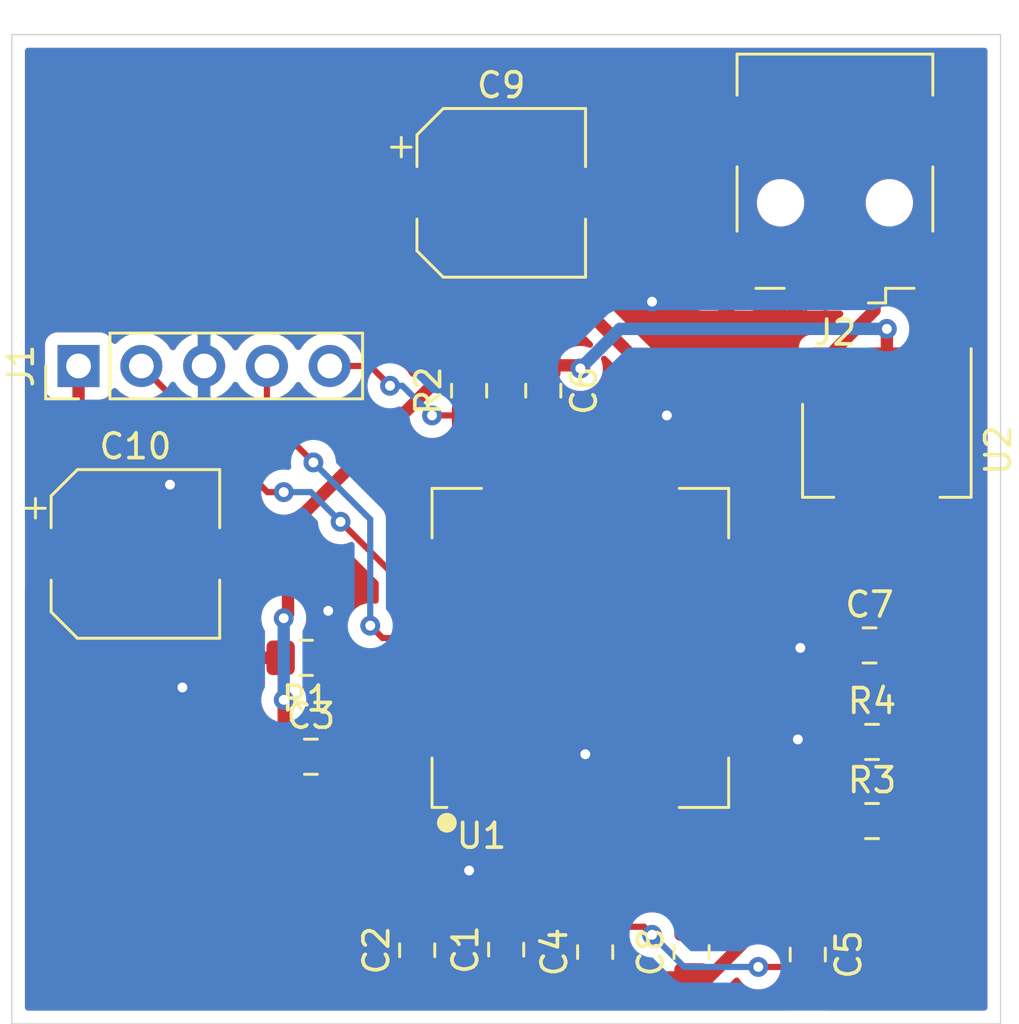
<source format=kicad_pcb>
(kicad_pcb (version 20171130) (host pcbnew 5.1.5-52549c5~84~ubuntu18.04.1)

  (general
    (thickness 1.6)
    (drawings 4)
    (tracks 181)
    (zones 0)
    (modules 18)
    (nets 50)
  )

  (page A4)
  (layers
    (0 F.Cu signal)
    (31 B.Cu signal)
    (32 B.Adhes user)
    (33 F.Adhes user)
    (34 B.Paste user)
    (35 F.Paste user)
    (36 B.SilkS user)
    (37 F.SilkS user)
    (38 B.Mask user)
    (39 F.Mask user)
    (40 Dwgs.User user)
    (41 Cmts.User user)
    (42 Eco1.User user)
    (43 Eco2.User user)
    (44 Edge.Cuts user)
    (45 Margin user)
    (46 B.CrtYd user)
    (47 F.CrtYd user)
    (48 B.Fab user)
    (49 F.Fab user)
  )

  (setup
    (last_trace_width 0.25)
    (trace_clearance 0.2)
    (zone_clearance 0.508)
    (zone_45_only no)
    (trace_min 0.2)
    (via_size 0.8)
    (via_drill 0.4)
    (via_min_size 0.4)
    (via_min_drill 0.3)
    (uvia_size 0.3)
    (uvia_drill 0.1)
    (uvias_allowed no)
    (uvia_min_size 0.2)
    (uvia_min_drill 0.1)
    (edge_width 0.05)
    (segment_width 0.2)
    (pcb_text_width 0.3)
    (pcb_text_size 1.5 1.5)
    (mod_edge_width 0.12)
    (mod_text_size 1 1)
    (mod_text_width 0.15)
    (pad_size 1.524 1.524)
    (pad_drill 0.762)
    (pad_to_mask_clearance 0.051)
    (solder_mask_min_width 0.25)
    (aux_axis_origin 0 0)
    (visible_elements FFFFFF7F)
    (pcbplotparams
      (layerselection 0x010c0_ffffffff)
      (usegerberextensions false)
      (usegerberattributes false)
      (usegerberadvancedattributes false)
      (creategerberjobfile false)
      (excludeedgelayer true)
      (linewidth 0.100000)
      (plotframeref false)
      (viasonmask false)
      (mode 1)
      (useauxorigin false)
      (hpglpennumber 1)
      (hpglpenspeed 20)
      (hpglpendiameter 15.000000)
      (psnegative false)
      (psa4output false)
      (plotreference true)
      (plotvalue true)
      (plotinvisibletext false)
      (padsonsilk false)
      (subtractmaskfromsilk false)
      (outputformat 1)
      (mirror false)
      (drillshape 0)
      (scaleselection 1)
      (outputdirectory "./"))
  )

  (net 0 "")
  (net 1 "Net-(C1-Pad2)")
  (net 2 +3V3)
  (net 3 "Net-(C3-Pad2)")
  (net 4 "Net-(C6-Pad2)")
  (net 5 GND)
  (net 6 "Net-(J1-Pad2)")
  (net 7 "Net-(J1-Pad4)")
  (net 8 "Net-(J1-Pad5)")
  (net 9 "Net-(J2-Pad2)")
  (net 10 "Net-(J2-Pad3)")
  (net 11 "Net-(J2-Pad4)")
  (net 12 "Net-(R1-Pad1)")
  (net 13 "Net-(U1-Pad38)")
  (net 14 "Net-(U1-Pad26)")
  (net 15 "Net-(U1-Pad24)")
  (net 16 "Net-(U1-Pad23)")
  (net 17 "Net-(U1-Pad22)")
  (net 18 "Net-(U1-Pad21)")
  (net 19 "Net-(U1-Pad20)")
  (net 20 "Net-(U1-Pad19)")
  (net 21 "Net-(U1-Pad18)")
  (net 22 "Net-(U1-Pad17)")
  (net 23 "Net-(U1-Pad16)")
  (net 24 "Net-(U1-Pad15)")
  (net 25 "Net-(U1-Pad14)")
  (net 26 "Net-(U1-Pad13)")
  (net 27 "Net-(U1-Pad12)")
  (net 28 "Net-(U1-Pad40)")
  (net 29 "Net-(U1-Pad39)")
  (net 30 "Net-(U1-Pad37)")
  (net 31 "Net-(U1-Pad36)")
  (net 32 "Net-(U1-Pad35)")
  (net 33 "Net-(U1-Pad33)")
  (net 34 "Net-(U1-Pad31)")
  (net 35 "Net-(U1-Pad30)")
  (net 36 "Net-(U1-Pad29)")
  (net 37 "Net-(U1-Pad28)")
  (net 38 "Net-(U1-Pad11)")
  (net 39 "Net-(U1-Pad10)")
  (net 40 "Net-(U1-Pad9)")
  (net 41 "Net-(U1-Pad8)")
  (net 42 "Net-(U1-Pad2)")
  (net 43 "Net-(U1-Pad1)")
  (net 44 "Net-(U1-Pad45)")
  (net 45 "Net-(U1-Pad46)")
  (net 46 "Net-(U1-Pad47)")
  (net 47 "Net-(U2-Pad4)")
  (net 48 +5V)
  (net 49 "Net-(R3-Pad2)")

  (net_class Default "This is the default net class."
    (clearance 0.2)
    (trace_width 0.25)
    (via_dia 0.8)
    (via_drill 0.4)
    (uvia_dia 0.3)
    (uvia_drill 0.1)
    (add_net "Net-(C1-Pad2)")
    (add_net "Net-(C3-Pad2)")
    (add_net "Net-(C6-Pad2)")
    (add_net "Net-(J1-Pad2)")
    (add_net "Net-(J1-Pad4)")
    (add_net "Net-(J1-Pad5)")
    (add_net "Net-(J2-Pad2)")
    (add_net "Net-(J2-Pad3)")
    (add_net "Net-(J2-Pad4)")
    (add_net "Net-(R1-Pad1)")
    (add_net "Net-(R3-Pad2)")
    (add_net "Net-(U1-Pad1)")
    (add_net "Net-(U1-Pad10)")
    (add_net "Net-(U1-Pad11)")
    (add_net "Net-(U1-Pad12)")
    (add_net "Net-(U1-Pad13)")
    (add_net "Net-(U1-Pad14)")
    (add_net "Net-(U1-Pad15)")
    (add_net "Net-(U1-Pad16)")
    (add_net "Net-(U1-Pad17)")
    (add_net "Net-(U1-Pad18)")
    (add_net "Net-(U1-Pad19)")
    (add_net "Net-(U1-Pad2)")
    (add_net "Net-(U1-Pad20)")
    (add_net "Net-(U1-Pad21)")
    (add_net "Net-(U1-Pad22)")
    (add_net "Net-(U1-Pad23)")
    (add_net "Net-(U1-Pad24)")
    (add_net "Net-(U1-Pad26)")
    (add_net "Net-(U1-Pad28)")
    (add_net "Net-(U1-Pad29)")
    (add_net "Net-(U1-Pad30)")
    (add_net "Net-(U1-Pad31)")
    (add_net "Net-(U1-Pad33)")
    (add_net "Net-(U1-Pad35)")
    (add_net "Net-(U1-Pad36)")
    (add_net "Net-(U1-Pad37)")
    (add_net "Net-(U1-Pad38)")
    (add_net "Net-(U1-Pad39)")
    (add_net "Net-(U1-Pad40)")
    (add_net "Net-(U1-Pad45)")
    (add_net "Net-(U1-Pad46)")
    (add_net "Net-(U1-Pad47)")
    (add_net "Net-(U1-Pad8)")
    (add_net "Net-(U1-Pad9)")
    (add_net "Net-(U2-Pad4)")
  )

  (net_class Power ""
    (clearance 0.2)
    (trace_width 0.5)
    (via_dia 0.8)
    (via_drill 0.4)
    (uvia_dia 0.3)
    (uvia_drill 0.1)
    (add_net +3V3)
    (add_net +5V)
    (add_net GND)
  )

  (module Capacitor_SMD:C_0805_2012Metric_Pad1.15x1.40mm_HandSolder (layer F.Cu) (tedit 5B36C52B) (tstamp 5E2FFC2C)
    (at 154 146 90)
    (descr "Capacitor SMD 0805 (2012 Metric), square (rectangular) end terminal, IPC_7351 nominal with elongated pad for handsoldering. (Body size source: https://docs.google.com/spreadsheets/d/1BsfQQcO9C6DZCsRaXUlFlo91Tg2WpOkGARC1WS5S8t0/edit?usp=sharing), generated with kicad-footprint-generator")
    (tags "capacitor handsolder")
    (path /5E2E2CCD)
    (attr smd)
    (fp_text reference C1 (at 0 -1.65 90) (layer F.SilkS)
      (effects (font (size 1 1) (thickness 0.15)))
    )
    (fp_text value 100n (at 0 1.65 90) (layer F.Fab)
      (effects (font (size 1 1) (thickness 0.15)))
    )
    (fp_text user %R (at 0 0 90) (layer F.Fab)
      (effects (font (size 0.5 0.5) (thickness 0.08)))
    )
    (fp_line (start 1.85 0.95) (end -1.85 0.95) (layer F.CrtYd) (width 0.05))
    (fp_line (start 1.85 -0.95) (end 1.85 0.95) (layer F.CrtYd) (width 0.05))
    (fp_line (start -1.85 -0.95) (end 1.85 -0.95) (layer F.CrtYd) (width 0.05))
    (fp_line (start -1.85 0.95) (end -1.85 -0.95) (layer F.CrtYd) (width 0.05))
    (fp_line (start -0.261252 0.71) (end 0.261252 0.71) (layer F.SilkS) (width 0.12))
    (fp_line (start -0.261252 -0.71) (end 0.261252 -0.71) (layer F.SilkS) (width 0.12))
    (fp_line (start 1 0.6) (end -1 0.6) (layer F.Fab) (width 0.1))
    (fp_line (start 1 -0.6) (end 1 0.6) (layer F.Fab) (width 0.1))
    (fp_line (start -1 -0.6) (end 1 -0.6) (layer F.Fab) (width 0.1))
    (fp_line (start -1 0.6) (end -1 -0.6) (layer F.Fab) (width 0.1))
    (pad 2 smd roundrect (at 1.025 0 90) (size 1.15 1.4) (layers F.Cu F.Paste F.Mask) (roundrect_rratio 0.217391)
      (net 1 "Net-(C1-Pad2)"))
    (pad 1 smd roundrect (at -1.025 0 90) (size 1.15 1.4) (layers F.Cu F.Paste F.Mask) (roundrect_rratio 0.217391)
      (net 2 +3V3))
    (model ${KISYS3DMOD}/Capacitor_SMD.3dshapes/C_0805_2012Metric.wrl
      (at (xyz 0 0 0))
      (scale (xyz 1 1 1))
      (rotate (xyz 0 0 0))
    )
  )

  (module Capacitor_SMD:C_0805_2012Metric_Pad1.15x1.40mm_HandSolder (layer F.Cu) (tedit 5B36C52B) (tstamp 5E2FFC3D)
    (at 150.4 146.025 90)
    (descr "Capacitor SMD 0805 (2012 Metric), square (rectangular) end terminal, IPC_7351 nominal with elongated pad for handsoldering. (Body size source: https://docs.google.com/spreadsheets/d/1BsfQQcO9C6DZCsRaXUlFlo91Tg2WpOkGARC1WS5S8t0/edit?usp=sharing), generated with kicad-footprint-generator")
    (tags "capacitor handsolder")
    (path /5E2E39C5)
    (attr smd)
    (fp_text reference C2 (at 0 -1.65 90) (layer F.SilkS)
      (effects (font (size 1 1) (thickness 0.15)))
    )
    (fp_text value 100n (at 0 1.65 90) (layer F.Fab)
      (effects (font (size 1 1) (thickness 0.15)))
    )
    (fp_line (start -1 0.6) (end -1 -0.6) (layer F.Fab) (width 0.1))
    (fp_line (start -1 -0.6) (end 1 -0.6) (layer F.Fab) (width 0.1))
    (fp_line (start 1 -0.6) (end 1 0.6) (layer F.Fab) (width 0.1))
    (fp_line (start 1 0.6) (end -1 0.6) (layer F.Fab) (width 0.1))
    (fp_line (start -0.261252 -0.71) (end 0.261252 -0.71) (layer F.SilkS) (width 0.12))
    (fp_line (start -0.261252 0.71) (end 0.261252 0.71) (layer F.SilkS) (width 0.12))
    (fp_line (start -1.85 0.95) (end -1.85 -0.95) (layer F.CrtYd) (width 0.05))
    (fp_line (start -1.85 -0.95) (end 1.85 -0.95) (layer F.CrtYd) (width 0.05))
    (fp_line (start 1.85 -0.95) (end 1.85 0.95) (layer F.CrtYd) (width 0.05))
    (fp_line (start 1.85 0.95) (end -1.85 0.95) (layer F.CrtYd) (width 0.05))
    (fp_text user %R (at 0 0 90) (layer F.Fab)
      (effects (font (size 0.5 0.5) (thickness 0.08)))
    )
    (pad 1 smd roundrect (at -1.025 0 90) (size 1.15 1.4) (layers F.Cu F.Paste F.Mask) (roundrect_rratio 0.217391)
      (net 2 +3V3))
    (pad 2 smd roundrect (at 1.025 0 90) (size 1.15 1.4) (layers F.Cu F.Paste F.Mask) (roundrect_rratio 0.217391)
      (net 1 "Net-(C1-Pad2)"))
    (model ${KISYS3DMOD}/Capacitor_SMD.3dshapes/C_0805_2012Metric.wrl
      (at (xyz 0 0 0))
      (scale (xyz 1 1 1))
      (rotate (xyz 0 0 0))
    )
  )

  (module Capacitor_SMD:C_0805_2012Metric_Pad1.15x1.40mm_HandSolder (layer F.Cu) (tedit 5B36C52B) (tstamp 5E2FFC4E)
    (at 146.1 138.2)
    (descr "Capacitor SMD 0805 (2012 Metric), square (rectangular) end terminal, IPC_7351 nominal with elongated pad for handsoldering. (Body size source: https://docs.google.com/spreadsheets/d/1BsfQQcO9C6DZCsRaXUlFlo91Tg2WpOkGARC1WS5S8t0/edit?usp=sharing), generated with kicad-footprint-generator")
    (tags "capacitor handsolder")
    (path /5E2DC0F3)
    (attr smd)
    (fp_text reference C3 (at 0 -1.65) (layer F.SilkS)
      (effects (font (size 1 1) (thickness 0.15)))
    )
    (fp_text value 100n (at 0 1.65) (layer F.Fab)
      (effects (font (size 1 1) (thickness 0.15)))
    )
    (fp_line (start -1 0.6) (end -1 -0.6) (layer F.Fab) (width 0.1))
    (fp_line (start -1 -0.6) (end 1 -0.6) (layer F.Fab) (width 0.1))
    (fp_line (start 1 -0.6) (end 1 0.6) (layer F.Fab) (width 0.1))
    (fp_line (start 1 0.6) (end -1 0.6) (layer F.Fab) (width 0.1))
    (fp_line (start -0.261252 -0.71) (end 0.261252 -0.71) (layer F.SilkS) (width 0.12))
    (fp_line (start -0.261252 0.71) (end 0.261252 0.71) (layer F.SilkS) (width 0.12))
    (fp_line (start -1.85 0.95) (end -1.85 -0.95) (layer F.CrtYd) (width 0.05))
    (fp_line (start -1.85 -0.95) (end 1.85 -0.95) (layer F.CrtYd) (width 0.05))
    (fp_line (start 1.85 -0.95) (end 1.85 0.95) (layer F.CrtYd) (width 0.05))
    (fp_line (start 1.85 0.95) (end -1.85 0.95) (layer F.CrtYd) (width 0.05))
    (fp_text user %R (at 0 0) (layer F.Fab)
      (effects (font (size 0.5 0.5) (thickness 0.08)))
    )
    (pad 1 smd roundrect (at -1.025 0) (size 1.15 1.4) (layers F.Cu F.Paste F.Mask) (roundrect_rratio 0.217391)
      (net 2 +3V3))
    (pad 2 smd roundrect (at 1.025 0) (size 1.15 1.4) (layers F.Cu F.Paste F.Mask) (roundrect_rratio 0.217391)
      (net 3 "Net-(C3-Pad2)"))
    (model ${KISYS3DMOD}/Capacitor_SMD.3dshapes/C_0805_2012Metric.wrl
      (at (xyz 0 0 0))
      (scale (xyz 1 1 1))
      (rotate (xyz 0 0 0))
    )
  )

  (module Capacitor_SMD:C_0805_2012Metric_Pad1.15x1.40mm_HandSolder (layer F.Cu) (tedit 5B36C52B) (tstamp 5E2FFC5F)
    (at 157.6 146.1 90)
    (descr "Capacitor SMD 0805 (2012 Metric), square (rectangular) end terminal, IPC_7351 nominal with elongated pad for handsoldering. (Body size source: https://docs.google.com/spreadsheets/d/1BsfQQcO9C6DZCsRaXUlFlo91Tg2WpOkGARC1WS5S8t0/edit?usp=sharing), generated with kicad-footprint-generator")
    (tags "capacitor handsolder")
    (path /5E2DC414)
    (attr smd)
    (fp_text reference C4 (at 0 -1.65 90) (layer F.SilkS)
      (effects (font (size 1 1) (thickness 0.15)))
    )
    (fp_text value 100n (at 0 1.65 90) (layer F.Fab)
      (effects (font (size 1 1) (thickness 0.15)))
    )
    (fp_text user %R (at 0 0 90) (layer F.Fab)
      (effects (font (size 0.5 0.5) (thickness 0.08)))
    )
    (fp_line (start 1.85 0.95) (end -1.85 0.95) (layer F.CrtYd) (width 0.05))
    (fp_line (start 1.85 -0.95) (end 1.85 0.95) (layer F.CrtYd) (width 0.05))
    (fp_line (start -1.85 -0.95) (end 1.85 -0.95) (layer F.CrtYd) (width 0.05))
    (fp_line (start -1.85 0.95) (end -1.85 -0.95) (layer F.CrtYd) (width 0.05))
    (fp_line (start -0.261252 0.71) (end 0.261252 0.71) (layer F.SilkS) (width 0.12))
    (fp_line (start -0.261252 -0.71) (end 0.261252 -0.71) (layer F.SilkS) (width 0.12))
    (fp_line (start 1 0.6) (end -1 0.6) (layer F.Fab) (width 0.1))
    (fp_line (start 1 -0.6) (end 1 0.6) (layer F.Fab) (width 0.1))
    (fp_line (start -1 -0.6) (end 1 -0.6) (layer F.Fab) (width 0.1))
    (fp_line (start -1 0.6) (end -1 -0.6) (layer F.Fab) (width 0.1))
    (pad 2 smd roundrect (at 1.025 0 90) (size 1.15 1.4) (layers F.Cu F.Paste F.Mask) (roundrect_rratio 0.217391)
      (net 3 "Net-(C3-Pad2)"))
    (pad 1 smd roundrect (at -1.025 0 90) (size 1.15 1.4) (layers F.Cu F.Paste F.Mask) (roundrect_rratio 0.217391)
      (net 2 +3V3))
    (model ${KISYS3DMOD}/Capacitor_SMD.3dshapes/C_0805_2012Metric.wrl
      (at (xyz 0 0 0))
      (scale (xyz 1 1 1))
      (rotate (xyz 0 0 0))
    )
  )

  (module Capacitor_SMD:C_0805_2012Metric_Pad1.15x1.40mm_HandSolder (layer F.Cu) (tedit 5B36C52B) (tstamp 5E2FFC70)
    (at 166.2 146.2 270)
    (descr "Capacitor SMD 0805 (2012 Metric), square (rectangular) end terminal, IPC_7351 nominal with elongated pad for handsoldering. (Body size source: https://docs.google.com/spreadsheets/d/1BsfQQcO9C6DZCsRaXUlFlo91Tg2WpOkGARC1WS5S8t0/edit?usp=sharing), generated with kicad-footprint-generator")
    (tags "capacitor handsolder")
    (path /5E2DC5F2)
    (attr smd)
    (fp_text reference C5 (at 0 -1.65 90) (layer F.SilkS)
      (effects (font (size 1 1) (thickness 0.15)))
    )
    (fp_text value 100n (at 0 1.65 90) (layer F.Fab)
      (effects (font (size 1 1) (thickness 0.15)))
    )
    (fp_line (start -1 0.6) (end -1 -0.6) (layer F.Fab) (width 0.1))
    (fp_line (start -1 -0.6) (end 1 -0.6) (layer F.Fab) (width 0.1))
    (fp_line (start 1 -0.6) (end 1 0.6) (layer F.Fab) (width 0.1))
    (fp_line (start 1 0.6) (end -1 0.6) (layer F.Fab) (width 0.1))
    (fp_line (start -0.261252 -0.71) (end 0.261252 -0.71) (layer F.SilkS) (width 0.12))
    (fp_line (start -0.261252 0.71) (end 0.261252 0.71) (layer F.SilkS) (width 0.12))
    (fp_line (start -1.85 0.95) (end -1.85 -0.95) (layer F.CrtYd) (width 0.05))
    (fp_line (start -1.85 -0.95) (end 1.85 -0.95) (layer F.CrtYd) (width 0.05))
    (fp_line (start 1.85 -0.95) (end 1.85 0.95) (layer F.CrtYd) (width 0.05))
    (fp_line (start 1.85 0.95) (end -1.85 0.95) (layer F.CrtYd) (width 0.05))
    (fp_text user %R (at 0 0 90) (layer F.Fab)
      (effects (font (size 0.5 0.5) (thickness 0.08)))
    )
    (pad 1 smd roundrect (at -1.025 0 270) (size 1.15 1.4) (layers F.Cu F.Paste F.Mask) (roundrect_rratio 0.217391)
      (net 2 +3V3))
    (pad 2 smd roundrect (at 1.025 0 270) (size 1.15 1.4) (layers F.Cu F.Paste F.Mask) (roundrect_rratio 0.217391)
      (net 3 "Net-(C3-Pad2)"))
    (model ${KISYS3DMOD}/Capacitor_SMD.3dshapes/C_0805_2012Metric.wrl
      (at (xyz 0 0 0))
      (scale (xyz 1 1 1))
      (rotate (xyz 0 0 0))
    )
  )

  (module Capacitor_SMD:C_0805_2012Metric_Pad1.15x1.40mm_HandSolder (layer F.Cu) (tedit 5B36C52B) (tstamp 5E2FFC81)
    (at 155.5 123.4 270)
    (descr "Capacitor SMD 0805 (2012 Metric), square (rectangular) end terminal, IPC_7351 nominal with elongated pad for handsoldering. (Body size source: https://docs.google.com/spreadsheets/d/1BsfQQcO9C6DZCsRaXUlFlo91Tg2WpOkGARC1WS5S8t0/edit?usp=sharing), generated with kicad-footprint-generator")
    (tags "capacitor handsolder")
    (path /5E2E483C)
    (attr smd)
    (fp_text reference C6 (at 0 -1.65 90) (layer F.SilkS)
      (effects (font (size 1 1) (thickness 0.15)))
    )
    (fp_text value 100n (at 0 1.65 90) (layer F.Fab)
      (effects (font (size 1 1) (thickness 0.15)))
    )
    (fp_text user %R (at 0 0 90) (layer F.Fab)
      (effects (font (size 0.5 0.5) (thickness 0.08)))
    )
    (fp_line (start 1.85 0.95) (end -1.85 0.95) (layer F.CrtYd) (width 0.05))
    (fp_line (start 1.85 -0.95) (end 1.85 0.95) (layer F.CrtYd) (width 0.05))
    (fp_line (start -1.85 -0.95) (end 1.85 -0.95) (layer F.CrtYd) (width 0.05))
    (fp_line (start -1.85 0.95) (end -1.85 -0.95) (layer F.CrtYd) (width 0.05))
    (fp_line (start -0.261252 0.71) (end 0.261252 0.71) (layer F.SilkS) (width 0.12))
    (fp_line (start -0.261252 -0.71) (end 0.261252 -0.71) (layer F.SilkS) (width 0.12))
    (fp_line (start 1 0.6) (end -1 0.6) (layer F.Fab) (width 0.1))
    (fp_line (start 1 -0.6) (end 1 0.6) (layer F.Fab) (width 0.1))
    (fp_line (start -1 -0.6) (end 1 -0.6) (layer F.Fab) (width 0.1))
    (fp_line (start -1 0.6) (end -1 -0.6) (layer F.Fab) (width 0.1))
    (pad 2 smd roundrect (at 1.025 0 270) (size 1.15 1.4) (layers F.Cu F.Paste F.Mask) (roundrect_rratio 0.217391)
      (net 4 "Net-(C6-Pad2)"))
    (pad 1 smd roundrect (at -1.025 0 270) (size 1.15 1.4) (layers F.Cu F.Paste F.Mask) (roundrect_rratio 0.217391)
      (net 2 +3V3))
    (model ${KISYS3DMOD}/Capacitor_SMD.3dshapes/C_0805_2012Metric.wrl
      (at (xyz 0 0 0))
      (scale (xyz 1 1 1))
      (rotate (xyz 0 0 0))
    )
  )

  (module Capacitor_SMD:C_0805_2012Metric_Pad1.15x1.40mm_HandSolder (layer F.Cu) (tedit 5B36C52B) (tstamp 5E2FFC92)
    (at 168.7 133.7)
    (descr "Capacitor SMD 0805 (2012 Metric), square (rectangular) end terminal, IPC_7351 nominal with elongated pad for handsoldering. (Body size source: https://docs.google.com/spreadsheets/d/1BsfQQcO9C6DZCsRaXUlFlo91Tg2WpOkGARC1WS5S8t0/edit?usp=sharing), generated with kicad-footprint-generator")
    (tags "capacitor handsolder")
    (path /5E2C249A)
    (attr smd)
    (fp_text reference C7 (at 0 -1.65) (layer F.SilkS)
      (effects (font (size 1 1) (thickness 0.15)))
    )
    (fp_text value 10uF (at 0 1.65) (layer F.Fab)
      (effects (font (size 1 1) (thickness 0.15)))
    )
    (fp_line (start -1 0.6) (end -1 -0.6) (layer F.Fab) (width 0.1))
    (fp_line (start -1 -0.6) (end 1 -0.6) (layer F.Fab) (width 0.1))
    (fp_line (start 1 -0.6) (end 1 0.6) (layer F.Fab) (width 0.1))
    (fp_line (start 1 0.6) (end -1 0.6) (layer F.Fab) (width 0.1))
    (fp_line (start -0.261252 -0.71) (end 0.261252 -0.71) (layer F.SilkS) (width 0.12))
    (fp_line (start -0.261252 0.71) (end 0.261252 0.71) (layer F.SilkS) (width 0.12))
    (fp_line (start -1.85 0.95) (end -1.85 -0.95) (layer F.CrtYd) (width 0.05))
    (fp_line (start -1.85 -0.95) (end 1.85 -0.95) (layer F.CrtYd) (width 0.05))
    (fp_line (start 1.85 -0.95) (end 1.85 0.95) (layer F.CrtYd) (width 0.05))
    (fp_line (start 1.85 0.95) (end -1.85 0.95) (layer F.CrtYd) (width 0.05))
    (fp_text user %R (at 0 0) (layer F.Fab)
      (effects (font (size 0.5 0.5) (thickness 0.08)))
    )
    (pad 1 smd roundrect (at -1.025 0) (size 1.15 1.4) (layers F.Cu F.Paste F.Mask) (roundrect_rratio 0.217391)
      (net 5 GND))
    (pad 2 smd roundrect (at 1.025 0) (size 1.15 1.4) (layers F.Cu F.Paste F.Mask) (roundrect_rratio 0.217391)
      (net 48 +5V))
    (model ${KISYS3DMOD}/Capacitor_SMD.3dshapes/C_0805_2012Metric.wrl
      (at (xyz 0 0 0))
      (scale (xyz 1 1 1))
      (rotate (xyz 0 0 0))
    )
  )

  (module Capacitor_SMD:C_0805_2012Metric_Pad1.15x1.40mm_HandSolder (layer F.Cu) (tedit 5B36C52B) (tstamp 5E2FFCA3)
    (at 161.5 146.1 90)
    (descr "Capacitor SMD 0805 (2012 Metric), square (rectangular) end terminal, IPC_7351 nominal with elongated pad for handsoldering. (Body size source: https://docs.google.com/spreadsheets/d/1BsfQQcO9C6DZCsRaXUlFlo91Tg2WpOkGARC1WS5S8t0/edit?usp=sharing), generated with kicad-footprint-generator")
    (tags "capacitor handsolder")
    (path /5E2C80B3)
    (attr smd)
    (fp_text reference C8 (at 0 -1.65 90) (layer F.SilkS)
      (effects (font (size 1 1) (thickness 0.15)))
    )
    (fp_text value 100uF (at 0 1.65 90) (layer F.Fab)
      (effects (font (size 1 1) (thickness 0.15)))
    )
    (fp_text user %R (at 0 0 90) (layer F.Fab)
      (effects (font (size 0.5 0.5) (thickness 0.08)))
    )
    (fp_line (start 1.85 0.95) (end -1.85 0.95) (layer F.CrtYd) (width 0.05))
    (fp_line (start 1.85 -0.95) (end 1.85 0.95) (layer F.CrtYd) (width 0.05))
    (fp_line (start -1.85 -0.95) (end 1.85 -0.95) (layer F.CrtYd) (width 0.05))
    (fp_line (start -1.85 0.95) (end -1.85 -0.95) (layer F.CrtYd) (width 0.05))
    (fp_line (start -0.261252 0.71) (end 0.261252 0.71) (layer F.SilkS) (width 0.12))
    (fp_line (start -0.261252 -0.71) (end 0.261252 -0.71) (layer F.SilkS) (width 0.12))
    (fp_line (start 1 0.6) (end -1 0.6) (layer F.Fab) (width 0.1))
    (fp_line (start 1 -0.6) (end 1 0.6) (layer F.Fab) (width 0.1))
    (fp_line (start -1 -0.6) (end 1 -0.6) (layer F.Fab) (width 0.1))
    (fp_line (start -1 0.6) (end -1 -0.6) (layer F.Fab) (width 0.1))
    (pad 2 smd roundrect (at 1.025 0 90) (size 1.15 1.4) (layers F.Cu F.Paste F.Mask) (roundrect_rratio 0.217391)
      (net 5 GND))
    (pad 1 smd roundrect (at -1.025 0 90) (size 1.15 1.4) (layers F.Cu F.Paste F.Mask) (roundrect_rratio 0.217391)
      (net 2 +3V3))
    (model ${KISYS3DMOD}/Capacitor_SMD.3dshapes/C_0805_2012Metric.wrl
      (at (xyz 0 0 0))
      (scale (xyz 1 1 1))
      (rotate (xyz 0 0 0))
    )
  )

  (module Capacitor_SMD:CP_Elec_6.3x7.7 (layer F.Cu) (tedit 5BCA39D0) (tstamp 5E2FFCCB)
    (at 153.8 115.4)
    (descr "SMD capacitor, aluminum electrolytic, Nichicon, 6.3x7.7mm")
    (tags "capacitor electrolytic")
    (path /5E36F6C9)
    (attr smd)
    (fp_text reference C9 (at 0 -4.35) (layer F.SilkS)
      (effects (font (size 1 1) (thickness 0.15)))
    )
    (fp_text value 10u (at 0 4.35) (layer F.Fab)
      (effects (font (size 1 1) (thickness 0.15)))
    )
    (fp_text user %R (at 0 0) (layer F.Fab)
      (effects (font (size 1 1) (thickness 0.15)))
    )
    (fp_line (start -4.7 1.05) (end -3.55 1.05) (layer F.CrtYd) (width 0.05))
    (fp_line (start -4.7 -1.05) (end -4.7 1.05) (layer F.CrtYd) (width 0.05))
    (fp_line (start -3.55 -1.05) (end -4.7 -1.05) (layer F.CrtYd) (width 0.05))
    (fp_line (start -3.55 1.05) (end -3.55 2.4) (layer F.CrtYd) (width 0.05))
    (fp_line (start -3.55 -2.4) (end -3.55 -1.05) (layer F.CrtYd) (width 0.05))
    (fp_line (start -3.55 -2.4) (end -2.4 -3.55) (layer F.CrtYd) (width 0.05))
    (fp_line (start -3.55 2.4) (end -2.4 3.55) (layer F.CrtYd) (width 0.05))
    (fp_line (start -2.4 -3.55) (end 3.55 -3.55) (layer F.CrtYd) (width 0.05))
    (fp_line (start -2.4 3.55) (end 3.55 3.55) (layer F.CrtYd) (width 0.05))
    (fp_line (start 3.55 1.05) (end 3.55 3.55) (layer F.CrtYd) (width 0.05))
    (fp_line (start 4.7 1.05) (end 3.55 1.05) (layer F.CrtYd) (width 0.05))
    (fp_line (start 4.7 -1.05) (end 4.7 1.05) (layer F.CrtYd) (width 0.05))
    (fp_line (start 3.55 -1.05) (end 4.7 -1.05) (layer F.CrtYd) (width 0.05))
    (fp_line (start 3.55 -3.55) (end 3.55 -1.05) (layer F.CrtYd) (width 0.05))
    (fp_line (start -4.04375 -2.24125) (end -4.04375 -1.45375) (layer F.SilkS) (width 0.12))
    (fp_line (start -4.4375 -1.8475) (end -3.65 -1.8475) (layer F.SilkS) (width 0.12))
    (fp_line (start -3.41 2.345563) (end -2.345563 3.41) (layer F.SilkS) (width 0.12))
    (fp_line (start -3.41 -2.345563) (end -2.345563 -3.41) (layer F.SilkS) (width 0.12))
    (fp_line (start -3.41 -2.345563) (end -3.41 -1.06) (layer F.SilkS) (width 0.12))
    (fp_line (start -3.41 2.345563) (end -3.41 1.06) (layer F.SilkS) (width 0.12))
    (fp_line (start -2.345563 3.41) (end 3.41 3.41) (layer F.SilkS) (width 0.12))
    (fp_line (start -2.345563 -3.41) (end 3.41 -3.41) (layer F.SilkS) (width 0.12))
    (fp_line (start 3.41 -3.41) (end 3.41 -1.06) (layer F.SilkS) (width 0.12))
    (fp_line (start 3.41 3.41) (end 3.41 1.06) (layer F.SilkS) (width 0.12))
    (fp_line (start -2.389838 -1.645) (end -2.389838 -1.015) (layer F.Fab) (width 0.1))
    (fp_line (start -2.704838 -1.33) (end -2.074838 -1.33) (layer F.Fab) (width 0.1))
    (fp_line (start -3.3 2.3) (end -2.3 3.3) (layer F.Fab) (width 0.1))
    (fp_line (start -3.3 -2.3) (end -2.3 -3.3) (layer F.Fab) (width 0.1))
    (fp_line (start -3.3 -2.3) (end -3.3 2.3) (layer F.Fab) (width 0.1))
    (fp_line (start -2.3 3.3) (end 3.3 3.3) (layer F.Fab) (width 0.1))
    (fp_line (start -2.3 -3.3) (end 3.3 -3.3) (layer F.Fab) (width 0.1))
    (fp_line (start 3.3 -3.3) (end 3.3 3.3) (layer F.Fab) (width 0.1))
    (fp_circle (center 0 0) (end 3.15 0) (layer F.Fab) (width 0.1))
    (pad 2 smd roundrect (at 2.7 0) (size 3.5 1.6) (layers F.Cu F.Paste F.Mask) (roundrect_rratio 0.15625)
      (net 5 GND))
    (pad 1 smd roundrect (at -2.7 0) (size 3.5 1.6) (layers F.Cu F.Paste F.Mask) (roundrect_rratio 0.15625)
      (net 48 +5V))
    (model ${KISYS3DMOD}/Capacitor_SMD.3dshapes/CP_Elec_6.3x7.7.wrl
      (at (xyz 0 0 0))
      (scale (xyz 1 1 1))
      (rotate (xyz 0 0 0))
    )
  )

  (module Capacitor_SMD:CP_Elec_6.3x7.7 (layer F.Cu) (tedit 5BCA39D0) (tstamp 5E2FFCF3)
    (at 139 130)
    (descr "SMD capacitor, aluminum electrolytic, Nichicon, 6.3x7.7mm")
    (tags "capacitor electrolytic")
    (path /5E36A307)
    (attr smd)
    (fp_text reference C10 (at 0 -4.35) (layer F.SilkS)
      (effects (font (size 1 1) (thickness 0.15)))
    )
    (fp_text value 10u (at 0 4.35) (layer F.Fab)
      (effects (font (size 1 1) (thickness 0.15)))
    )
    (fp_circle (center 0 0) (end 3.15 0) (layer F.Fab) (width 0.1))
    (fp_line (start 3.3 -3.3) (end 3.3 3.3) (layer F.Fab) (width 0.1))
    (fp_line (start -2.3 -3.3) (end 3.3 -3.3) (layer F.Fab) (width 0.1))
    (fp_line (start -2.3 3.3) (end 3.3 3.3) (layer F.Fab) (width 0.1))
    (fp_line (start -3.3 -2.3) (end -3.3 2.3) (layer F.Fab) (width 0.1))
    (fp_line (start -3.3 -2.3) (end -2.3 -3.3) (layer F.Fab) (width 0.1))
    (fp_line (start -3.3 2.3) (end -2.3 3.3) (layer F.Fab) (width 0.1))
    (fp_line (start -2.704838 -1.33) (end -2.074838 -1.33) (layer F.Fab) (width 0.1))
    (fp_line (start -2.389838 -1.645) (end -2.389838 -1.015) (layer F.Fab) (width 0.1))
    (fp_line (start 3.41 3.41) (end 3.41 1.06) (layer F.SilkS) (width 0.12))
    (fp_line (start 3.41 -3.41) (end 3.41 -1.06) (layer F.SilkS) (width 0.12))
    (fp_line (start -2.345563 -3.41) (end 3.41 -3.41) (layer F.SilkS) (width 0.12))
    (fp_line (start -2.345563 3.41) (end 3.41 3.41) (layer F.SilkS) (width 0.12))
    (fp_line (start -3.41 2.345563) (end -3.41 1.06) (layer F.SilkS) (width 0.12))
    (fp_line (start -3.41 -2.345563) (end -3.41 -1.06) (layer F.SilkS) (width 0.12))
    (fp_line (start -3.41 -2.345563) (end -2.345563 -3.41) (layer F.SilkS) (width 0.12))
    (fp_line (start -3.41 2.345563) (end -2.345563 3.41) (layer F.SilkS) (width 0.12))
    (fp_line (start -4.4375 -1.8475) (end -3.65 -1.8475) (layer F.SilkS) (width 0.12))
    (fp_line (start -4.04375 -2.24125) (end -4.04375 -1.45375) (layer F.SilkS) (width 0.12))
    (fp_line (start 3.55 -3.55) (end 3.55 -1.05) (layer F.CrtYd) (width 0.05))
    (fp_line (start 3.55 -1.05) (end 4.7 -1.05) (layer F.CrtYd) (width 0.05))
    (fp_line (start 4.7 -1.05) (end 4.7 1.05) (layer F.CrtYd) (width 0.05))
    (fp_line (start 4.7 1.05) (end 3.55 1.05) (layer F.CrtYd) (width 0.05))
    (fp_line (start 3.55 1.05) (end 3.55 3.55) (layer F.CrtYd) (width 0.05))
    (fp_line (start -2.4 3.55) (end 3.55 3.55) (layer F.CrtYd) (width 0.05))
    (fp_line (start -2.4 -3.55) (end 3.55 -3.55) (layer F.CrtYd) (width 0.05))
    (fp_line (start -3.55 2.4) (end -2.4 3.55) (layer F.CrtYd) (width 0.05))
    (fp_line (start -3.55 -2.4) (end -2.4 -3.55) (layer F.CrtYd) (width 0.05))
    (fp_line (start -3.55 -2.4) (end -3.55 -1.05) (layer F.CrtYd) (width 0.05))
    (fp_line (start -3.55 1.05) (end -3.55 2.4) (layer F.CrtYd) (width 0.05))
    (fp_line (start -3.55 -1.05) (end -4.7 -1.05) (layer F.CrtYd) (width 0.05))
    (fp_line (start -4.7 -1.05) (end -4.7 1.05) (layer F.CrtYd) (width 0.05))
    (fp_line (start -4.7 1.05) (end -3.55 1.05) (layer F.CrtYd) (width 0.05))
    (fp_text user %R (at 0 0) (layer F.Fab)
      (effects (font (size 1 1) (thickness 0.15)))
    )
    (pad 1 smd roundrect (at -2.7 0) (size 3.5 1.6) (layers F.Cu F.Paste F.Mask) (roundrect_rratio 0.15625)
      (net 2 +3V3))
    (pad 2 smd roundrect (at 2.7 0) (size 3.5 1.6) (layers F.Cu F.Paste F.Mask) (roundrect_rratio 0.15625)
      (net 5 GND))
    (model ${KISYS3DMOD}/Capacitor_SMD.3dshapes/CP_Elec_6.3x7.7.wrl
      (at (xyz 0 0 0))
      (scale (xyz 1 1 1))
      (rotate (xyz 0 0 0))
    )
  )

  (module Connector_PinHeader_2.54mm:PinHeader_1x05_P2.54mm_Vertical (layer F.Cu) (tedit 59FED5CC) (tstamp 5E2FFD0C)
    (at 136.7 122.4 90)
    (descr "Through hole straight pin header, 1x05, 2.54mm pitch, single row")
    (tags "Through hole pin header THT 1x05 2.54mm single row")
    (path /5E29A29E)
    (fp_text reference J1 (at 0 -2.33 90) (layer F.SilkS)
      (effects (font (size 1 1) (thickness 0.15)))
    )
    (fp_text value Conn_01x05_Male (at 0 12.49 90) (layer F.Fab)
      (effects (font (size 1 1) (thickness 0.15)))
    )
    (fp_line (start -0.635 -1.27) (end 1.27 -1.27) (layer F.Fab) (width 0.1))
    (fp_line (start 1.27 -1.27) (end 1.27 11.43) (layer F.Fab) (width 0.1))
    (fp_line (start 1.27 11.43) (end -1.27 11.43) (layer F.Fab) (width 0.1))
    (fp_line (start -1.27 11.43) (end -1.27 -0.635) (layer F.Fab) (width 0.1))
    (fp_line (start -1.27 -0.635) (end -0.635 -1.27) (layer F.Fab) (width 0.1))
    (fp_line (start -1.33 11.49) (end 1.33 11.49) (layer F.SilkS) (width 0.12))
    (fp_line (start -1.33 1.27) (end -1.33 11.49) (layer F.SilkS) (width 0.12))
    (fp_line (start 1.33 1.27) (end 1.33 11.49) (layer F.SilkS) (width 0.12))
    (fp_line (start -1.33 1.27) (end 1.33 1.27) (layer F.SilkS) (width 0.12))
    (fp_line (start -1.33 0) (end -1.33 -1.33) (layer F.SilkS) (width 0.12))
    (fp_line (start -1.33 -1.33) (end 0 -1.33) (layer F.SilkS) (width 0.12))
    (fp_line (start -1.8 -1.8) (end -1.8 11.95) (layer F.CrtYd) (width 0.05))
    (fp_line (start -1.8 11.95) (end 1.8 11.95) (layer F.CrtYd) (width 0.05))
    (fp_line (start 1.8 11.95) (end 1.8 -1.8) (layer F.CrtYd) (width 0.05))
    (fp_line (start 1.8 -1.8) (end -1.8 -1.8) (layer F.CrtYd) (width 0.05))
    (fp_text user %R (at 0 5.08) (layer F.Fab)
      (effects (font (size 1 1) (thickness 0.15)))
    )
    (pad 1 thru_hole rect (at 0 0 90) (size 1.7 1.7) (drill 1) (layers *.Cu *.Mask)
      (net 2 +3V3))
    (pad 2 thru_hole oval (at 0 2.54 90) (size 1.7 1.7) (drill 1) (layers *.Cu *.Mask)
      (net 6 "Net-(J1-Pad2)"))
    (pad 3 thru_hole oval (at 0 5.08 90) (size 1.7 1.7) (drill 1) (layers *.Cu *.Mask)
      (net 5 GND))
    (pad 4 thru_hole oval (at 0 7.62 90) (size 1.7 1.7) (drill 1) (layers *.Cu *.Mask)
      (net 7 "Net-(J1-Pad4)"))
    (pad 5 thru_hole oval (at 0 10.16 90) (size 1.7 1.7) (drill 1) (layers *.Cu *.Mask)
      (net 8 "Net-(J1-Pad5)"))
    (model ${KISYS3DMOD}/Connector_PinHeader_2.54mm.3dshapes/PinHeader_1x05_P2.54mm_Vertical.wrl
      (at (xyz 0 0 0))
      (scale (xyz 1 1 1))
      (rotate (xyz 0 0 0))
    )
  )

  (module Connector_USB:USB_Mini-B_Wuerth_65100516121_Horizontal (layer F.Cu) (tedit 5D90ED94) (tstamp 5E2FFD3C)
    (at 167.3 115.8 180)
    (descr "Mini USB 2.0 Type B SMT Horizontal 5 Contacts (https://katalog.we-online.de/em/datasheet/65100516121.pdf)")
    (tags "Mini USB 2.0 Type B")
    (path /5E2B78D5)
    (attr smd)
    (fp_text reference J2 (at 0 -5.25) (layer F.SilkS)
      (effects (font (size 1 1) (thickness 0.15)))
    )
    (fp_text value USB_OTG (at 0 7.35) (layer F.Fab)
      (effects (font (size 1 1) (thickness 0.15)))
    )
    (fp_line (start -3.85 -3.35) (end -1.9 -3.35) (layer F.Fab) (width 0.1))
    (fp_line (start 3.85 -3.35) (end 3.85 5.9) (layer F.Fab) (width 0.1))
    (fp_line (start 3.85 5.9) (end -3.85 5.9) (layer F.Fab) (width 0.1))
    (fp_line (start -3.85 5.9) (end -3.85 -3.35) (layer F.Fab) (width 0.1))
    (fp_line (start -3.96 1.45) (end -3.96 -1.15) (layer F.SilkS) (width 0.12))
    (fp_line (start 3.96 -1.15) (end 3.96 1.45) (layer F.SilkS) (width 0.12))
    (fp_line (start -3.2 -3.46) (end -2.05 -3.46) (layer F.SilkS) (width 0.12))
    (fp_line (start -2.05 -3.46) (end -2.05 -4.05) (layer F.SilkS) (width 0.12))
    (fp_line (start -2.05 -4.05) (end -1.35 -4.05) (layer F.SilkS) (width 0.12))
    (fp_line (start 2.05 -3.46) (end 3.2 -3.46) (layer F.SilkS) (width 0.12))
    (fp_line (start -3.96 4.35) (end -3.96 6.01) (layer F.SilkS) (width 0.12))
    (fp_line (start -3.96 6.01) (end 3.96 6.01) (layer F.SilkS) (width 0.12))
    (fp_line (start 3.96 6.01) (end 3.96 4.35) (layer F.SilkS) (width 0.12))
    (fp_line (start -5.9 -0.85) (end -5.9 -4.35) (layer F.CrtYd) (width 0.05))
    (fp_line (start -5.9 -4.35) (end 5.9 -4.35) (layer F.CrtYd) (width 0.05))
    (fp_line (start 5.9 -4.35) (end 5.9 -0.85) (layer F.CrtYd) (width 0.05))
    (fp_line (start 4.35 6.4) (end -4.35 6.4) (layer F.CrtYd) (width 0.05))
    (fp_text user %R (at 0 0) (layer F.Fab)
      (effects (font (size 1 1) (thickness 0.15)))
    )
    (fp_line (start -1.9 -3.35) (end -1.6 -2.85) (layer F.Fab) (width 0.1))
    (fp_line (start -1.6 -2.85) (end -1.3 -3.35) (layer F.Fab) (width 0.1))
    (fp_line (start -1.3 -3.35) (end 3.85 -3.35) (layer F.Fab) (width 0.1))
    (fp_line (start -4.35 6.4) (end -4.35 4.65) (layer F.CrtYd) (width 0.05))
    (fp_line (start 4.35 4.65) (end 4.35 6.4) (layer F.CrtYd) (width 0.05))
    (fp_line (start -4.35 1.15) (end -4.35 -0.85) (layer F.CrtYd) (width 0.05))
    (fp_line (start 4.35 -0.85) (end 4.35 1.15) (layer F.CrtYd) (width 0.05))
    (fp_line (start 5.9 4.65) (end 4.35 4.65) (layer F.CrtYd) (width 0.05))
    (fp_line (start 4.35 1.15) (end 5.9 1.15) (layer F.CrtYd) (width 0.05))
    (fp_line (start 5.9 -0.85) (end 4.35 -0.85) (layer F.CrtYd) (width 0.05))
    (fp_line (start 5.9 1.15) (end 5.9 4.65) (layer F.CrtYd) (width 0.05))
    (fp_line (start -4.35 4.65) (end -5.89 4.65) (layer F.CrtYd) (width 0.05))
    (fp_line (start -5.9 1.15) (end -4.35 1.15) (layer F.CrtYd) (width 0.05))
    (fp_line (start -4.35 -0.85) (end -5.9 -0.85) (layer F.CrtYd) (width 0.05))
    (fp_line (start -5.89 4.65) (end -5.9 1.15) (layer F.CrtYd) (width 0.05))
    (pad 6 smd rect (at -4.4 2.9 180) (size 2 2.5) (layers F.Cu F.Paste F.Mask)
      (net 5 GND))
    (pad 6 smd rect (at 4.4 2.9 180) (size 2 2.5) (layers F.Cu F.Paste F.Mask)
      (net 5 GND))
    (pad 6 smd rect (at -4.4 -2.6 180) (size 2 2.5) (layers F.Cu F.Paste F.Mask)
      (net 5 GND))
    (pad 6 smd rect (at 4.4 -2.6 180) (size 2 2.5) (layers F.Cu F.Paste F.Mask)
      (net 5 GND))
    (pad 1 smd rect (at -1.6 -2.6 180) (size 0.5 2.5) (layers F.Cu F.Paste F.Mask)
      (net 48 +5V))
    (pad 2 smd rect (at -0.8 -2.6 180) (size 0.5 2.5) (layers F.Cu F.Paste F.Mask)
      (net 9 "Net-(J2-Pad2)"))
    (pad 3 smd rect (at 0 -2.6 180) (size 0.5 2.5) (layers F.Cu F.Paste F.Mask)
      (net 10 "Net-(J2-Pad3)"))
    (pad 4 smd rect (at 0.8 -2.6 180) (size 0.5 2.5) (layers F.Cu F.Paste F.Mask)
      (net 11 "Net-(J2-Pad4)"))
    (pad 5 smd rect (at 1.6 -2.6 180) (size 0.5 2.5) (layers F.Cu F.Paste F.Mask)
      (net 5 GND))
    (pad "" np_thru_hole circle (at -2.2 0 180) (size 0.9 0.9) (drill 0.9) (layers *.Cu *.Mask))
    (pad "" np_thru_hole circle (at 2.2 0 180) (size 0.9 0.9) (drill 0.9) (layers *.Cu *.Mask))
    (model ${KISYS3DMOD}/Connector_USB.3dshapes/USB_Mini-B_Wuerth_65100516121_Horizontal.wrl
      (at (xyz 0 0 0))
      (scale (xyz 1 1 1))
      (rotate (xyz 0 0 0))
    )
  )

  (module Resistor_SMD:R_0805_2012Metric_Pad1.15x1.40mm_HandSolder (layer F.Cu) (tedit 5B36C52B) (tstamp 5E2FFD4D)
    (at 145.9 134.2 180)
    (descr "Resistor SMD 0805 (2012 Metric), square (rectangular) end terminal, IPC_7351 nominal with elongated pad for handsoldering. (Body size source: https://docs.google.com/spreadsheets/d/1BsfQQcO9C6DZCsRaXUlFlo91Tg2WpOkGARC1WS5S8t0/edit?usp=sharing), generated with kicad-footprint-generator")
    (tags "resistor handsolder")
    (path /5E2EEDC1)
    (attr smd)
    (fp_text reference R1 (at 0 -1.65) (layer F.SilkS)
      (effects (font (size 1 1) (thickness 0.15)))
    )
    (fp_text value 10k (at 0 1.65) (layer F.Fab)
      (effects (font (size 1 1) (thickness 0.15)))
    )
    (fp_text user %R (at 0 0) (layer F.Fab)
      (effects (font (size 0.5 0.5) (thickness 0.08)))
    )
    (fp_line (start 1.85 0.95) (end -1.85 0.95) (layer F.CrtYd) (width 0.05))
    (fp_line (start 1.85 -0.95) (end 1.85 0.95) (layer F.CrtYd) (width 0.05))
    (fp_line (start -1.85 -0.95) (end 1.85 -0.95) (layer F.CrtYd) (width 0.05))
    (fp_line (start -1.85 0.95) (end -1.85 -0.95) (layer F.CrtYd) (width 0.05))
    (fp_line (start -0.261252 0.71) (end 0.261252 0.71) (layer F.SilkS) (width 0.12))
    (fp_line (start -0.261252 -0.71) (end 0.261252 -0.71) (layer F.SilkS) (width 0.12))
    (fp_line (start 1 0.6) (end -1 0.6) (layer F.Fab) (width 0.1))
    (fp_line (start 1 -0.6) (end 1 0.6) (layer F.Fab) (width 0.1))
    (fp_line (start -1 -0.6) (end 1 -0.6) (layer F.Fab) (width 0.1))
    (fp_line (start -1 0.6) (end -1 -0.6) (layer F.Fab) (width 0.1))
    (pad 2 smd roundrect (at 1.025 0 180) (size 1.15 1.4) (layers F.Cu F.Paste F.Mask) (roundrect_rratio 0.217391)
      (net 5 GND))
    (pad 1 smd roundrect (at -1.025 0 180) (size 1.15 1.4) (layers F.Cu F.Paste F.Mask) (roundrect_rratio 0.217391)
      (net 12 "Net-(R1-Pad1)"))
    (model ${KISYS3DMOD}/Resistor_SMD.3dshapes/R_0805_2012Metric.wrl
      (at (xyz 0 0 0))
      (scale (xyz 1 1 1))
      (rotate (xyz 0 0 0))
    )
  )

  (module Resistor_SMD:R_0805_2012Metric_Pad1.15x1.40mm_HandSolder (layer F.Cu) (tedit 5B36C52B) (tstamp 5E2FFD5E)
    (at 152.5 123.4 90)
    (descr "Resistor SMD 0805 (2012 Metric), square (rectangular) end terminal, IPC_7351 nominal with elongated pad for handsoldering. (Body size source: https://docs.google.com/spreadsheets/d/1BsfQQcO9C6DZCsRaXUlFlo91Tg2WpOkGARC1WS5S8t0/edit?usp=sharing), generated with kicad-footprint-generator")
    (tags "resistor handsolder")
    (path /5E2E7A63)
    (attr smd)
    (fp_text reference R2 (at 0 -1.65 90) (layer F.SilkS)
      (effects (font (size 1 1) (thickness 0.15)))
    )
    (fp_text value 10k (at 0 1.65 90) (layer F.Fab)
      (effects (font (size 1 1) (thickness 0.15)))
    )
    (fp_line (start -1 0.6) (end -1 -0.6) (layer F.Fab) (width 0.1))
    (fp_line (start -1 -0.6) (end 1 -0.6) (layer F.Fab) (width 0.1))
    (fp_line (start 1 -0.6) (end 1 0.6) (layer F.Fab) (width 0.1))
    (fp_line (start 1 0.6) (end -1 0.6) (layer F.Fab) (width 0.1))
    (fp_line (start -0.261252 -0.71) (end 0.261252 -0.71) (layer F.SilkS) (width 0.12))
    (fp_line (start -0.261252 0.71) (end 0.261252 0.71) (layer F.SilkS) (width 0.12))
    (fp_line (start -1.85 0.95) (end -1.85 -0.95) (layer F.CrtYd) (width 0.05))
    (fp_line (start -1.85 -0.95) (end 1.85 -0.95) (layer F.CrtYd) (width 0.05))
    (fp_line (start 1.85 -0.95) (end 1.85 0.95) (layer F.CrtYd) (width 0.05))
    (fp_line (start 1.85 0.95) (end -1.85 0.95) (layer F.CrtYd) (width 0.05))
    (fp_text user %R (at 0 0 90) (layer F.Fab)
      (effects (font (size 0.5 0.5) (thickness 0.08)))
    )
    (pad 1 smd roundrect (at -1.025 0 90) (size 1.15 1.4) (layers F.Cu F.Paste F.Mask) (roundrect_rratio 0.217391)
      (net 8 "Net-(J1-Pad5)"))
    (pad 2 smd roundrect (at 1.025 0 90) (size 1.15 1.4) (layers F.Cu F.Paste F.Mask) (roundrect_rratio 0.217391)
      (net 2 +3V3))
    (model ${KISYS3DMOD}/Resistor_SMD.3dshapes/R_0805_2012Metric.wrl
      (at (xyz 0 0 0))
      (scale (xyz 1 1 1))
      (rotate (xyz 0 0 0))
    )
  )

  (module Resistor_SMD:R_0805_2012Metric_Pad1.15x1.40mm_HandSolder (layer F.Cu) (tedit 5B36C52B) (tstamp 5E2FFD6F)
    (at 168.8 140.8)
    (descr "Resistor SMD 0805 (2012 Metric), square (rectangular) end terminal, IPC_7351 nominal with elongated pad for handsoldering. (Body size source: https://docs.google.com/spreadsheets/d/1BsfQQcO9C6DZCsRaXUlFlo91Tg2WpOkGARC1WS5S8t0/edit?usp=sharing), generated with kicad-footprint-generator")
    (tags "resistor handsolder")
    (path /5E2CB1BE)
    (attr smd)
    (fp_text reference R3 (at 0 -1.65) (layer F.SilkS)
      (effects (font (size 1 1) (thickness 0.15)))
    )
    (fp_text value 333000 (at 0 1.65) (layer F.Fab)
      (effects (font (size 1 1) (thickness 0.15)))
    )
    (fp_text user %R (at 0 0) (layer F.Fab)
      (effects (font (size 0.5 0.5) (thickness 0.08)))
    )
    (fp_line (start 1.85 0.95) (end -1.85 0.95) (layer F.CrtYd) (width 0.05))
    (fp_line (start 1.85 -0.95) (end 1.85 0.95) (layer F.CrtYd) (width 0.05))
    (fp_line (start -1.85 -0.95) (end 1.85 -0.95) (layer F.CrtYd) (width 0.05))
    (fp_line (start -1.85 0.95) (end -1.85 -0.95) (layer F.CrtYd) (width 0.05))
    (fp_line (start -0.261252 0.71) (end 0.261252 0.71) (layer F.SilkS) (width 0.12))
    (fp_line (start -0.261252 -0.71) (end 0.261252 -0.71) (layer F.SilkS) (width 0.12))
    (fp_line (start 1 0.6) (end -1 0.6) (layer F.Fab) (width 0.1))
    (fp_line (start 1 -0.6) (end 1 0.6) (layer F.Fab) (width 0.1))
    (fp_line (start -1 -0.6) (end 1 -0.6) (layer F.Fab) (width 0.1))
    (fp_line (start -1 0.6) (end -1 -0.6) (layer F.Fab) (width 0.1))
    (pad 2 smd roundrect (at 1.025 0) (size 1.15 1.4) (layers F.Cu F.Paste F.Mask) (roundrect_rratio 0.217391)
      (net 49 "Net-(R3-Pad2)"))
    (pad 1 smd roundrect (at -1.025 0) (size 1.15 1.4) (layers F.Cu F.Paste F.Mask) (roundrect_rratio 0.217391)
      (net 2 +3V3))
    (model ${KISYS3DMOD}/Resistor_SMD.3dshapes/R_0805_2012Metric.wrl
      (at (xyz 0 0 0))
      (scale (xyz 1 1 1))
      (rotate (xyz 0 0 0))
    )
  )

  (module Resistor_SMD:R_0805_2012Metric_Pad1.15x1.40mm_HandSolder (layer F.Cu) (tedit 5B36C52B) (tstamp 5E2FFD80)
    (at 168.8 137.6)
    (descr "Resistor SMD 0805 (2012 Metric), square (rectangular) end terminal, IPC_7351 nominal with elongated pad for handsoldering. (Body size source: https://docs.google.com/spreadsheets/d/1BsfQQcO9C6DZCsRaXUlFlo91Tg2WpOkGARC1WS5S8t0/edit?usp=sharing), generated with kicad-footprint-generator")
    (tags "resistor handsolder")
    (path /5E2CCCF4)
    (attr smd)
    (fp_text reference R4 (at 0 -1.65) (layer F.SilkS)
      (effects (font (size 1 1) (thickness 0.15)))
    )
    (fp_text value 10000 (at 0 1.65) (layer F.Fab)
      (effects (font (size 1 1) (thickness 0.15)))
    )
    (fp_line (start -1 0.6) (end -1 -0.6) (layer F.Fab) (width 0.1))
    (fp_line (start -1 -0.6) (end 1 -0.6) (layer F.Fab) (width 0.1))
    (fp_line (start 1 -0.6) (end 1 0.6) (layer F.Fab) (width 0.1))
    (fp_line (start 1 0.6) (end -1 0.6) (layer F.Fab) (width 0.1))
    (fp_line (start -0.261252 -0.71) (end 0.261252 -0.71) (layer F.SilkS) (width 0.12))
    (fp_line (start -0.261252 0.71) (end 0.261252 0.71) (layer F.SilkS) (width 0.12))
    (fp_line (start -1.85 0.95) (end -1.85 -0.95) (layer F.CrtYd) (width 0.05))
    (fp_line (start -1.85 -0.95) (end 1.85 -0.95) (layer F.CrtYd) (width 0.05))
    (fp_line (start 1.85 -0.95) (end 1.85 0.95) (layer F.CrtYd) (width 0.05))
    (fp_line (start 1.85 0.95) (end -1.85 0.95) (layer F.CrtYd) (width 0.05))
    (fp_text user %R (at 0 0) (layer F.Fab)
      (effects (font (size 0.5 0.5) (thickness 0.08)))
    )
    (pad 1 smd roundrect (at -1.025 0) (size 1.15 1.4) (layers F.Cu F.Paste F.Mask) (roundrect_rratio 0.217391)
      (net 49 "Net-(R3-Pad2)"))
    (pad 2 smd roundrect (at 1.025 0) (size 1.15 1.4) (layers F.Cu F.Paste F.Mask) (roundrect_rratio 0.217391)
      (net 5 GND))
    (model ${KISYS3DMOD}/Resistor_SMD.3dshapes/R_0805_2012Metric.wrl
      (at (xyz 0 0 0))
      (scale (xyz 1 1 1))
      (rotate (xyz 0 0 0))
    )
  )

  (module Package_TO_SOT_SMD:SOT-223 (layer F.Cu) (tedit 5A02FF57) (tstamp 5E2FFDE5)
    (at 169.4 125.8 270)
    (descr "module CMS SOT223 4 pins")
    (tags "CMS SOT")
    (path /5E35673F)
    (attr smd)
    (fp_text reference U2 (at 0 -4.5 90) (layer F.SilkS)
      (effects (font (size 1 1) (thickness 0.15)))
    )
    (fp_text value LM1117ADJ (at 0 4.5 90) (layer F.Fab)
      (effects (font (size 1 1) (thickness 0.15)))
    )
    (fp_text user %R (at 0 0) (layer F.Fab)
      (effects (font (size 0.8 0.8) (thickness 0.12)))
    )
    (fp_line (start -1.85 -2.3) (end -0.8 -3.35) (layer F.Fab) (width 0.1))
    (fp_line (start 1.91 3.41) (end 1.91 2.15) (layer F.SilkS) (width 0.12))
    (fp_line (start 1.91 -3.41) (end 1.91 -2.15) (layer F.SilkS) (width 0.12))
    (fp_line (start 4.4 -3.6) (end -4.4 -3.6) (layer F.CrtYd) (width 0.05))
    (fp_line (start 4.4 3.6) (end 4.4 -3.6) (layer F.CrtYd) (width 0.05))
    (fp_line (start -4.4 3.6) (end 4.4 3.6) (layer F.CrtYd) (width 0.05))
    (fp_line (start -4.4 -3.6) (end -4.4 3.6) (layer F.CrtYd) (width 0.05))
    (fp_line (start -1.85 -2.3) (end -1.85 3.35) (layer F.Fab) (width 0.1))
    (fp_line (start -1.85 3.41) (end 1.91 3.41) (layer F.SilkS) (width 0.12))
    (fp_line (start -0.8 -3.35) (end 1.85 -3.35) (layer F.Fab) (width 0.1))
    (fp_line (start -4.1 -3.41) (end 1.91 -3.41) (layer F.SilkS) (width 0.12))
    (fp_line (start -1.85 3.35) (end 1.85 3.35) (layer F.Fab) (width 0.1))
    (fp_line (start 1.85 -3.35) (end 1.85 3.35) (layer F.Fab) (width 0.1))
    (pad 4 smd rect (at 3.15 0 270) (size 2 3.8) (layers F.Cu F.Paste F.Mask)
      (net 47 "Net-(U2-Pad4)"))
    (pad 2 smd rect (at -3.15 0 270) (size 2 1.5) (layers F.Cu F.Paste F.Mask)
      (net 2 +3V3))
    (pad 3 smd rect (at -3.15 2.3 270) (size 2 1.5) (layers F.Cu F.Paste F.Mask)
      (net 48 +5V))
    (pad 1 smd rect (at -3.15 -2.3 270) (size 2 1.5) (layers F.Cu F.Paste F.Mask)
      (net 49 "Net-(R3-Pad2)"))
    (model ${KISYS3DMOD}/Package_TO_SOT_SMD.3dshapes/SOT-223.wrl
      (at (xyz 0 0 0))
      (scale (xyz 1 1 1))
      (rotate (xyz 0 0 0))
    )
  )

  (module CMWX1ZZABZ:CMWX1ZZABZ_longer_pads (layer F.Cu) (tedit 5E38091A) (tstamp 5E3AD4EC)
    (at 157 133.8 90)
    (descr https://wireless.murata.com/RFM/data/type_abz.pdf)
    (tags "iot lora sigfox")
    (path /5E2871B9)
    (attr smd)
    (fp_text reference U1 (at -7.6 -4 180) (layer F.SilkS)
      (effects (font (size 1 1) (thickness 0.15)))
    )
    (fp_text value CMWX1ZZABZ-078 (at 0 7.2 90) (layer F.Fab)
      (effects (font (size 1 1) (thickness 0.15)))
    )
    (fp_line (start -6.45 4) (end -6.45 6) (layer F.SilkS) (width 0.12))
    (fp_line (start -6.45 6) (end -4.45 6) (layer F.SilkS) (width 0.12))
    (fp_line (start 6.45 4) (end 6.45 6) (layer F.SilkS) (width 0.12))
    (fp_line (start 4.45 6) (end 6.45 6) (layer F.SilkS) (width 0.12))
    (fp_line (start -6.45 -6) (end -6.45 -5.4) (layer F.SilkS) (width 0.12))
    (fp_line (start -6.45 -6) (end -4.45 -6) (layer F.SilkS) (width 0.12))
    (fp_line (start 4.45 -6) (end 6.45 -6) (layer F.SilkS) (width 0.12))
    (fp_line (start 6.45 -6) (end 6.45 -4) (layer F.SilkS) (width 0.12))
    (fp_line (start -5.25 -5.8) (end 6.25 -5.8) (layer F.Fab) (width 0.1))
    (fp_line (start 6.25 -5.8) (end 6.25 5.8) (layer F.Fab) (width 0.1))
    (fp_line (start -6.25 5.8) (end 6.25 5.8) (layer F.Fab) (width 0.1))
    (fp_line (start -6.25 -4.8) (end -6.25 5.8) (layer F.Fab) (width 0.1))
    (fp_line (start -5.25 -5.8) (end -6.25 -4.8) (layer F.Fab) (width 0.1))
    (fp_line (start -6.5 6.05) (end 6.5 6.05) (layer F.CrtYd) (width 0.05))
    (fp_line (start -6.5 6.05) (end -6.5 -6.05) (layer F.CrtYd) (width 0.05))
    (fp_line (start -6.5 -6.05) (end 6.5 -6.05) (layer F.CrtYd) (width 0.05))
    (fp_line (start 6.5 -6.05) (end 6.5 6.05) (layer F.CrtYd) (width 0.05))
    (fp_text user %R (at 0 0 90) (layer F.Fab)
      (effects (font (size 1 1) (thickness 0.15)))
    )
    (fp_circle (center -7.07 -5.4) (end -6.87 -5.4) (layer F.CrtYd) (width 0.4))
    (fp_circle (center -7.07 -5.4) (end -6.87 -5.4) (layer F.SilkS) (width 0.4))
    (pad 38 smd rect (at 3.6 -5.2 180) (size 0.8 0.5) (layers F.Cu F.Paste F.Mask)
      (net 13 "Net-(U1-Pad38)"))
    (pad 26 smd rect (at 5.65 3.6 90) (size 0.8 0.5) (layers F.Cu F.Paste F.Mask)
      (net 14 "Net-(U1-Pad26)"))
    (pad 25 smd rect (at 5.65 4.4 90) (size 0.8 0.5) (layers F.Cu F.Paste F.Mask)
      (net 5 GND))
    (pad 24 smd rect (at 4.4 5.2) (size 0.8 0.5) (layers F.Cu F.Paste F.Mask)
      (net 15 "Net-(U1-Pad24)"))
    (pad 23 smd rect (at 3.6 5.2) (size 0.8 0.5) (layers F.Cu F.Paste F.Mask)
      (net 16 "Net-(U1-Pad23)"))
    (pad 22 smd rect (at 2.8 5.2) (size 0.8 0.5) (layers F.Cu F.Paste F.Mask)
      (net 17 "Net-(U1-Pad22)"))
    (pad 21 smd rect (at 2 5.2) (size 0.8 0.5) (layers F.Cu F.Paste F.Mask)
      (net 18 "Net-(U1-Pad21)"))
    (pad 20 smd rect (at 1.2 5.2) (size 0.8 0.5) (layers F.Cu F.Paste F.Mask)
      (net 19 "Net-(U1-Pad20)"))
    (pad 19 smd rect (at 0.4 5.2 180) (size 0.8 0.5) (layers F.Cu F.Paste F.Mask)
      (net 20 "Net-(U1-Pad19)"))
    (pad 18 smd rect (at -0.4 5.2 180) (size 0.8 0.5) (layers F.Cu F.Paste F.Mask)
      (net 21 "Net-(U1-Pad18)"))
    (pad 17 smd rect (at -1.2 5.2 180) (size 0.8 0.5) (layers F.Cu F.Paste F.Mask)
      (net 22 "Net-(U1-Pad17)"))
    (pad 16 smd rect (at -2 5.2 180) (size 0.8 0.5) (layers F.Cu F.Paste F.Mask)
      (net 23 "Net-(U1-Pad16)"))
    (pad 15 smd rect (at -2.8 5.2 180) (size 0.8 0.5) (layers F.Cu F.Paste F.Mask)
      (net 24 "Net-(U1-Pad15)"))
    (pad 14 smd rect (at -3.6 5.2 180) (size 0.8 0.5) (layers F.Cu F.Paste F.Mask)
      (net 25 "Net-(U1-Pad14)"))
    (pad 13 smd rect (at -4.4 5.2 180) (size 0.8 0.5) (layers F.Cu F.Paste F.Mask)
      (net 26 "Net-(U1-Pad13)"))
    (pad 12 smd rect (at -5.65 4.4 90) (size 0.8 0.5) (layers F.Cu F.Paste F.Mask)
      (net 27 "Net-(U1-Pad12)"))
    (pad 41 smd rect (at 1.2 -5.2 180) (size 0.8 0.5) (layers F.Cu F.Paste F.Mask)
      (net 6 "Net-(J1-Pad2)"))
    (pad 40 smd rect (at 2 -5.2 180) (size 0.8 0.5) (layers F.Cu F.Paste F.Mask)
      (net 28 "Net-(U1-Pad40)"))
    (pad 39 smd rect (at 2.8 -5.2 180) (size 0.8 0.5) (layers F.Cu F.Paste F.Mask)
      (net 29 "Net-(U1-Pad39)"))
    (pad 37 smd rect (at 4.4 -5.2 180) (size 0.8 0.5) (layers F.Cu F.Paste F.Mask)
      (net 30 "Net-(U1-Pad37)"))
    (pad 36 smd rect (at 5.65 -4.4 90) (size 0.8 0.5) (layers F.Cu F.Paste F.Mask)
      (net 31 "Net-(U1-Pad36)"))
    (pad 35 smd rect (at 5.65 -3.6 90) (size 0.8 0.5) (layers F.Cu F.Paste F.Mask)
      (net 32 "Net-(U1-Pad35)"))
    (pad 34 smd rect (at 5.65 -2.8 90) (size 0.8 0.5) (layers F.Cu F.Paste F.Mask)
      (net 8 "Net-(J1-Pad5)"))
    (pad 33 smd rect (at 5.65 -2 90) (size 0.8 0.5) (layers F.Cu F.Paste F.Mask)
      (net 33 "Net-(U1-Pad33)"))
    (pad 32 smd rect (at 5.65 -1.2 90) (size 0.8 0.5) (layers F.Cu F.Paste F.Mask)
      (net 4 "Net-(C6-Pad2)"))
    (pad 31 smd rect (at 5.65 -0.4 90) (size 0.8 0.5) (layers F.Cu F.Paste F.Mask)
      (net 34 "Net-(U1-Pad31)"))
    (pad 30 smd rect (at 5.65 0.4 90) (size 0.8 0.5) (layers F.Cu F.Paste F.Mask)
      (net 35 "Net-(U1-Pad30)"))
    (pad 29 smd rect (at 5.65 1.2 90) (size 0.8 0.5) (layers F.Cu F.Paste F.Mask)
      (net 36 "Net-(U1-Pad29)"))
    (pad 28 smd rect (at 5.65 2 90) (size 0.8 0.5) (layers F.Cu F.Paste F.Mask)
      (net 37 "Net-(U1-Pad28)"))
    (pad 27 smd rect (at 5.65 2.8 90) (size 0.8 0.5) (layers F.Cu F.Paste F.Mask)
      (net 5 GND))
    (pad 11 smd rect (at -5.65 3.6 90) (size 0.8 0.5) (layers F.Cu F.Paste F.Mask)
      (net 38 "Net-(U1-Pad11)"))
    (pad 10 smd rect (at -5.65 2.8 90) (size 0.8 0.5) (layers F.Cu F.Paste F.Mask)
      (net 39 "Net-(U1-Pad10)"))
    (pad 9 smd rect (at -5.65 2 90) (size 0.8 0.5) (layers F.Cu F.Paste F.Mask)
      (net 40 "Net-(U1-Pad9)"))
    (pad 8 smd rect (at -5.65 1.2 90) (size 0.8 0.5) (layers F.Cu F.Paste F.Mask)
      (net 41 "Net-(U1-Pad8)"))
    (pad 7 smd rect (at -5.65 0.4 90) (size 0.8 0.5) (layers F.Cu F.Paste F.Mask)
      (net 5 GND))
    (pad 6 smd rect (at -5.65 -0.4 90) (size 0.8 0.5) (layers F.Cu F.Paste F.Mask)
      (net 3 "Net-(C3-Pad2)"))
    (pad 5 smd rect (at -5.65 -1.2 90) (size 0.8 0.5) (layers F.Cu F.Paste F.Mask)
      (net 3 "Net-(C3-Pad2)"))
    (pad 4 smd rect (at -5.65 -2 90) (size 0.8 0.5) (layers F.Cu F.Paste F.Mask)
      (net 1 "Net-(C1-Pad2)"))
    (pad 3 smd rect (at -5.65 -2.8 90) (size 0.8 0.5) (layers F.Cu F.Paste F.Mask)
      (net 5 GND))
    (pad 2 smd rect (at -5.65 -3.6 90) (size 0.8 0.5) (layers F.Cu F.Paste F.Mask)
      (net 42 "Net-(U1-Pad2)"))
    (pad 1 smd rect (at -5.65 -4.4 90) (size 0.8 0.5) (layers F.Cu F.Paste F.Mask)
      (net 43 "Net-(U1-Pad1)"))
    (pad 42 smd rect (at 0.4 -5.2 180) (size 0.8 0.5) (layers F.Cu F.Paste F.Mask)
      (net 7 "Net-(J1-Pad4)"))
    (pad 43 smd rect (at -0.4 -5.2 180) (size 0.8 0.5) (layers F.Cu F.Paste F.Mask)
      (net 12 "Net-(R1-Pad1)"))
    (pad 44 smd rect (at -1.2 -5.2 180) (size 0.8 0.5) (layers F.Cu F.Paste F.Mask)
      (net 5 GND))
    (pad 45 smd rect (at -2 -5.2 180) (size 0.8 0.5) (layers F.Cu F.Paste F.Mask)
      (net 44 "Net-(U1-Pad45)"))
    (pad 46 smd rect (at -2.8 -5.2 180) (size 0.8 0.5) (layers F.Cu F.Paste F.Mask)
      (net 45 "Net-(U1-Pad46)"))
    (pad 47 smd rect (at -3.6 -5.2 180) (size 0.8 0.5) (layers F.Cu F.Paste F.Mask)
      (net 46 "Net-(U1-Pad47)"))
    (pad 48 smd rect (at -4.4 -5.2 180) (size 0.8 0.5) (layers F.Cu F.Paste F.Mask)
      (net 3 "Net-(C3-Pad2)"))
    (pad 49 smd rect (at -2.5 -2.5 180) (size 1.6 1.6) (layers F.Cu F.Paste F.Mask)
      (net 5 GND))
    (pad 50 smd rect (at 0 -2.5 180) (size 1.6 1.6) (layers F.Cu F.Paste F.Mask)
      (net 5 GND))
    (pad 51 smd rect (at 2.5 -2.5 180) (size 1.6 1.6) (layers F.Cu F.Paste F.Mask)
      (net 5 GND))
    (pad 52 smd rect (at -2.5 0 180) (size 1.6 1.6) (layers F.Cu F.Paste F.Mask)
      (net 5 GND))
    (pad 53 smd rect (at 0 0 180) (size 1.6 1.6) (layers F.Cu F.Paste F.Mask)
      (net 5 GND))
    (pad 54 smd rect (at 2.5 0 180) (size 1.6 1.6) (layers F.Cu F.Paste F.Mask)
      (net 5 GND))
    (pad 55 smd rect (at -2.5 2.5 180) (size 1.6 1.6) (layers F.Cu F.Paste F.Mask)
      (net 5 GND))
    (pad 56 smd rect (at 0 2.5 180) (size 1.6 1.6) (layers F.Cu F.Paste F.Mask)
      (net 5 GND))
    (pad 57 smd rect (at 2.5 2.5 180) (size 1.6 1.6) (layers F.Cu F.Paste F.Mask)
      (net 5 GND))
    (pad 24 smd rect (at 4.4 6 180) (size 0.8 0.5) (layers F.Cu)
      (net 15 "Net-(U1-Pad24)"))
    (pad 25 smd rect (at 6.45 4.4 270) (size 0.8 0.5) (layers F.Cu)
      (net 5 GND))
    (pad 26 smd rect (at 6.45 3.6 270) (size 0.8 0.5) (layers F.Cu)
      (net 14 "Net-(U1-Pad26)"))
    (pad 27 smd rect (at 6.45 2.8 270) (size 0.8 0.5) (layers F.Cu)
      (net 5 GND))
    (pad 28 smd rect (at 6.45 2 270) (size 0.8 0.5) (layers F.Cu)
      (net 37 "Net-(U1-Pad28)"))
    (pad 29 smd rect (at 6.45 1.2 270) (size 0.8 0.5) (layers F.Cu)
      (net 36 "Net-(U1-Pad29)"))
    (pad 30 smd rect (at 6.45 0.4 270) (size 0.8 0.5) (layers F.Cu)
      (net 35 "Net-(U1-Pad30)"))
    (pad 31 smd rect (at 6.45 -0.4 270) (size 0.8 0.5) (layers F.Cu)
      (net 34 "Net-(U1-Pad31)"))
    (pad 32 smd rect (at 6.45 -1.2 270) (size 0.8 0.5) (layers F.Cu)
      (net 4 "Net-(C6-Pad2)"))
    (pad 33 smd rect (at 6.45 -2 270) (size 0.8 0.5) (layers F.Cu)
      (net 33 "Net-(U1-Pad33)"))
    (pad 34 smd rect (at 6.45 -2.8 270) (size 0.8 0.5) (layers F.Cu)
      (net 8 "Net-(J1-Pad5)"))
    (pad 35 smd rect (at 6.45 -3.6 270) (size 0.8 0.5) (layers F.Cu)
      (net 32 "Net-(U1-Pad35)"))
    (pad 36 smd rect (at 6.45 -4.4 270) (size 0.8 0.5) (layers F.Cu)
      (net 31 "Net-(U1-Pad36)"))
    (pad 37 smd rect (at 4.4 -6 180) (size 0.8 0.5) (layers F.Cu)
      (net 30 "Net-(U1-Pad37)"))
    (pad 38 smd rect (at 3.6 -6 180) (size 0.8 0.5) (layers F.Cu)
      (net 13 "Net-(U1-Pad38)"))
    (pad 39 smd rect (at 2.8 -6 180) (size 0.8 0.5) (layers F.Cu)
      (net 29 "Net-(U1-Pad39)"))
    (pad 40 smd rect (at 2 -6 180) (size 0.8 0.5) (layers F.Cu)
      (net 28 "Net-(U1-Pad40)"))
    (pad 41 smd rect (at 1.2 -6 180) (size 0.8 0.5) (layers F.Cu)
      (net 6 "Net-(J1-Pad2)"))
    (pad 42 smd rect (at 0.4 -6 180) (size 0.8 0.5) (layers F.Cu)
      (net 7 "Net-(J1-Pad4)"))
    (pad 43 smd rect (at -0.4 -6 180) (size 0.8 0.5) (layers F.Cu)
      (net 12 "Net-(R1-Pad1)"))
    (pad 44 smd rect (at -1.2 -6 180) (size 0.8 0.5) (layers F.Cu)
      (net 5 GND))
    (pad 45 smd rect (at -2 -6 180) (size 0.8 0.5) (layers F.Cu)
      (net 44 "Net-(U1-Pad45)"))
    (pad 46 smd rect (at -2.8 -6 180) (size 0.8 0.5) (layers F.Cu)
      (net 45 "Net-(U1-Pad46)"))
    (pad 47 smd rect (at -3.6 -6 180) (size 0.8 0.5) (layers F.Cu)
      (net 46 "Net-(U1-Pad47)"))
    (pad 48 smd rect (at -4.4 -6 180) (size 0.8 0.5) (layers F.Cu)
      (net 3 "Net-(C3-Pad2)"))
    (pad 23 smd rect (at 3.6 6 180) (size 0.8 0.5) (layers F.Cu)
      (net 16 "Net-(U1-Pad23)"))
    (pad 22 smd rect (at 2.8 6 180) (size 0.8 0.5) (layers F.Cu)
      (net 17 "Net-(U1-Pad22)"))
    (pad 21 smd rect (at 2 6 180) (size 0.8 0.5) (layers F.Cu)
      (net 18 "Net-(U1-Pad21)"))
    (pad 20 smd rect (at 1.2 6 180) (size 0.8 0.5) (layers F.Cu)
      (net 19 "Net-(U1-Pad20)"))
    (pad 19 smd rect (at 0.4 6 180) (size 0.8 0.5) (layers F.Cu)
      (net 20 "Net-(U1-Pad19)"))
    (pad 18 smd rect (at -0.4 6 180) (size 0.8 0.5) (layers F.Cu)
      (net 21 "Net-(U1-Pad18)"))
    (pad 17 smd rect (at -1.2 6 180) (size 0.8 0.5) (layers F.Cu)
      (net 22 "Net-(U1-Pad17)"))
    (pad 16 smd rect (at -2 6 180) (size 0.8 0.5) (layers F.Cu)
      (net 23 "Net-(U1-Pad16)"))
    (pad 15 smd rect (at -2.8 6 180) (size 0.8 0.5) (layers F.Cu)
      (net 24 "Net-(U1-Pad15)"))
    (pad 14 smd rect (at -3.6 6 180) (size 0.8 0.5) (layers F.Cu)
      (net 25 "Net-(U1-Pad14)"))
    (pad 13 smd rect (at -4.4 6 180) (size 0.8 0.5) (layers F.Cu)
      (net 26 "Net-(U1-Pad13)"))
    (pad 12 smd rect (at -6.45 4.4 270) (size 0.8 0.5) (layers F.Cu)
      (net 27 "Net-(U1-Pad12)"))
    (pad 11 smd rect (at -6.45 3.6 270) (size 0.8 0.5) (layers F.Cu)
      (net 38 "Net-(U1-Pad11)"))
    (pad 10 smd rect (at -6.45 2.8 270) (size 0.8 0.5) (layers F.Cu)
      (net 39 "Net-(U1-Pad10)"))
    (pad 9 smd rect (at -6.45 2 270) (size 0.8 0.5) (layers F.Cu)
      (net 40 "Net-(U1-Pad9)"))
    (pad 8 smd rect (at -6.45 1.2 270) (size 0.8 0.5) (layers F.Cu)
      (net 41 "Net-(U1-Pad8)"))
    (pad 7 smd rect (at -6.45 0.4 270) (size 0.8 0.5) (layers F.Cu)
      (net 5 GND))
    (pad 6 smd rect (at -6.45 -0.4 270) (size 0.8 0.5) (layers F.Cu)
      (net 3 "Net-(C3-Pad2)"))
    (pad 5 smd rect (at -6.45 -1.2 270) (size 0.8 0.5) (layers F.Cu)
      (net 3 "Net-(C3-Pad2)"))
    (pad 4 smd rect (at -6.45 -2 270) (size 0.8 0.5) (layers F.Cu)
      (net 1 "Net-(C1-Pad2)"))
    (pad 3 smd rect (at -6.45 -2.8 270) (size 0.8 0.5) (layers F.Cu)
      (net 5 GND))
    (pad 2 smd rect (at -6.45 -3.6 270) (size 0.8 0.5) (layers F.Cu)
      (net 42 "Net-(U1-Pad2)"))
    (pad 1 smd rect (at -6.45 -4.4 270) (size 0.8 0.5) (layers F.Cu)
      (net 43 "Net-(U1-Pad1)"))
    (pad 1 smd rect (at -7.25 -4.4 270) (size 0.8 0.5) (layers F.Cu F.Paste F.Mask)
      (net 43 "Net-(U1-Pad1)"))
    (pad 2 smd rect (at -7.25 -3.6 270) (size 0.8 0.5) (layers F.Cu F.Paste F.Mask)
      (net 42 "Net-(U1-Pad2)"))
    (pad 3 smd rect (at -7.25 -2.8 270) (size 0.8 0.5) (layers F.Cu F.Paste F.Mask)
      (net 5 GND))
    (pad 4 smd rect (at -7.25 -2 270) (size 0.8 0.5) (layers F.Cu F.Paste F.Mask)
      (net 1 "Net-(C1-Pad2)"))
    (pad 5 smd rect (at -7.25 -1.2 270) (size 0.8 0.5) (layers F.Cu F.Paste F.Mask)
      (net 3 "Net-(C3-Pad2)"))
    (pad 6 smd rect (at -7.25 -0.4 270) (size 0.8 0.5) (layers F.Cu F.Paste F.Mask)
      (net 3 "Net-(C3-Pad2)"))
    (pad 7 smd rect (at -7.25 0.4 270) (size 0.8 0.5) (layers F.Cu F.Paste F.Mask)
      (net 5 GND))
    (pad 8 smd rect (at -7.25 1.2 270) (size 0.8 0.5) (layers F.Cu F.Paste F.Mask)
      (net 41 "Net-(U1-Pad8)"))
    (pad 9 smd rect (at -7.25 2 270) (size 0.8 0.5) (layers F.Cu F.Paste F.Mask)
      (net 40 "Net-(U1-Pad9)"))
    (pad 10 smd rect (at -7.25 2.8 270) (size 0.8 0.5) (layers F.Cu F.Paste F.Mask)
      (net 39 "Net-(U1-Pad10)"))
    (pad 11 smd rect (at -7.25 3.6 270) (size 0.8 0.5) (layers F.Cu F.Paste F.Mask)
      (net 38 "Net-(U1-Pad11)"))
    (pad 12 smd rect (at -7.25 4.4 270) (size 0.8 0.5) (layers F.Cu F.Paste F.Mask)
      (net 27 "Net-(U1-Pad12)"))
    (pad 13 smd rect (at -4.4 6.8) (size 0.8 0.5) (layers F.Cu F.Paste F.Mask)
      (net 26 "Net-(U1-Pad13)"))
    (pad 14 smd rect (at -3.6 6.8) (size 0.8 0.5) (layers F.Cu F.Paste F.Mask)
      (net 25 "Net-(U1-Pad14)"))
    (pad 15 smd rect (at -2.8 6.8) (size 0.8 0.5) (layers F.Cu F.Paste F.Mask)
      (net 24 "Net-(U1-Pad15)"))
    (pad 16 smd rect (at -2 6.8) (size 0.8 0.5) (layers F.Cu F.Paste F.Mask)
      (net 23 "Net-(U1-Pad16)"))
    (pad 17 smd rect (at -1.2 6.8) (size 0.8 0.5) (layers F.Cu F.Paste F.Mask)
      (net 22 "Net-(U1-Pad17)"))
    (pad 18 smd rect (at -0.4 6.8) (size 0.8 0.5) (layers F.Cu F.Paste F.Mask)
      (net 21 "Net-(U1-Pad18)"))
    (pad 19 smd rect (at 0.4 6.8) (size 0.8 0.5) (layers F.Cu F.Paste F.Mask)
      (net 20 "Net-(U1-Pad19)"))
    (pad 20 smd rect (at 1.2 6.8) (size 0.8 0.5) (layers F.Cu F.Paste F.Mask)
      (net 19 "Net-(U1-Pad20)"))
    (pad 21 smd rect (at 2 6.8) (size 0.8 0.5) (layers F.Cu F.Paste F.Mask)
      (net 18 "Net-(U1-Pad21)"))
    (pad 22 smd rect (at 2.8 6.8) (size 0.8 0.5) (layers F.Cu F.Paste F.Mask)
      (net 17 "Net-(U1-Pad22)"))
    (pad 23 smd rect (at 3.6 6.8) (size 0.8 0.5) (layers F.Cu F.Paste F.Mask)
      (net 16 "Net-(U1-Pad23)"))
    (pad 24 smd rect (at 4.4 6.8) (size 0.8 0.5) (layers F.Cu F.Paste F.Mask)
      (net 15 "Net-(U1-Pad24)"))
    (pad 25 smd rect (at 7.25 4.4 90) (size 0.8 0.5) (layers F.Cu F.Paste F.Mask)
      (net 5 GND))
    (pad 26 smd rect (at 7.25 3.6 90) (size 0.8 0.5) (layers F.Cu F.Paste F.Mask)
      (net 14 "Net-(U1-Pad26)"))
    (pad 27 smd rect (at 7.25 2.8 90) (size 0.8 0.5) (layers F.Cu F.Paste F.Mask)
      (net 5 GND))
    (pad 28 smd rect (at 7.25 2 90) (size 0.8 0.5) (layers F.Cu F.Paste F.Mask)
      (net 37 "Net-(U1-Pad28)"))
    (pad 29 smd rect (at 7.25 1.2 90) (size 0.8 0.5) (layers F.Cu F.Paste F.Mask)
      (net 36 "Net-(U1-Pad29)"))
    (pad 30 smd rect (at 7.25 0.4 90) (size 0.8 0.5) (layers F.Cu F.Paste F.Mask)
      (net 35 "Net-(U1-Pad30)"))
    (pad 31 smd rect (at 7.25 -0.4 90) (size 0.8 0.5) (layers F.Cu F.Paste F.Mask)
      (net 34 "Net-(U1-Pad31)"))
    (pad 32 smd rect (at 7.25 -1.2 90) (size 0.8 0.5) (layers F.Cu F.Paste F.Mask)
      (net 4 "Net-(C6-Pad2)"))
    (pad 33 smd rect (at 7.25 -2 90) (size 0.8 0.5) (layers F.Cu F.Paste F.Mask)
      (net 33 "Net-(U1-Pad33)"))
    (pad 34 smd rect (at 7.25 -2.8 90) (size 0.8 0.5) (layers F.Cu F.Paste F.Mask)
      (net 8 "Net-(J1-Pad5)"))
    (pad 35 smd rect (at 7.25 -3.6 90) (size 0.8 0.5) (layers F.Cu F.Paste F.Mask)
      (net 32 "Net-(U1-Pad35)"))
    (pad 36 smd rect (at 7.25 -4.4 90) (size 0.8 0.5) (layers F.Cu F.Paste F.Mask)
      (net 31 "Net-(U1-Pad36)"))
    (pad 37 smd rect (at 4.4 -6.8 180) (size 0.8 0.5) (layers F.Cu F.Paste F.Mask)
      (net 30 "Net-(U1-Pad37)"))
    (pad 38 smd rect (at 3.6 -6.8 180) (size 0.8 0.5) (layers F.Cu F.Paste F.Mask)
      (net 13 "Net-(U1-Pad38)"))
    (pad 39 smd rect (at 2.8 -6.8 180) (size 0.8 0.5) (layers F.Cu F.Paste F.Mask)
      (net 29 "Net-(U1-Pad39)"))
    (pad 40 smd rect (at 2 -6.8 180) (size 0.8 0.5) (layers F.Cu F.Paste F.Mask)
      (net 28 "Net-(U1-Pad40)"))
    (pad 41 smd rect (at 1.2 -6.8 180) (size 0.8 0.5) (layers F.Cu F.Paste F.Mask)
      (net 6 "Net-(J1-Pad2)"))
    (pad 42 smd rect (at 0.4 -6.8 180) (size 0.8 0.5) (layers F.Cu F.Paste F.Mask)
      (net 7 "Net-(J1-Pad4)"))
    (pad 43 smd rect (at -0.4 -6.8 180) (size 0.8 0.5) (layers F.Cu F.Paste F.Mask)
      (net 12 "Net-(R1-Pad1)"))
    (pad 44 smd rect (at -1.2 -6.8 180) (size 0.8 0.5) (layers F.Cu F.Paste F.Mask)
      (net 5 GND))
    (pad 45 smd rect (at -2 -6.8 180) (size 0.8 0.5) (layers F.Cu F.Paste F.Mask)
      (net 44 "Net-(U1-Pad45)"))
    (pad 46 smd rect (at -2.8 -6.8 180) (size 0.8 0.5) (layers F.Cu F.Paste F.Mask)
      (net 45 "Net-(U1-Pad46)"))
    (pad 47 smd rect (at -3.6 -6.8 180) (size 0.8 0.5) (layers F.Cu F.Paste F.Mask)
      (net 46 "Net-(U1-Pad47)"))
    (pad 48 smd rect (at -4.4 -6.8 180) (size 0.8 0.5) (layers F.Cu F.Paste F.Mask)
      (net 3 "Net-(C3-Pad2)"))
    (model ${KISYS3DMOD}/RF_Module.3dshapes/CMWX1ZZABZ.wrl
      (at (xyz 0 0 0))
      (scale (xyz 1 1 1))
      (rotate (xyz 0 0 0))
    )
  )

  (gr_line (start 134 149) (end 134 109) (layer Edge.Cuts) (width 0.05) (tstamp 5E32C950))
  (gr_line (start 174 149) (end 134 149) (layer Edge.Cuts) (width 0.05))
  (gr_line (start 174 109) (end 174 149) (layer Edge.Cuts) (width 0.05))
  (gr_line (start 134 109) (end 174 109) (layer Edge.Cuts) (width 0.05))

  (segment (start 153.975 145) (end 154 144.975) (width 0.25) (layer F.Cu) (net 1))
  (segment (start 150.4 145) (end 153.975 145) (width 0.25) (layer F.Cu) (net 1))
  (segment (start 155 144.675) (end 155 140.1) (width 0.25) (layer F.Cu) (net 1))
  (segment (start 154.7 144.975) (end 155 144.675) (width 0.25) (layer F.Cu) (net 1))
  (segment (start 155 140.1) (end 155 139.45) (width 0.25) (layer F.Cu) (net 1))
  (segment (start 154 144.975) (end 154.7 144.975) (width 0.25) (layer F.Cu) (net 1))
  (segment (start 136.7 129.6) (end 136.3 130) (width 0.5) (layer F.Cu) (net 2))
  (segment (start 136.7 122.4) (end 136.7 129.6) (width 0.5) (layer F.Cu) (net 2))
  (segment (start 144.6 130.5) (end 145.175 130.5) (width 0.5) (layer F.Cu) (net 2))
  (segment (start 143.97499 131.12501) (end 144.6 130.5) (width 0.5) (layer F.Cu) (net 2))
  (segment (start 136.3 130) (end 137.42501 131.12501) (width 0.5) (layer F.Cu) (net 2))
  (via (at 145 132.6) (size 0.8) (drill 0.4) (layers F.Cu B.Cu) (net 2))
  (segment (start 145.175 130.5) (end 145.175 132.425) (width 0.5) (layer F.Cu) (net 2))
  (segment (start 145.175 132.425) (end 145 132.6) (width 0.5) (layer F.Cu) (net 2))
  (via (at 145 135.9) (size 0.8) (drill 0.4) (layers F.Cu B.Cu) (net 2))
  (segment (start 145 132.6) (end 145 135.9) (width 0.5) (layer B.Cu) (net 2))
  (segment (start 145 138.125) (end 145.075 138.2) (width 0.5) (layer F.Cu) (net 2))
  (segment (start 145 135.9) (end 145 138.125) (width 0.5) (layer F.Cu) (net 2))
  (segment (start 145.075 142.425) (end 149.7 147.05) (width 0.5) (layer F.Cu) (net 2))
  (segment (start 149.7 147.05) (end 150.4 147.05) (width 0.5) (layer F.Cu) (net 2))
  (segment (start 145.075 138.2) (end 145.075 142.425) (width 0.5) (layer F.Cu) (net 2))
  (segment (start 153.975 147.05) (end 154 147.025) (width 0.5) (layer F.Cu) (net 2))
  (segment (start 150.4 147.05) (end 153.975 147.05) (width 0.5) (layer F.Cu) (net 2))
  (segment (start 157.5 147.025) (end 157.6 147.125) (width 0.5) (layer F.Cu) (net 2))
  (segment (start 154 147.025) (end 157.5 147.025) (width 0.5) (layer F.Cu) (net 2))
  (segment (start 158.3 147.125) (end 161.5 147.125) (width 0.5) (layer F.Cu) (net 2))
  (segment (start 157.6 147.125) (end 158.3 147.125) (width 0.5) (layer F.Cu) (net 2))
  (segment (start 165.5 145.175) (end 166.2 145.175) (width 0.5) (layer F.Cu) (net 2))
  (segment (start 164.15 145.175) (end 165.5 145.175) (width 0.5) (layer F.Cu) (net 2))
  (segment (start 162.2 147.125) (end 164.15 145.175) (width 0.5) (layer F.Cu) (net 2))
  (segment (start 161.5 147.125) (end 162.2 147.125) (width 0.5) (layer F.Cu) (net 2))
  (segment (start 151.8 122.375) (end 152.5 122.375) (width 0.5) (layer F.Cu) (net 2))
  (segment (start 145.175 129) (end 151.8 122.375) (width 0.5) (layer F.Cu) (net 2))
  (segment (start 145.175 130.5) (end 145.175 129) (width 0.5) (layer F.Cu) (net 2))
  (segment (start 152.5 122.375) (end 155.5 122.375) (width 0.5) (layer F.Cu) (net 2))
  (via (at 157 122.5) (size 0.8) (drill 0.4) (layers F.Cu B.Cu) (net 2))
  (segment (start 155.5 122.375) (end 156.875 122.375) (width 0.5) (layer F.Cu) (net 2))
  (segment (start 156.875 122.375) (end 157 122.5) (width 0.5) (layer F.Cu) (net 2))
  (via (at 169.4 120.9) (size 0.8) (drill 0.4) (layers F.Cu B.Cu) (net 2))
  (segment (start 157 122.5) (end 158.6 120.9) (width 0.5) (layer B.Cu) (net 2))
  (segment (start 158.6 120.9) (end 169.4 120.9) (width 0.5) (layer B.Cu) (net 2))
  (segment (start 169.4 120.9) (end 169.4 122.65) (width 0.5) (layer F.Cu) (net 2))
  (segment (start 143.5 131.6) (end 143.97499 131.12501) (width 0.5) (layer F.Cu) (net 2))
  (segment (start 137.42501 131.12501) (end 137.9 131.6) (width 0.5) (layer F.Cu) (net 2))
  (segment (start 137.9 131.6) (end 143.5 131.6) (width 0.5) (layer F.Cu) (net 2))
  (segment (start 167.775 144.3) (end 166.9 145.175) (width 0.5) (layer F.Cu) (net 2))
  (segment (start 166.9 145.175) (end 166.2 145.175) (width 0.5) (layer F.Cu) (net 2))
  (segment (start 167.775 140.8) (end 167.775 144.3) (width 0.5) (layer F.Cu) (net 2))
  (segment (start 147.125 138.2) (end 151.8 138.2) (width 0.25) (layer F.Cu) (net 3))
  (segment (start 155.575001 139.225001) (end 155.8 139.45) (width 0.25) (layer F.Cu) (net 3))
  (segment (start 155.575001 138.789999) (end 155.575001 139.225001) (width 0.25) (layer F.Cu) (net 3))
  (segment (start 151.8 138.2) (end 154.985002 138.2) (width 0.25) (layer F.Cu) (net 3))
  (segment (start 154.985002 138.2) (end 155.575001 138.789999) (width 0.25) (layer F.Cu) (net 3))
  (segment (start 155.8 139.45) (end 155.8 141.05) (width 0.25) (layer F.Cu) (net 3))
  (segment (start 155.8 141.05) (end 156.6 141.05) (width 0.25) (layer F.Cu) (net 3))
  (segment (start 155.8 140.25) (end 156.6 140.25) (width 0.25) (layer F.Cu) (net 3))
  (segment (start 155.8 139.45) (end 156.6 139.45) (width 0.25) (layer F.Cu) (net 3))
  (segment (start 156.9 145.075) (end 157.6 145.075) (width 0.25) (layer F.Cu) (net 3))
  (segment (start 156.6 144.775) (end 156.9 145.075) (width 0.25) (layer F.Cu) (net 3))
  (segment (start 156.6 141.05) (end 156.6 144.775) (width 0.25) (layer F.Cu) (net 3))
  (via (at 159.9 145.4) (size 0.8) (drill 0.4) (layers F.Cu B.Cu) (net 3))
  (segment (start 157.6 145.075) (end 159.575 145.075) (width 0.25) (layer F.Cu) (net 3))
  (segment (start 159.575 145.075) (end 159.9 145.4) (width 0.25) (layer F.Cu) (net 3))
  (via (at 164.2 146.7) (size 0.8) (drill 0.4) (layers F.Cu B.Cu) (net 3))
  (segment (start 159.9 145.4) (end 161.2 146.7) (width 0.25) (layer B.Cu) (net 3))
  (segment (start 161.2 146.7) (end 164.2 146.7) (width 0.25) (layer B.Cu) (net 3))
  (segment (start 165.675 146.7) (end 166.2 147.225) (width 0.25) (layer F.Cu) (net 3))
  (segment (start 164.2 146.7) (end 165.675 146.7) (width 0.25) (layer F.Cu) (net 3))
  (segment (start 155.8 127.5) (end 155.8 128.15) (width 0.25) (layer F.Cu) (net 4))
  (segment (start 155.8 125.3) (end 155.8 127.5) (width 0.25) (layer F.Cu) (net 4))
  (segment (start 155.5 125) (end 155.8 125.3) (width 0.25) (layer F.Cu) (net 4))
  (segment (start 155.5 124.425) (end 155.5 125) (width 0.25) (layer F.Cu) (net 4))
  (via (at 140.9 135.4) (size 0.8) (drill 0.4) (layers F.Cu B.Cu) (net 5))
  (via (at 140.4 127.2) (size 0.8) (drill 0.4) (layers F.Cu B.Cu) (net 5))
  (segment (start 159.8 128.15) (end 159.8 129.5) (width 0.5) (layer F.Cu) (net 5))
  (segment (start 159.8 126.55) (end 159.8 125.9) (width 0.5) (layer F.Cu) (net 5))
  (segment (start 159.8 125.9) (end 159.8 125.4) (width 0.5) (layer F.Cu) (net 5))
  (via (at 157.2 138.1) (size 0.8) (drill 0.4) (layers F.Cu B.Cu) (net 5))
  (segment (start 157.4 141.05) (end 157.4 138.9) (width 0.5) (layer F.Cu) (net 5))
  (segment (start 157.4 138.9) (end 157.5 138.8) (width 0.5) (layer F.Cu) (net 5))
  (segment (start 157.5 138.8) (end 157.5 138.4) (width 0.5) (layer F.Cu) (net 5))
  (segment (start 154.2 141.05) (end 154.2 139.45) (width 0.5) (layer F.Cu) (net 5))
  (segment (start 150.2 135) (end 152.9 135) (width 0.5) (layer F.Cu) (net 5))
  (via (at 146.8 132.3) (size 0.8) (drill 0.4) (layers F.Cu B.Cu) (net 5))
  (via (at 152.5 142.8) (size 0.8) (drill 0.4) (layers F.Cu B.Cu) (net 5))
  (segment (start 154.2 141.05) (end 154.2 142) (width 0.5) (layer F.Cu) (net 5))
  (segment (start 154.2 142) (end 153.8 142.4) (width 0.5) (layer F.Cu) (net 5))
  (segment (start 161.4 128.15) (end 161.4 126.55) (width 0.5) (layer F.Cu) (net 5))
  (segment (start 159.8 128.15) (end 159.8 126.55) (width 0.5) (layer F.Cu) (net 5))
  (via (at 165.9 133.8) (size 0.8) (drill 0.4) (layers F.Cu B.Cu) (net 5))
  (via (at 165.8 137.5) (size 0.8) (drill 0.4) (layers F.Cu B.Cu) (net 5))
  (via (at 160.5 124.4) (size 0.8) (drill 0.4) (layers F.Cu B.Cu) (net 5))
  (via (at 159.9 119.8) (size 0.8) (drill 0.4) (layers F.Cu B.Cu) (net 5))
  (segment (start 159.8 127.25) (end 159.8 128.15) (width 0.5) (layer F.Cu) (net 5))
  (segment (start 159.8 125.889998) (end 159.8 127.25) (width 0.5) (layer F.Cu) (net 5))
  (segment (start 160.489998 125.2) (end 159.8 125.889998) (width 0.5) (layer F.Cu) (net 5))
  (segment (start 160.710002 125.2) (end 160.489998 125.2) (width 0.5) (layer F.Cu) (net 5))
  (segment (start 161.4 128.15) (end 161.4 125.889998) (width 0.5) (layer F.Cu) (net 5))
  (segment (start 161.4 125.889998) (end 160.710002 125.2) (width 0.5) (layer F.Cu) (net 5))
  (segment (start 167.1 123.9) (end 167.1 122.65) (width 0.5) (layer F.Cu) (net 48))
  (segment (start 168.9 119.6) (end 168.9 118.4) (width 0.5) (layer F.Cu) (net 48))
  (segment (start 159.75 122.65) (end 167.1 122.65) (width 0.5) (layer F.Cu) (net 48))
  (segment (start 151.1 115.4) (end 152.5 115.4) (width 0.5) (layer F.Cu) (net 48))
  (segment (start 152.5 115.4) (end 159.75 122.65) (width 0.5) (layer F.Cu) (net 48))
  (via (at 145 127.5) (size 0.8) (drill 0.4) (layers F.Cu B.Cu) (net 6))
  (segment (start 139.24 122.4) (end 144.34 127.5) (width 0.25) (layer F.Cu) (net 6))
  (segment (start 144.34 127.5) (end 145 127.5) (width 0.25) (layer F.Cu) (net 6))
  (via (at 147.3 128.7) (size 0.8) (drill 0.4) (layers F.Cu B.Cu) (net 6))
  (segment (start 145 127.5) (end 146.1 127.5) (width 0.25) (layer B.Cu) (net 6))
  (segment (start 146.1 127.5) (end 147.3 128.7) (width 0.25) (layer B.Cu) (net 6))
  (segment (start 149.55 132.6) (end 151.8 132.6) (width 0.25) (layer F.Cu) (net 6))
  (segment (start 149.474999 132.524999) (end 149.55 132.6) (width 0.25) (layer F.Cu) (net 6))
  (segment (start 147.3 128.7) (end 149.474999 130.874999) (width 0.25) (layer F.Cu) (net 6))
  (segment (start 149.474999 130.874999) (end 149.474999 132.524999) (width 0.25) (layer F.Cu) (net 6))
  (via (at 146.2 126.3) (size 0.8) (drill 0.4) (layers F.Cu B.Cu) (net 7))
  (segment (start 144.32 122.4) (end 144.32 124.42) (width 0.25) (layer F.Cu) (net 7))
  (segment (start 144.32 124.42) (end 146.2 126.3) (width 0.25) (layer F.Cu) (net 7))
  (via (at 148.5 132.9) (size 0.8) (drill 0.4) (layers F.Cu B.Cu) (net 7))
  (segment (start 146.2 126.3) (end 148.5 128.6) (width 0.25) (layer B.Cu) (net 7))
  (segment (start 148.5 128.6) (end 148.5 132.9) (width 0.25) (layer B.Cu) (net 7))
  (segment (start 149 133.4) (end 151.8 133.4) (width 0.25) (layer F.Cu) (net 7))
  (segment (start 148.5 132.9) (end 149 133.4) (width 0.25) (layer F.Cu) (net 7))
  (segment (start 146.86 122.4) (end 148.5 122.4) (width 0.25) (layer F.Cu) (net 8))
  (via (at 149.3 123.2) (size 0.8) (drill 0.4) (layers F.Cu B.Cu) (net 8))
  (segment (start 148.5 122.4) (end 149.3 123.2) (width 0.25) (layer F.Cu) (net 8))
  (via (at 151 124.4) (size 0.8) (drill 0.4) (layers F.Cu B.Cu) (net 8))
  (segment (start 149.3 123.2) (end 149.8 123.2) (width 0.25) (layer B.Cu) (net 8))
  (segment (start 149.8 123.2) (end 151 124.4) (width 0.25) (layer B.Cu) (net 8))
  (segment (start 152.475 124.4) (end 152.5 124.425) (width 0.25) (layer F.Cu) (net 8))
  (segment (start 151 124.4) (end 152.475 124.4) (width 0.25) (layer F.Cu) (net 8))
  (segment (start 154.2 127.5) (end 154.2 128.15) (width 0.25) (layer F.Cu) (net 8))
  (segment (start 154.2 125.425) (end 154.2 127.5) (width 0.25) (layer F.Cu) (net 8))
  (segment (start 153.2 124.425) (end 154.2 125.425) (width 0.25) (layer F.Cu) (net 8))
  (segment (start 152.5 124.425) (end 153.2 124.425) (width 0.25) (layer F.Cu) (net 8))
  (segment (start 146.925 134.2) (end 151.8 134.2) (width 0.25) (layer F.Cu) (net 12))
  (segment (start 150.2 130.2) (end 151.8 130.2) (width 0.25) (layer F.Cu) (net 13))
  (segment (start 160.6 128.15) (end 160.6 126.55) (width 0.25) (layer F.Cu) (net 14))
  (segment (start 162.2 129.4) (end 163.8 129.4) (width 0.25) (layer F.Cu) (net 15))
  (segment (start 162.2 130.2) (end 163.8 130.2) (width 0.25) (layer F.Cu) (net 16))
  (segment (start 162.2 131) (end 163.8 131) (width 0.25) (layer F.Cu) (net 17))
  (segment (start 162.2 131.8) (end 163.8 131.8) (width 0.25) (layer F.Cu) (net 18))
  (segment (start 162.2 132.6) (end 163.8 132.6) (width 0.25) (layer F.Cu) (net 19))
  (segment (start 162.2 133.4) (end 163.8 133.4) (width 0.25) (layer F.Cu) (net 20))
  (segment (start 162.2 134.2) (end 163.8 134.2) (width 0.25) (layer F.Cu) (net 21))
  (segment (start 162.2 135) (end 163.8 135) (width 0.25) (layer F.Cu) (net 22))
  (segment (start 162.2 135.8) (end 163.8 135.8) (width 0.25) (layer F.Cu) (net 23))
  (segment (start 162.2 136.6) (end 163.8 136.6) (width 0.25) (layer F.Cu) (net 24))
  (segment (start 162.2 137.4) (end 163.8 137.4) (width 0.25) (layer F.Cu) (net 25))
  (segment (start 162.2 138.2) (end 163.8 138.2) (width 0.25) (layer F.Cu) (net 26))
  (segment (start 161.4 139.45) (end 161.4 141.05) (width 0.25) (layer F.Cu) (net 27))
  (segment (start 150.2 131.8) (end 151.8 131.8) (width 0.25) (layer F.Cu) (net 28))
  (segment (start 150.2 131) (end 151.8 131) (width 0.25) (layer F.Cu) (net 29))
  (segment (start 150.2 129.4) (end 151.8 129.4) (width 0.25) (layer F.Cu) (net 30))
  (segment (start 152.6 126.55) (end 152.6 128.15) (width 0.25) (layer F.Cu) (net 31))
  (segment (start 153.4 126.55) (end 153.4 128.15) (width 0.25) (layer F.Cu) (net 32))
  (segment (start 155 126.55) (end 155 128.15) (width 0.25) (layer F.Cu) (net 33))
  (segment (start 156.6 126.55) (end 156.6 128.15) (width 0.25) (layer F.Cu) (net 34))
  (segment (start 157.4 126.55) (end 157.4 128.15) (width 0.25) (layer F.Cu) (net 35))
  (segment (start 158.2 126.55) (end 158.2 128.15) (width 0.25) (layer F.Cu) (net 36))
  (segment (start 159 126.55) (end 159 128.15) (width 0.25) (layer F.Cu) (net 37))
  (segment (start 160.6 141.05) (end 160.6 139.45) (width 0.25) (layer F.Cu) (net 38))
  (segment (start 159.8 141.05) (end 159.8 139.45) (width 0.25) (layer F.Cu) (net 39))
  (segment (start 159 141.05) (end 159 139.45) (width 0.25) (layer F.Cu) (net 40))
  (segment (start 158.2 141.05) (end 158.2 139.45) (width 0.25) (layer F.Cu) (net 41))
  (segment (start 153.4 141.05) (end 153.4 139.45) (width 0.25) (layer F.Cu) (net 42))
  (segment (start 152.6 141.05) (end 152.6 139.45) (width 0.25) (layer F.Cu) (net 43))
  (segment (start 150.2 135.8) (end 151.8 135.8) (width 0.25) (layer F.Cu) (net 44))
  (segment (start 150.2 136.6) (end 151.8 136.6) (width 0.25) (layer F.Cu) (net 45))
  (segment (start 150.2 137.4) (end 151.8 137.4) (width 0.25) (layer F.Cu) (net 46))
  (segment (start 167.1 121.95) (end 167.1 122.65) (width 0.5) (layer F.Cu) (net 48))
  (segment (start 168.9 120.15) (end 167.1 121.95) (width 0.5) (layer F.Cu) (net 48))
  (segment (start 168.9 118.4) (end 168.9 120.15) (width 0.5) (layer F.Cu) (net 48))
  (segment (start 167.1 124.15) (end 166.6 124.65) (width 0.5) (layer F.Cu) (net 48))
  (segment (start 167.1 122.65) (end 167.1 124.15) (width 0.5) (layer F.Cu) (net 48))
  (segment (start 166.6 124.65) (end 166.6 129.875) (width 0.5) (layer F.Cu) (net 48))
  (segment (start 169.725 133) (end 169.725 133.7) (width 0.5) (layer F.Cu) (net 48))
  (segment (start 166.6 129.875) (end 169.725 133) (width 0.5) (layer F.Cu) (net 48))
  (segment (start 169.825 139.65) (end 167.775 137.6) (width 0.25) (layer F.Cu) (net 49))
  (segment (start 169.825 140.8) (end 169.825 139.65) (width 0.25) (layer F.Cu) (net 49))
  (segment (start 171.7 133.675) (end 171.7 122.65) (width 0.25) (layer F.Cu) (net 49))
  (segment (start 167.775 137.6) (end 171.7 133.675) (width 0.25) (layer F.Cu) (net 49))

  (zone (net 5) (net_name GND) (layer F.Cu) (tstamp 5E3ACC83) (hatch edge 0.508)
    (connect_pads (clearance 0.508))
    (min_thickness 0.254)
    (fill yes (arc_segments 32) (thermal_gap 0.508) (thermal_bridge_width 0.508))
    (polygon
      (pts
        (xy 174 149) (xy 134 149) (xy 134 109) (xy 174 109)
      )
    )
    (filled_polygon
      (pts
        (xy 134.8 131.438072) (xy 136.486493 131.438072) (xy 136.829963 131.781542) (xy 136.829969 131.781547) (xy 137.243466 132.195044)
        (xy 137.271183 132.228817) (xy 137.405941 132.339411) (xy 137.559687 132.421589) (xy 137.72651 132.472195) (xy 137.856523 132.485)
        (xy 137.856533 132.485) (xy 137.899999 132.489281) (xy 137.943465 132.485) (xy 143.456531 132.485) (xy 143.5 132.489281)
        (xy 143.543469 132.485) (xy 143.543477 132.485) (xy 143.67349 132.472195) (xy 143.840313 132.421589) (xy 143.994059 132.339411)
        (xy 143.997045 132.336961) (xy 143.965 132.498061) (xy 143.965 132.701939) (xy 144.004774 132.901898) (xy 144.016944 132.931278)
        (xy 143.945506 132.969463) (xy 143.848815 133.048815) (xy 143.769463 133.145506) (xy 143.710498 133.25582) (xy 143.674188 133.375518)
        (xy 143.661928 133.5) (xy 143.665 133.91425) (xy 143.82375 134.073) (xy 144.748 134.073) (xy 144.748 134.053)
        (xy 145.002 134.053) (xy 145.002 134.073) (xy 145.022 134.073) (xy 145.022 134.327) (xy 145.002 134.327)
        (xy 145.002 134.347) (xy 144.748 134.347) (xy 144.748 134.327) (xy 143.82375 134.327) (xy 143.665 134.48575)
        (xy 143.661928 134.9) (xy 143.674188 135.024482) (xy 143.710498 135.14418) (xy 143.769463 135.254494) (xy 143.848815 135.351185)
        (xy 143.945506 135.430537) (xy 144.050857 135.486849) (xy 144.004774 135.598102) (xy 143.965 135.798061) (xy 143.965 136.001939)
        (xy 144.004774 136.201898) (xy 144.082795 136.390256) (xy 144.115 136.438455) (xy 144.115001 137.130613) (xy 144.011595 137.256613)
        (xy 143.929528 137.410149) (xy 143.878992 137.576745) (xy 143.861928 137.749999) (xy 143.861928 138.650001) (xy 143.878992 138.823255)
        (xy 143.929528 138.989851) (xy 144.011595 139.143387) (xy 144.122038 139.277962) (xy 144.19 139.333737) (xy 144.190001 142.381521)
        (xy 144.185719 142.425) (xy 144.202805 142.59849) (xy 144.253412 142.765313) (xy 144.33559 142.919059) (xy 144.418468 143.020046)
        (xy 144.418471 143.020049) (xy 144.446184 143.053817) (xy 144.479952 143.08153) (xy 149.04347 147.645049) (xy 149.071183 147.678817)
        (xy 149.104951 147.70653) (xy 149.104953 147.706532) (xy 149.140811 147.73596) (xy 149.211595 147.868387) (xy 149.322038 148.002962)
        (xy 149.456613 148.113405) (xy 149.610149 148.195472) (xy 149.776745 148.246008) (xy 149.949999 148.263072) (xy 150.850001 148.263072)
        (xy 151.023255 148.246008) (xy 151.189851 148.195472) (xy 151.343387 148.113405) (xy 151.477962 148.002962) (xy 151.533737 147.935)
        (xy 152.88678 147.935) (xy 152.922038 147.977962) (xy 153.056613 148.088405) (xy 153.210149 148.170472) (xy 153.376745 148.221008)
        (xy 153.549999 148.238072) (xy 154.450001 148.238072) (xy 154.623255 148.221008) (xy 154.789851 148.170472) (xy 154.943387 148.088405)
        (xy 155.077962 147.977962) (xy 155.133737 147.91) (xy 156.393749 147.91) (xy 156.411595 147.943387) (xy 156.522038 148.077962)
        (xy 156.656613 148.188405) (xy 156.810149 148.270472) (xy 156.976745 148.321008) (xy 157.149999 148.338072) (xy 158.050001 148.338072)
        (xy 158.223255 148.321008) (xy 158.389851 148.270472) (xy 158.543387 148.188405) (xy 158.677962 148.077962) (xy 158.733737 148.01)
        (xy 160.366263 148.01) (xy 160.422038 148.077962) (xy 160.556613 148.188405) (xy 160.710149 148.270472) (xy 160.876745 148.321008)
        (xy 161.049999 148.338072) (xy 161.950001 148.338072) (xy 162.123255 148.321008) (xy 162.289851 148.270472) (xy 162.443387 148.188405)
        (xy 162.577962 148.077962) (xy 162.688405 147.943387) (xy 162.759189 147.81096) (xy 162.828817 147.753817) (xy 162.856534 147.720044)
        (xy 163.324262 147.252316) (xy 163.396063 147.359774) (xy 163.540226 147.503937) (xy 163.709744 147.617205) (xy 163.898102 147.695226)
        (xy 164.098061 147.735) (xy 164.301939 147.735) (xy 164.501898 147.695226) (xy 164.690256 147.617205) (xy 164.859774 147.503937)
        (xy 164.861928 147.501783) (xy 164.861928 147.550001) (xy 164.878992 147.723255) (xy 164.929528 147.889851) (xy 165.011595 148.043387)
        (xy 165.122038 148.177962) (xy 165.256613 148.288405) (xy 165.35314 148.34) (xy 134.66 148.34) (xy 134.66 131.424283)
      )
    )
    (filled_polygon
      (pts
        (xy 173.340001 148.34) (xy 167.04686 148.34) (xy 167.143387 148.288405) (xy 167.277962 148.177962) (xy 167.388405 148.043387)
        (xy 167.470472 147.889851) (xy 167.521008 147.723255) (xy 167.538072 147.550001) (xy 167.538072 146.899999) (xy 167.521008 146.726745)
        (xy 167.470472 146.560149) (xy 167.388405 146.406613) (xy 167.277962 146.272038) (xy 167.190184 146.2) (xy 167.277962 146.127962)
        (xy 167.388405 145.993387) (xy 167.459189 145.86096) (xy 167.528817 145.803817) (xy 167.556534 145.770044) (xy 168.370049 144.95653)
        (xy 168.403817 144.928817) (xy 168.514411 144.794059) (xy 168.596589 144.640313) (xy 168.647195 144.47349) (xy 168.66 144.343477)
        (xy 168.66 144.343469) (xy 168.664281 144.3) (xy 168.66 144.256531) (xy 168.66 141.933737) (xy 168.727962 141.877962)
        (xy 168.8 141.790184) (xy 168.872038 141.877962) (xy 169.006613 141.988405) (xy 169.160149 142.070472) (xy 169.326745 142.121008)
        (xy 169.499999 142.138072) (xy 170.150001 142.138072) (xy 170.323255 142.121008) (xy 170.489851 142.070472) (xy 170.643387 141.988405)
        (xy 170.777962 141.877962) (xy 170.888405 141.743387) (xy 170.970472 141.589851) (xy 171.021008 141.423255) (xy 171.038072 141.250001)
        (xy 171.038072 140.349999) (xy 171.021008 140.176745) (xy 170.970472 140.010149) (xy 170.888405 139.856613) (xy 170.777962 139.722038)
        (xy 170.643387 139.611595) (xy 170.581644 139.578593) (xy 170.574003 139.501014) (xy 170.530546 139.357753) (xy 170.459974 139.225724)
        (xy 170.365001 139.109999) (xy 170.336003 139.086201) (xy 170.185597 138.935795) (xy 170.4 138.938072) (xy 170.524482 138.925812)
        (xy 170.64418 138.889502) (xy 170.754494 138.830537) (xy 170.851185 138.751185) (xy 170.930537 138.654494) (xy 170.989502 138.54418)
        (xy 171.025812 138.424482) (xy 171.038072 138.3) (xy 171.035 137.88575) (xy 170.87625 137.727) (xy 169.952 137.727)
        (xy 169.952 137.747) (xy 169.698 137.747) (xy 169.698 137.727) (xy 169.678 137.727) (xy 169.678 137.473)
        (xy 169.698 137.473) (xy 169.698 137.453) (xy 169.952 137.453) (xy 169.952 137.473) (xy 170.87625 137.473)
        (xy 171.035 137.31425) (xy 171.038072 136.9) (xy 171.025812 136.775518) (xy 170.989502 136.65582) (xy 170.930537 136.545506)
        (xy 170.851185 136.448815) (xy 170.754494 136.369463) (xy 170.64418 136.310498) (xy 170.524482 136.274188) (xy 170.4 136.261928)
        (xy 170.185596 136.264205) (xy 172.211004 134.238798) (xy 172.240001 134.215001) (xy 172.334974 134.099276) (xy 172.405546 133.967247)
        (xy 172.449003 133.823986) (xy 172.46 133.712333) (xy 172.46 133.712324) (xy 172.463676 133.675001) (xy 172.46 133.637678)
        (xy 172.46 124.287087) (xy 172.574482 124.275812) (xy 172.69418 124.239502) (xy 172.804494 124.180537) (xy 172.901185 124.101185)
        (xy 172.980537 124.004494) (xy 173.039502 123.89418) (xy 173.075812 123.774482) (xy 173.088072 123.65) (xy 173.088072 121.65)
        (xy 173.075812 121.525518) (xy 173.039502 121.40582) (xy 172.980537 121.295506) (xy 172.901185 121.198815) (xy 172.804494 121.119463)
        (xy 172.69418 121.060498) (xy 172.574482 121.024188) (xy 172.45 121.011928) (xy 170.95 121.011928) (xy 170.825518 121.024188)
        (xy 170.70582 121.060498) (xy 170.595506 121.119463) (xy 170.55 121.156809) (xy 170.504494 121.119463) (xy 170.420548 121.074592)
        (xy 170.435 121.001939) (xy 170.435 120.798061) (xy 170.395226 120.598102) (xy 170.317205 120.409744) (xy 170.203937 120.240226)
        (xy 170.059774 120.096063) (xy 169.890256 119.982795) (xy 169.785 119.939196) (xy 169.785 119.681192) (xy 169.788072 119.65)
        (xy 170.061928 119.65) (xy 170.074188 119.774482) (xy 170.110498 119.89418) (xy 170.169463 120.004494) (xy 170.248815 120.101185)
        (xy 170.345506 120.180537) (xy 170.45582 120.239502) (xy 170.575518 120.275812) (xy 170.7 120.288072) (xy 171.41425 120.285)
        (xy 171.573 120.12625) (xy 171.573 118.527) (xy 171.827 118.527) (xy 171.827 120.12625) (xy 171.98575 120.285)
        (xy 172.7 120.288072) (xy 172.824482 120.275812) (xy 172.94418 120.239502) (xy 173.054494 120.180537) (xy 173.151185 120.101185)
        (xy 173.230537 120.004494) (xy 173.289502 119.89418) (xy 173.325812 119.774482) (xy 173.338072 119.65) (xy 173.335 118.68575)
        (xy 173.17625 118.527) (xy 171.827 118.527) (xy 171.573 118.527) (xy 170.22375 118.527) (xy 170.065 118.68575)
        (xy 170.061928 119.65) (xy 169.788072 119.65) (xy 169.788072 117.15) (xy 170.061928 117.15) (xy 170.065 118.11425)
        (xy 170.22375 118.273) (xy 171.573 118.273) (xy 171.573 116.67375) (xy 171.827 116.67375) (xy 171.827 118.273)
        (xy 173.17625 118.273) (xy 173.335 118.11425) (xy 173.338072 117.15) (xy 173.325812 117.025518) (xy 173.289502 116.90582)
        (xy 173.230537 116.795506) (xy 173.151185 116.698815) (xy 173.054494 116.619463) (xy 172.94418 116.560498) (xy 172.824482 116.524188)
        (xy 172.7 116.511928) (xy 171.98575 116.515) (xy 171.827 116.67375) (xy 171.573 116.67375) (xy 171.41425 116.515)
        (xy 170.7 116.511928) (xy 170.575518 116.524188) (xy 170.45582 116.560498) (xy 170.345506 116.619463) (xy 170.248815 116.698815)
        (xy 170.169463 116.795506) (xy 170.110498 116.90582) (xy 170.074188 117.025518) (xy 170.061928 117.15) (xy 169.788072 117.15)
        (xy 169.775812 117.025518) (xy 169.739502 116.90582) (xy 169.716696 116.863153) (xy 169.816483 116.843304) (xy 170.01394 116.761515)
        (xy 170.191647 116.642775) (xy 170.342775 116.491647) (xy 170.461515 116.31394) (xy 170.543304 116.116483) (xy 170.585 115.906863)
        (xy 170.585 115.693137) (xy 170.543304 115.483517) (xy 170.461515 115.28606) (xy 170.342775 115.108353) (xy 170.191647 114.957225)
        (xy 170.01394 114.838485) (xy 169.816483 114.756696) (xy 169.606863 114.715) (xy 169.393137 114.715) (xy 169.183517 114.756696)
        (xy 168.98606 114.838485) (xy 168.808353 114.957225) (xy 168.657225 115.108353) (xy 168.538485 115.28606) (xy 168.456696 115.483517)
        (xy 168.415 115.693137) (xy 168.415 115.906863) (xy 168.456696 116.116483) (xy 168.538485 116.31394) (xy 168.657225 116.491647)
        (xy 168.677506 116.511928) (xy 168.65 116.511928) (xy 168.525518 116.524188) (xy 168.5 116.531929) (xy 168.474482 116.524188)
        (xy 168.35 116.511928) (xy 167.85 116.511928) (xy 167.725518 116.524188) (xy 167.7 116.531929) (xy 167.674482 116.524188)
        (xy 167.55 116.511928) (xy 167.05 116.511928) (xy 166.925518 116.524188) (xy 166.9 116.531929) (xy 166.874482 116.524188)
        (xy 166.75 116.511928) (xy 166.25 116.511928) (xy 166.125518 116.524188) (xy 166.100671 116.531725) (xy 166.080813 116.525481)
        (xy 165.98175 116.515) (xy 165.827002 116.669748) (xy 165.827002 116.60742) (xy 165.942775 116.491647) (xy 166.061515 116.31394)
        (xy 166.143304 116.116483) (xy 166.185 115.906863) (xy 166.185 115.693137) (xy 166.143304 115.483517) (xy 166.061515 115.28606)
        (xy 165.942775 115.108353) (xy 165.791647 114.957225) (xy 165.61394 114.838485) (xy 165.416483 114.756696) (xy 165.206863 114.715)
        (xy 164.993137 114.715) (xy 164.783517 114.756696) (xy 164.58606 114.838485) (xy 164.408353 114.957225) (xy 164.257225 115.108353)
        (xy 164.138485 115.28606) (xy 164.056696 115.483517) (xy 164.015 115.693137) (xy 164.015 115.906863) (xy 164.056696 116.116483)
        (xy 164.138485 116.31394) (xy 164.257225 116.491647) (xy 164.408353 116.642775) (xy 164.58606 116.761515) (xy 164.783517 116.843304)
        (xy 164.883418 116.863176) (xy 164.858056 116.911803) (xy 164.82296 117.031862) (xy 164.811961 117.156462) (xy 164.815 118.11425)
        (xy 164.97375 118.273) (xy 165.577 118.273) (xy 165.577 118.253) (xy 165.611928 118.253) (xy 165.611928 119.65)
        (xy 165.624188 119.774482) (xy 165.660498 119.89418) (xy 165.719463 120.004494) (xy 165.798815 120.101185) (xy 165.823 120.121033)
        (xy 165.823 120.12625) (xy 165.98175 120.285) (xy 166.080813 120.274519) (xy 166.100671 120.268275) (xy 166.125518 120.275812)
        (xy 166.25 120.288072) (xy 166.75 120.288072) (xy 166.874482 120.275812) (xy 166.9 120.268071) (xy 166.925518 120.275812)
        (xy 167.05 120.288072) (xy 167.510349 120.288072) (xy 166.786494 121.011928) (xy 166.35 121.011928) (xy 166.225518 121.024188)
        (xy 166.10582 121.060498) (xy 165.995506 121.119463) (xy 165.898815 121.198815) (xy 165.819463 121.295506) (xy 165.760498 121.40582)
        (xy 165.724188 121.525518) (xy 165.711928 121.65) (xy 165.711928 121.765) (xy 160.116579 121.765) (xy 158.001579 119.65)
        (xy 161.261928 119.65) (xy 161.274188 119.774482) (xy 161.310498 119.89418) (xy 161.369463 120.004494) (xy 161.448815 120.101185)
        (xy 161.545506 120.180537) (xy 161.65582 120.239502) (xy 161.775518 120.275812) (xy 161.9 120.288072) (xy 162.61425 120.285)
        (xy 162.773 120.12625) (xy 162.773 118.527) (xy 163.027 118.527) (xy 163.027 120.12625) (xy 163.18575 120.285)
        (xy 163.9 120.288072) (xy 164.024482 120.275812) (xy 164.14418 120.239502) (xy 164.254494 120.180537) (xy 164.351185 120.101185)
        (xy 164.430537 120.004494) (xy 164.489502 119.89418) (xy 164.525812 119.774482) (xy 164.538072 119.65) (xy 164.538052 119.643538)
        (xy 164.811961 119.643538) (xy 164.82296 119.768138) (xy 164.858056 119.888197) (xy 164.9159 119.999103) (xy 164.994269 120.096593)
        (xy 165.090152 120.17692) (xy 165.199863 120.236999) (xy 165.319187 120.274519) (xy 165.41825 120.285) (xy 165.577 120.12625)
        (xy 165.577 118.527) (xy 164.97375 118.527) (xy 164.815 118.68575) (xy 164.811961 119.643538) (xy 164.538052 119.643538)
        (xy 164.535 118.68575) (xy 164.37625 118.527) (xy 163.027 118.527) (xy 162.773 118.527) (xy 161.42375 118.527)
        (xy 161.265 118.68575) (xy 161.261928 119.65) (xy 158.001579 119.65) (xy 155.501579 117.15) (xy 161.261928 117.15)
        (xy 161.265 118.11425) (xy 161.42375 118.273) (xy 162.773 118.273) (xy 162.773 116.67375) (xy 163.027 116.67375)
        (xy 163.027 118.273) (xy 164.37625 118.273) (xy 164.535 118.11425) (xy 164.538072 117.15) (xy 164.525812 117.025518)
        (xy 164.489502 116.90582) (xy 164.430537 116.795506) (xy 164.351185 116.698815) (xy 164.254494 116.619463) (xy 164.14418 116.560498)
        (xy 164.024482 116.524188) (xy 163.9 116.511928) (xy 163.18575 116.515) (xy 163.027 116.67375) (xy 162.773 116.67375)
        (xy 162.61425 116.515) (xy 161.9 116.511928) (xy 161.775518 116.524188) (xy 161.65582 116.560498) (xy 161.545506 116.619463)
        (xy 161.448815 116.698815) (xy 161.369463 116.795506) (xy 161.310498 116.90582) (xy 161.274188 117.025518) (xy 161.261928 117.15)
        (xy 155.501579 117.15) (xy 155.18873 116.837152) (xy 156.21425 116.835) (xy 156.373 116.67625) (xy 156.373 115.527)
        (xy 156.627 115.527) (xy 156.627 116.67625) (xy 156.78575 116.835) (xy 158.25 116.838072) (xy 158.374482 116.825812)
        (xy 158.49418 116.789502) (xy 158.604494 116.730537) (xy 158.701185 116.651185) (xy 158.780537 116.554494) (xy 158.839502 116.44418)
        (xy 158.875812 116.324482) (xy 158.888072 116.2) (xy 158.885 115.68575) (xy 158.72625 115.527) (xy 156.627 115.527)
        (xy 156.373 115.527) (xy 154.27375 115.527) (xy 154.115 115.68575) (xy 154.114539 115.762961) (xy 153.488072 115.136494)
        (xy 153.488072 114.85) (xy 153.471008 114.676746) (xy 153.447728 114.6) (xy 154.111928 114.6) (xy 154.115 115.11425)
        (xy 154.27375 115.273) (xy 156.373 115.273) (xy 156.373 114.12375) (xy 156.627 114.12375) (xy 156.627 115.273)
        (xy 158.72625 115.273) (xy 158.885 115.11425) (xy 158.888072 114.6) (xy 158.875812 114.475518) (xy 158.839502 114.35582)
        (xy 158.780537 114.245506) (xy 158.702158 114.15) (xy 161.261928 114.15) (xy 161.274188 114.274482) (xy 161.310498 114.39418)
        (xy 161.369463 114.504494) (xy 161.448815 114.601185) (xy 161.545506 114.680537) (xy 161.65582 114.739502) (xy 161.775518 114.775812)
        (xy 161.9 114.788072) (xy 162.61425 114.785) (xy 162.773 114.62625) (xy 162.773 113.027) (xy 163.027 113.027)
        (xy 163.027 114.62625) (xy 163.18575 114.785) (xy 163.9 114.788072) (xy 164.024482 114.775812) (xy 164.14418 114.739502)
        (xy 164.254494 114.680537) (xy 164.351185 114.601185) (xy 164.430537 114.504494) (xy 164.489502 114.39418) (xy 164.525812 114.274482)
        (xy 164.538072 114.15) (xy 170.061928 114.15) (xy 170.074188 114.274482) (xy 170.110498 114.39418) (xy 170.169463 114.504494)
        (xy 170.248815 114.601185) (xy 170.345506 114.680537) (xy 170.45582 114.739502) (xy 170.575518 114.775812) (xy 170.7 114.788072)
        (xy 171.41425 114.785) (xy 171.573 114.62625) (xy 171.573 113.027) (xy 171.827 113.027) (xy 171.827 114.62625)
        (xy 171.98575 114.785) (xy 172.7 114.788072) (xy 172.824482 114.775812) (xy 172.94418 114.739502) (xy 173.054494 114.680537)
        (xy 173.151185 114.601185) (xy 173.230537 114.504494) (xy 173.289502 114.39418) (xy 173.325812 114.274482) (xy 173.338072 114.15)
        (xy 173.335 113.18575) (xy 173.17625 113.027) (xy 171.827 113.027) (xy 171.573 113.027) (xy 170.22375 113.027)
        (xy 170.065 113.18575) (xy 170.061928 114.15) (xy 164.538072 114.15) (xy 164.535 113.18575) (xy 164.37625 113.027)
        (xy 163.027 113.027) (xy 162.773 113.027) (xy 161.42375 113.027) (xy 161.265 113.18575) (xy 161.261928 114.15)
        (xy 158.702158 114.15) (xy 158.701185 114.148815) (xy 158.604494 114.069463) (xy 158.49418 114.010498) (xy 158.374482 113.974188)
        (xy 158.25 113.961928) (xy 156.78575 113.965) (xy 156.627 114.12375) (xy 156.373 114.12375) (xy 156.21425 113.965)
        (xy 154.75 113.961928) (xy 154.625518 113.974188) (xy 154.50582 114.010498) (xy 154.395506 114.069463) (xy 154.298815 114.148815)
        (xy 154.219463 114.245506) (xy 154.160498 114.35582) (xy 154.124188 114.475518) (xy 154.111928 114.6) (xy 153.447728 114.6)
        (xy 153.420472 114.51015) (xy 153.338405 114.356614) (xy 153.227962 114.222038) (xy 153.093386 114.111595) (xy 152.93985 114.029528)
        (xy 152.773254 113.978992) (xy 152.6 113.961928) (xy 149.6 113.961928) (xy 149.426746 113.978992) (xy 149.26015 114.029528)
        (xy 149.106614 114.111595) (xy 148.972038 114.222038) (xy 148.861595 114.356614) (xy 148.779528 114.51015) (xy 148.728992 114.676746)
        (xy 148.711928 114.85) (xy 148.711928 115.95) (xy 148.728992 116.123254) (xy 148.779528 116.28985) (xy 148.861595 116.443386)
        (xy 148.972038 116.577962) (xy 149.106614 116.688405) (xy 149.26015 116.770472) (xy 149.426746 116.821008) (xy 149.6 116.838072)
        (xy 152.6 116.838072) (xy 152.678739 116.830317) (xy 157.389468 121.541047) (xy 157.301898 121.504774) (xy 157.101939 121.465)
        (xy 156.898061 121.465) (xy 156.772377 121.49) (xy 156.633737 121.49) (xy 156.577962 121.422038) (xy 156.443387 121.311595)
        (xy 156.289851 121.229528) (xy 156.123255 121.178992) (xy 155.950001 121.161928) (xy 155.049999 121.161928) (xy 154.876745 121.178992)
        (xy 154.710149 121.229528) (xy 154.556613 121.311595) (xy 154.422038 121.422038) (xy 154.366263 121.49) (xy 153.633737 121.49)
        (xy 153.577962 121.422038) (xy 153.443387 121.311595) (xy 153.289851 121.229528) (xy 153.123255 121.178992) (xy 152.950001 121.161928)
        (xy 152.049999 121.161928) (xy 151.876745 121.178992) (xy 151.710149 121.229528) (xy 151.556613 121.311595) (xy 151.422038 121.422038)
        (xy 151.311595 121.556613) (xy 151.240811 121.68904) (xy 151.204953 121.718468) (xy 151.204951 121.71847) (xy 151.171183 121.746183)
        (xy 151.14347 121.779951) (xy 150.215792 122.707629) (xy 150.103937 122.540226) (xy 149.959774 122.396063) (xy 149.790256 122.282795)
        (xy 149.601898 122.204774) (xy 149.401939 122.165) (xy 149.339801 122.165) (xy 149.063803 121.889002) (xy 149.040001 121.859999)
        (xy 148.924276 121.765026) (xy 148.792247 121.694454) (xy 148.648986 121.650997) (xy 148.537333 121.64) (xy 148.537322 121.64)
        (xy 148.5 121.636324) (xy 148.462678 121.64) (xy 148.138178 121.64) (xy 148.013475 121.453368) (xy 147.806632 121.246525)
        (xy 147.563411 121.08401) (xy 147.293158 120.972068) (xy 147.00626 120.915) (xy 146.71374 120.915) (xy 146.426842 120.972068)
        (xy 146.156589 121.08401) (xy 145.913368 121.246525) (xy 145.706525 121.453368) (xy 145.59 121.62776) (xy 145.473475 121.453368)
        (xy 145.266632 121.246525) (xy 145.023411 121.08401) (xy 144.753158 120.972068) (xy 144.46626 120.915) (xy 144.17374 120.915)
        (xy 143.886842 120.972068) (xy 143.616589 121.08401) (xy 143.373368 121.246525) (xy 143.166525 121.453368) (xy 143.044805 121.635534)
        (xy 142.975178 121.518645) (xy 142.780269 121.302412) (xy 142.54692 121.128359) (xy 142.284099 121.003175) (xy 142.13689 120.958524)
        (xy 141.907 121.079845) (xy 141.907 122.273) (xy 141.927 122.273) (xy 141.927 122.527) (xy 141.907 122.527)
        (xy 141.907 122.547) (xy 141.653 122.547) (xy 141.653 122.527) (xy 141.633 122.527) (xy 141.633 122.273)
        (xy 141.653 122.273) (xy 141.653 121.079845) (xy 141.42311 120.958524) (xy 141.275901 121.003175) (xy 141.01308 121.128359)
        (xy 140.779731 121.302412) (xy 140.584822 121.518645) (xy 140.515195 121.635534) (xy 140.393475 121.453368) (xy 140.186632 121.246525)
        (xy 139.943411 121.08401) (xy 139.673158 120.972068) (xy 139.38626 120.915) (xy 139.09374 120.915) (xy 138.806842 120.972068)
        (xy 138.536589 121.08401) (xy 138.293368 121.246525) (xy 138.161513 121.37838) (xy 138.139502 121.30582) (xy 138.080537 121.195506)
        (xy 138.001185 121.098815) (xy 137.904494 121.019463) (xy 137.79418 120.960498) (xy 137.674482 120.924188) (xy 137.55 120.911928)
        (xy 135.85 120.911928) (xy 135.725518 120.924188) (xy 135.60582 120.960498) (xy 135.495506 121.019463) (xy 135.398815 121.098815)
        (xy 135.319463 121.195506) (xy 135.260498 121.30582) (xy 135.224188 121.425518) (xy 135.211928 121.55) (xy 135.211928 123.25)
        (xy 135.224188 123.374482) (xy 135.260498 123.49418) (xy 135.319463 123.604494) (xy 135.398815 123.701185) (xy 135.495506 123.780537)
        (xy 135.60582 123.839502) (xy 135.725518 123.875812) (xy 135.815 123.884625) (xy 135.815001 128.561928) (xy 134.8 128.561928)
        (xy 134.66 128.575717) (xy 134.66 111.65) (xy 161.261928 111.65) (xy 161.265 112.61425) (xy 161.42375 112.773)
        (xy 162.773 112.773) (xy 162.773 111.17375) (xy 163.027 111.17375) (xy 163.027 112.773) (xy 164.37625 112.773)
        (xy 164.535 112.61425) (xy 164.538072 111.65) (xy 170.061928 111.65) (xy 170.065 112.61425) (xy 170.22375 112.773)
        (xy 171.573 112.773) (xy 171.573 111.17375) (xy 171.827 111.17375) (xy 171.827 112.773) (xy 173.17625 112.773)
        (xy 173.335 112.61425) (xy 173.338072 111.65) (xy 173.325812 111.525518) (xy 173.289502 111.40582) (xy 173.230537 111.295506)
        (xy 173.151185 111.198815) (xy 173.054494 111.119463) (xy 172.94418 111.060498) (xy 172.824482 111.024188) (xy 172.7 111.011928)
        (xy 171.98575 111.015) (xy 171.827 111.17375) (xy 171.573 111.17375) (xy 171.41425 111.015) (xy 170.7 111.011928)
        (xy 170.575518 111.024188) (xy 170.45582 111.060498) (xy 170.345506 111.119463) (xy 170.248815 111.198815) (xy 170.169463 111.295506)
        (xy 170.110498 111.40582) (xy 170.074188 111.525518) (xy 170.061928 111.65) (xy 164.538072 111.65) (xy 164.525812 111.525518)
        (xy 164.489502 111.40582) (xy 164.430537 111.295506) (xy 164.351185 111.198815) (xy 164.254494 111.119463) (xy 164.14418 111.060498)
        (xy 164.024482 111.024188) (xy 163.9 111.011928) (xy 163.18575 111.015) (xy 163.027 111.17375) (xy 162.773 111.17375)
        (xy 162.61425 111.015) (xy 161.9 111.011928) (xy 161.775518 111.024188) (xy 161.65582 111.060498) (xy 161.545506 111.119463)
        (xy 161.448815 111.198815) (xy 161.369463 111.295506) (xy 161.310498 111.40582) (xy 161.274188 111.525518) (xy 161.261928 111.65)
        (xy 134.66 111.65) (xy 134.66 109.66) (xy 173.34 109.66)
      )
    )
    (filled_polygon
      (pts
        (xy 159.09347 123.245049) (xy 159.121183 123.278817) (xy 159.154951 123.30653) (xy 159.154953 123.306532) (xy 159.181614 123.328412)
        (xy 159.255941 123.389411) (xy 159.409687 123.471589) (xy 159.57651 123.522195) (xy 159.706523 123.535) (xy 159.706533 123.535)
        (xy 159.749999 123.539281) (xy 159.793465 123.535) (xy 165.711928 123.535) (xy 165.711928 123.65) (xy 165.724188 123.774482)
        (xy 165.760498 123.89418) (xy 165.819463 124.004494) (xy 165.898815 124.101185) (xy 165.902826 124.104476) (xy 165.860589 124.155942)
        (xy 165.778411 124.309688) (xy 165.754756 124.387667) (xy 165.733623 124.457333) (xy 165.727805 124.476511) (xy 165.715 124.606524)
        (xy 165.715 124.606531) (xy 165.710719 124.65) (xy 165.715 124.693469) (xy 165.715001 129.831521) (xy 165.710719 129.875)
        (xy 165.727805 130.04849) (xy 165.778412 130.215313) (xy 165.86059 130.369059) (xy 165.943468 130.470046) (xy 165.943471 130.470049)
        (xy 165.971184 130.503817) (xy 166.004951 130.531529) (xy 167.899586 132.426164) (xy 167.802 132.52375) (xy 167.802 133.573)
        (xy 167.822 133.573) (xy 167.822 133.827) (xy 167.802 133.827) (xy 167.802 134.87625) (xy 167.96075 135.035)
        (xy 168.25 135.038072) (xy 168.374482 135.025812) (xy 168.49418 134.989502) (xy 168.604494 134.930537) (xy 168.701185 134.851185)
        (xy 168.766658 134.771406) (xy 168.772038 134.777962) (xy 168.906613 134.888405) (xy 169.060149 134.970472) (xy 169.226745 135.021008)
        (xy 169.274488 135.02571) (xy 168.038271 136.261928) (xy 167.449999 136.261928) (xy 167.276745 136.278992) (xy 167.110149 136.329528)
        (xy 166.956613 136.411595) (xy 166.822038 136.522038) (xy 166.711595 136.656613) (xy 166.629528 136.810149) (xy 166.578992 136.976745)
        (xy 166.561928 137.149999) (xy 166.561928 138.050001) (xy 166.578992 138.223255) (xy 166.629528 138.389851) (xy 166.711595 138.543387)
        (xy 166.822038 138.677962) (xy 166.956613 138.788405) (xy 167.110149 138.870472) (xy 167.276745 138.921008) (xy 167.449999 138.938072)
        (xy 168.038271 138.938072) (xy 168.84959 139.749391) (xy 168.8 139.809816) (xy 168.727962 139.722038) (xy 168.593387 139.611595)
        (xy 168.439851 139.529528) (xy 168.273255 139.478992) (xy 168.100001 139.461928) (xy 167.449999 139.461928) (xy 167.276745 139.478992)
        (xy 167.110149 139.529528) (xy 166.956613 139.611595) (xy 166.822038 139.722038) (xy 166.711595 139.856613) (xy 166.629528 140.010149)
        (xy 166.578992 140.176745) (xy 166.561928 140.349999) (xy 166.561928 141.250001) (xy 166.578992 141.423255) (xy 166.629528 141.589851)
        (xy 166.711595 141.743387) (xy 166.822038 141.877962) (xy 166.89 141.933737) (xy 166.890001 143.93342) (xy 166.839501 143.98392)
        (xy 166.823255 143.978992) (xy 166.650001 143.961928) (xy 165.749999 143.961928) (xy 165.576745 143.978992) (xy 165.410149 144.029528)
        (xy 165.256613 144.111595) (xy 165.122038 144.222038) (xy 165.066263 144.29) (xy 164.193465 144.29) (xy 164.149999 144.285719)
        (xy 164.106533 144.29) (xy 164.106523 144.29) (xy 163.97651 144.302805) (xy 163.809687 144.353411) (xy 163.655941 144.435589)
        (xy 163.655939 144.43559) (xy 163.65594 144.43559) (xy 163.554953 144.518468) (xy 163.554951 144.51847) (xy 163.521183 144.546183)
        (xy 163.49347 144.579951) (xy 162.773836 145.299586) (xy 162.67625 145.202) (xy 161.627 145.202) (xy 161.627 145.222)
        (xy 161.373 145.222) (xy 161.373 145.202) (xy 161.353 145.202) (xy 161.353 144.948) (xy 161.373 144.948)
        (xy 161.373 144.02375) (xy 161.627 144.02375) (xy 161.627 144.948) (xy 162.67625 144.948) (xy 162.835 144.78925)
        (xy 162.838072 144.5) (xy 162.825812 144.375518) (xy 162.789502 144.25582) (xy 162.730537 144.145506) (xy 162.651185 144.048815)
        (xy 162.554494 143.969463) (xy 162.44418 143.910498) (xy 162.324482 143.874188) (xy 162.2 143.861928) (xy 161.78575 143.865)
        (xy 161.627 144.02375) (xy 161.373 144.02375) (xy 161.21425 143.865) (xy 160.8 143.861928) (xy 160.675518 143.874188)
        (xy 160.55582 143.910498) (xy 160.445506 143.969463) (xy 160.348815 144.048815) (xy 160.269463 144.145506) (xy 160.210498 144.25582)
        (xy 160.174188 144.375518) (xy 160.171894 144.398806) (xy 160.001939 144.365) (xy 159.852564 144.365) (xy 159.723986 144.325997)
        (xy 159.612333 144.315) (xy 159.612322 144.315) (xy 159.575 144.311324) (xy 159.537678 144.315) (xy 158.819614 144.315)
        (xy 158.788405 144.256613) (xy 158.677962 144.122038) (xy 158.543387 144.011595) (xy 158.389851 143.929528) (xy 158.223255 143.878992)
        (xy 158.050001 143.861928) (xy 157.36 143.861928) (xy 157.36 141.829518) (xy 157.380537 141.804494) (xy 157.4 141.768082)
        (xy 157.419463 141.804494) (xy 157.498815 141.901185) (xy 157.523 141.921033) (xy 157.523 141.92625) (xy 157.68175 142.085)
        (xy 157.788294 142.072905) (xy 157.801582 142.068551) (xy 157.825518 142.075812) (xy 157.95 142.088072) (xy 158.45 142.088072)
        (xy 158.574482 142.075812) (xy 158.6 142.068071) (xy 158.625518 142.075812) (xy 158.75 142.088072) (xy 159.25 142.088072)
        (xy 159.374482 142.075812) (xy 159.4 142.068071) (xy 159.425518 142.075812) (xy 159.55 142.088072) (xy 160.05 142.088072)
        (xy 160.174482 142.075812) (xy 160.2 142.068071) (xy 160.225518 142.075812) (xy 160.35 142.088072) (xy 160.85 142.088072)
        (xy 160.974482 142.075812) (xy 161 142.068071) (xy 161.025518 142.075812) (xy 161.15 142.088072) (xy 161.65 142.088072)
        (xy 161.774482 142.075812) (xy 161.89418 142.039502) (xy 162.004494 141.980537) (xy 162.101185 141.901185) (xy 162.180537 141.804494)
        (xy 162.239502 141.69418) (xy 162.275812 141.574482) (xy 162.288072 141.45) (xy 162.288072 139.088072) (xy 164.2 139.088072)
        (xy 164.324482 139.075812) (xy 164.44418 139.039502) (xy 164.554494 138.980537) (xy 164.651185 138.901185) (xy 164.730537 138.804494)
        (xy 164.789502 138.69418) (xy 164.825812 138.574482) (xy 164.838072 138.45) (xy 164.838072 137.95) (xy 164.825812 137.825518)
        (xy 164.818071 137.8) (xy 164.825812 137.774482) (xy 164.838072 137.65) (xy 164.838072 137.15) (xy 164.825812 137.025518)
        (xy 164.818071 137) (xy 164.825812 136.974482) (xy 164.838072 136.85) (xy 164.838072 136.35) (xy 164.825812 136.225518)
        (xy 164.818071 136.2) (xy 164.825812 136.174482) (xy 164.838072 136.05) (xy 164.838072 135.55) (xy 164.825812 135.425518)
        (xy 164.818071 135.4) (xy 164.825812 135.374482) (xy 164.838072 135.25) (xy 164.838072 134.75) (xy 164.825812 134.625518)
        (xy 164.818071 134.6) (xy 164.825812 134.574482) (xy 164.838072 134.45) (xy 164.838072 134.4) (xy 166.461928 134.4)
        (xy 166.474188 134.524482) (xy 166.510498 134.64418) (xy 166.569463 134.754494) (xy 166.648815 134.851185) (xy 166.745506 134.930537)
        (xy 166.85582 134.989502) (xy 166.975518 135.025812) (xy 167.1 135.038072) (xy 167.38925 135.035) (xy 167.548 134.87625)
        (xy 167.548 133.827) (xy 166.62375 133.827) (xy 166.465 133.98575) (xy 166.461928 134.4) (xy 164.838072 134.4)
        (xy 164.838072 133.95) (xy 164.825812 133.825518) (xy 164.818071 133.8) (xy 164.825812 133.774482) (xy 164.838072 133.65)
        (xy 164.838072 133.15) (xy 164.825812 133.025518) (xy 164.818071 133) (xy 166.461928 133) (xy 166.465 133.41425)
        (xy 166.62375 133.573) (xy 167.548 133.573) (xy 167.548 132.52375) (xy 167.38925 132.365) (xy 167.1 132.361928)
        (xy 166.975518 132.374188) (xy 166.85582 132.410498) (xy 166.745506 132.469463) (xy 166.648815 132.548815) (xy 166.569463 132.645506)
        (xy 166.510498 132.75582) (xy 166.474188 132.875518) (xy 166.461928 133) (xy 164.818071 133) (xy 164.825812 132.974482)
        (xy 164.838072 132.85) (xy 164.838072 132.35) (xy 164.825812 132.225518) (xy 164.818071 132.2) (xy 164.825812 132.174482)
        (xy 164.838072 132.05) (xy 164.838072 131.55) (xy 164.825812 131.425518) (xy 164.818071 131.4) (xy 164.825812 131.374482)
        (xy 164.838072 131.25) (xy 164.838072 130.75) (xy 164.825812 130.625518) (xy 164.818071 130.6) (xy 164.825812 130.574482)
        (xy 164.838072 130.45) (xy 164.838072 129.95) (xy 164.825812 129.825518) (xy 164.818071 129.8) (xy 164.825812 129.774482)
        (xy 164.838072 129.65) (xy 164.838072 129.15) (xy 164.825812 129.025518) (xy 164.789502 128.90582) (xy 164.730537 128.795506)
        (xy 164.651185 128.698815) (xy 164.554494 128.619463) (xy 164.44418 128.560498) (xy 164.324482 128.524188) (xy 164.2 128.511928)
        (xy 162.287218 128.511928) (xy 162.285 128.43575) (xy 162.12625 128.277) (xy 162.008272 128.277) (xy 162.016143 128.272566)
        (xy 162.111055 128.191094) (xy 162.188249 128.092672) (xy 162.244759 127.98108) (xy 162.274447 127.874803) (xy 162.285 127.86425)
        (xy 162.287916 127.764114) (xy 162.28684 127.75) (xy 162.287916 127.735886) (xy 162.285 127.63575) (xy 162.274447 127.625197)
        (xy 162.244759 127.51892) (xy 162.188249 127.407328) (xy 162.143286 127.35) (xy 162.188249 127.292672) (xy 162.244759 127.18108)
        (xy 162.274447 127.074803) (xy 162.285 127.06425) (xy 162.287916 126.964114) (xy 162.28684 126.95) (xy 162.287916 126.935886)
        (xy 162.285 126.83575) (xy 162.274447 126.825197) (xy 162.244759 126.71892) (xy 162.188249 126.607328) (xy 162.111055 126.508906)
        (xy 162.016143 126.427434) (xy 162.008272 126.423) (xy 162.12625 126.423) (xy 162.285 126.26425) (xy 162.287916 126.164114)
        (xy 162.278412 126.039392) (xy 162.244759 125.91892) (xy 162.188249 125.807328) (xy 162.111055 125.708906) (xy 162.016143 125.627434)
        (xy 161.90716 125.566044) (xy 161.788294 125.527095) (xy 161.68175 125.515) (xy 161.523 125.67375) (xy 161.523 126.315)
        (xy 161.488072 126.315) (xy 161.488072 126.15) (xy 161.475812 126.025518) (xy 161.439502 125.90582) (xy 161.380537 125.795506)
        (xy 161.301185 125.698815) (xy 161.277 125.678967) (xy 161.277 125.67375) (xy 161.11825 125.515) (xy 161.011706 125.527095)
        (xy 160.998418 125.531449) (xy 160.974482 125.524188) (xy 160.85 125.511928) (xy 160.35 125.511928) (xy 160.225518 125.524188)
        (xy 160.201582 125.531449) (xy 160.188294 125.527095) (xy 160.08175 125.515) (xy 159.923 125.67375) (xy 159.923 125.678967)
        (xy 159.898815 125.698815) (xy 159.819463 125.795506) (xy 159.8 125.831918) (xy 159.780537 125.795506) (xy 159.701185 125.698815)
        (xy 159.677 125.678967) (xy 159.677 125.67375) (xy 159.51825 125.515) (xy 159.411706 125.527095) (xy 159.398418 125.531449)
        (xy 159.374482 125.524188) (xy 159.25 125.511928) (xy 158.75 125.511928) (xy 158.625518 125.524188) (xy 158.6 125.531929)
        (xy 158.574482 125.524188) (xy 158.45 125.511928) (xy 157.95 125.511928) (xy 157.825518 125.524188) (xy 157.8 125.531929)
        (xy 157.774482 125.524188) (xy 157.65 125.511928) (xy 157.15 125.511928) (xy 157.025518 125.524188) (xy 157 125.531929)
        (xy 156.974482 125.524188) (xy 156.85 125.511928) (xy 156.56 125.511928) (xy 156.56 125.392703) (xy 156.577962 125.377962)
        (xy 156.688405 125.243387) (xy 156.770472 125.089851) (xy 156.821008 124.923255) (xy 156.838072 124.750001) (xy 156.838072 124.099999)
        (xy 156.821008 123.926745) (xy 156.770472 123.760149) (xy 156.688405 123.606613) (xy 156.577962 123.472038) (xy 156.512579 123.418379)
        (xy 156.698102 123.495226) (xy 156.898061 123.535) (xy 157.101939 123.535) (xy 157.301898 123.495226) (xy 157.490256 123.417205)
        (xy 157.659774 123.303937) (xy 157.803937 123.159774) (xy 157.917205 122.990256) (xy 157.995226 122.801898) (xy 158.035 122.601939)
        (xy 158.035 122.398061) (xy 157.995226 122.198102) (xy 157.958953 122.110532)
      )
    )
    (filled_polygon
      (pts
        (xy 149.445506 138.980537) (xy 149.55582 139.039502) (xy 149.675518 139.075812) (xy 149.8 139.088072) (xy 151.711928 139.088072)
        (xy 151.711928 141.45) (xy 151.724188 141.574482) (xy 151.760498 141.69418) (xy 151.819463 141.804494) (xy 151.898815 141.901185)
        (xy 151.995506 141.980537) (xy 152.10582 142.039502) (xy 152.225518 142.075812) (xy 152.35 142.088072) (xy 152.85 142.088072)
        (xy 152.974482 142.075812) (xy 153 142.068071) (xy 153.025518 142.075812) (xy 153.15 142.088072) (xy 153.65 142.088072)
        (xy 153.774482 142.075812) (xy 153.798418 142.068551) (xy 153.811706 142.072905) (xy 153.91825 142.085) (xy 154.077 141.92625)
        (xy 154.077 141.921033) (xy 154.101185 141.901185) (xy 154.180537 141.804494) (xy 154.2 141.768082) (xy 154.219463 141.804494)
        (xy 154.240001 141.829519) (xy 154.24 143.761928) (xy 153.549999 143.761928) (xy 153.376745 143.778992) (xy 153.210149 143.829528)
        (xy 153.056613 143.911595) (xy 152.922038 144.022038) (xy 152.811595 144.156613) (xy 152.767024 144.24) (xy 151.619614 144.24)
        (xy 151.588405 144.181613) (xy 151.477962 144.047038) (xy 151.343387 143.936595) (xy 151.189851 143.854528) (xy 151.023255 143.803992)
        (xy 150.850001 143.786928) (xy 149.949999 143.786928) (xy 149.776745 143.803992) (xy 149.610149 143.854528) (xy 149.456613 143.936595)
        (xy 149.322038 144.047038) (xy 149.211595 144.181613) (xy 149.129528 144.335149) (xy 149.078992 144.501745) (xy 149.061928 144.674999)
        (xy 149.061928 145.160349) (xy 145.96 142.058422) (xy 145.96 139.333737) (xy 146.027962 139.277962) (xy 146.1 139.190184)
        (xy 146.172038 139.277962) (xy 146.306613 139.388405) (xy 146.460149 139.470472) (xy 146.626745 139.521008) (xy 146.799999 139.538072)
        (xy 147.450001 139.538072) (xy 147.623255 139.521008) (xy 147.789851 139.470472) (xy 147.943387 139.388405) (xy 148.077962 139.277962)
        (xy 148.188405 139.143387) (xy 148.270472 138.989851) (xy 148.279527 138.96) (xy 149.420482 138.96)
      )
    )
    (filled_polygon
      (pts
        (xy 159.819463 128.904494) (xy 159.898815 129.001185) (xy 159.923 129.021033) (xy 159.923 129.02625) (xy 160.08175 129.185)
        (xy 160.188294 129.172905) (xy 160.201582 129.168551) (xy 160.225518 129.175812) (xy 160.35 129.188072) (xy 160.85 129.188072)
        (xy 160.974482 129.175812) (xy 160.998418 129.168551) (xy 161.011706 129.172905) (xy 161.11825 129.185) (xy 161.162876 129.140374)
        (xy 161.161928 129.15) (xy 161.161928 129.65) (xy 161.174188 129.774482) (xy 161.181929 129.8) (xy 161.174188 129.825518)
        (xy 161.161928 129.95) (xy 161.161928 130.45) (xy 161.174188 130.574482) (xy 161.181929 130.6) (xy 161.174188 130.625518)
        (xy 161.161928 130.75) (xy 161.161928 131.25) (xy 161.174188 131.374482) (xy 161.181929 131.4) (xy 161.174188 131.425518)
        (xy 161.161928 131.55) (xy 161.161928 132.05) (xy 161.174188 132.174482) (xy 161.181929 132.2) (xy 161.174188 132.225518)
        (xy 161.161928 132.35) (xy 161.161928 132.85) (xy 161.174188 132.974482) (xy 161.181929 133) (xy 161.174188 133.025518)
        (xy 161.161928 133.15) (xy 161.161928 133.65) (xy 161.174188 133.774482) (xy 161.181929 133.8) (xy 161.174188 133.825518)
        (xy 161.161928 133.95) (xy 161.161928 134.45) (xy 161.174188 134.574482) (xy 161.181929 134.6) (xy 161.174188 134.625518)
        (xy 161.161928 134.75) (xy 161.161928 135.25) (xy 161.174188 135.374482) (xy 161.181929 135.4) (xy 161.174188 135.425518)
        (xy 161.161928 135.55) (xy 161.161928 136.05) (xy 161.174188 136.174482) (xy 161.181929 136.2) (xy 161.174188 136.225518)
        (xy 161.161928 136.35) (xy 161.161928 136.85) (xy 161.174188 136.974482) (xy 161.181929 137) (xy 161.174188 137.025518)
        (xy 161.161928 137.15) (xy 161.161928 137.65) (xy 161.174188 137.774482) (xy 161.181929 137.8) (xy 161.174188 137.825518)
        (xy 161.161928 137.95) (xy 161.161928 138.411928) (xy 161.15 138.411928) (xy 161.025518 138.424188) (xy 161 138.431929)
        (xy 160.974482 138.424188) (xy 160.85 138.411928) (xy 160.35 138.411928) (xy 160.225518 138.424188) (xy 160.2 138.431929)
        (xy 160.174482 138.424188) (xy 160.05 138.411928) (xy 159.55 138.411928) (xy 159.425518 138.424188) (xy 159.4 138.431929)
        (xy 159.374482 138.424188) (xy 159.25 138.411928) (xy 158.75 138.411928) (xy 158.625518 138.424188) (xy 158.6 138.431929)
        (xy 158.574482 138.424188) (xy 158.45 138.411928) (xy 157.95 138.411928) (xy 157.825518 138.424188) (xy 157.801582 138.431449)
        (xy 157.788294 138.427095) (xy 157.68175 138.415) (xy 157.523 138.57375) (xy 157.523 138.578967) (xy 157.498815 138.598815)
        (xy 157.419463 138.695506) (xy 157.4 138.731918) (xy 157.380537 138.695506) (xy 157.301185 138.598815) (xy 157.277 138.578967)
        (xy 157.277 138.57375) (xy 157.11825 138.415) (xy 157.011706 138.427095) (xy 156.998418 138.431449) (xy 156.974482 138.424188)
        (xy 156.85 138.411928) (xy 156.35 138.411928) (xy 156.24044 138.422718) (xy 156.209975 138.365723) (xy 156.154798 138.29849)
        (xy 156.115002 138.249998) (xy 156.086005 138.226201) (xy 155.548805 137.689002) (xy 155.54768 137.687631) (xy 155.654494 137.630537)
        (xy 155.75 137.552158) (xy 155.845506 137.630537) (xy 155.95582 137.689502) (xy 156.075518 137.725812) (xy 156.2 137.738072)
        (xy 156.71425 137.735) (xy 156.873 137.57625) (xy 156.873 136.427) (xy 157.127 136.427) (xy 157.127 137.57625)
        (xy 157.28575 137.735) (xy 157.8 137.738072) (xy 157.924482 137.725812) (xy 158.04418 137.689502) (xy 158.154494 137.630537)
        (xy 158.25 137.552158) (xy 158.345506 137.630537) (xy 158.45582 137.689502) (xy 158.575518 137.725812) (xy 158.7 137.738072)
        (xy 159.21425 137.735) (xy 159.373 137.57625) (xy 159.373 136.427) (xy 159.627 136.427) (xy 159.627 137.57625)
        (xy 159.78575 137.735) (xy 160.3 137.738072) (xy 160.424482 137.725812) (xy 160.54418 137.689502) (xy 160.654494 137.630537)
        (xy 160.751185 137.551185) (xy 160.830537 137.454494) (xy 160.889502 137.34418) (xy 160.925812 137.224482) (xy 160.938072 137.1)
        (xy 160.935 136.58575) (xy 160.77625 136.427) (xy 159.627 136.427) (xy 159.373 136.427) (xy 157.127 136.427)
        (xy 156.873 136.427) (xy 154.627 136.427) (xy 154.627 136.447) (xy 154.373 136.447) (xy 154.373 136.427)
        (xy 153.22375 136.427) (xy 153.065 136.58575) (xy 153.061928 137.1) (xy 153.074188 137.224482) (xy 153.110498 137.34418)
        (xy 153.161716 137.44) (xy 152.838072 137.44) (xy 152.838072 137.15) (xy 152.825812 137.025518) (xy 152.818071 137)
        (xy 152.825812 136.974482) (xy 152.838072 136.85) (xy 152.838072 136.35) (xy 152.825812 136.225518) (xy 152.818071 136.2)
        (xy 152.825812 136.174482) (xy 152.838072 136.05) (xy 152.838072 135.55) (xy 152.825812 135.425518) (xy 152.818551 135.401582)
        (xy 152.822905 135.388294) (xy 152.835 135.28175) (xy 152.67625 135.123) (xy 152.671033 135.123) (xy 152.651185 135.098815)
        (xy 152.554494 135.019463) (xy 152.518082 135) (xy 152.554494 134.980537) (xy 152.651185 134.901185) (xy 152.671033 134.877)
        (xy 152.67625 134.877) (xy 152.835 134.71825) (xy 152.822905 134.611706) (xy 152.81907 134.6) (xy 153.061928 134.6)
        (xy 153.074188 134.724482) (xy 153.110498 134.84418) (xy 153.169463 134.954494) (xy 153.247842 135.05) (xy 153.169463 135.145506)
        (xy 153.110498 135.25582) (xy 153.074188 135.375518) (xy 153.061928 135.5) (xy 153.065 136.01425) (xy 153.22375 136.173)
        (xy 154.373 136.173) (xy 154.373 133.927) (xy 154.627 133.927) (xy 154.627 136.173) (xy 156.873 136.173)
        (xy 156.873 133.927) (xy 157.127 133.927) (xy 157.127 136.173) (xy 159.373 136.173) (xy 159.373 133.927)
        (xy 159.627 133.927) (xy 159.627 136.173) (xy 160.77625 136.173) (xy 160.935 136.01425) (xy 160.938072 135.5)
        (xy 160.925812 135.375518) (xy 160.889502 135.25582) (xy 160.830537 135.145506) (xy 160.752158 135.05) (xy 160.830537 134.954494)
        (xy 160.889502 134.84418) (xy 160.925812 134.724482) (xy 160.938072 134.6) (xy 160.935 134.08575) (xy 160.77625 133.927)
        (xy 159.627 133.927) (xy 159.373 133.927) (xy 157.127 133.927) (xy 156.873 133.927) (xy 154.627 133.927)
        (xy 154.373 133.927) (xy 153.22375 133.927) (xy 153.065 134.08575) (xy 153.061928 134.6) (xy 152.81907 134.6)
        (xy 152.818551 134.598418) (xy 152.825812 134.574482) (xy 152.838072 134.45) (xy 152.838072 133.95) (xy 152.825812 133.825518)
        (xy 152.818071 133.8) (xy 152.825812 133.774482) (xy 152.838072 133.65) (xy 152.838072 133.15) (xy 152.825812 133.025518)
        (xy 152.818071 133) (xy 152.825812 132.974482) (xy 152.838072 132.85) (xy 152.838072 132.35) (xy 152.825812 132.225518)
        (xy 152.818071 132.2) (xy 152.825812 132.174482) (xy 152.833147 132.1) (xy 153.061928 132.1) (xy 153.074188 132.224482)
        (xy 153.110498 132.34418) (xy 153.169463 132.454494) (xy 153.247842 132.55) (xy 153.169463 132.645506) (xy 153.110498 132.75582)
        (xy 153.074188 132.875518) (xy 153.061928 133) (xy 153.065 133.51425) (xy 153.22375 133.673) (xy 154.373 133.673)
        (xy 154.373 131.427) (xy 154.627 131.427) (xy 154.627 133.673) (xy 156.873 133.673) (xy 156.873 131.427)
        (xy 157.127 131.427) (xy 157.127 133.673) (xy 159.373 133.673) (xy 159.373 131.427) (xy 159.627 131.427)
        (xy 159.627 133.673) (xy 160.77625 133.673) (xy 160.935 133.51425) (xy 160.938072 133) (xy 160.925812 132.875518)
        (xy 160.889502 132.75582) (xy 160.830537 132.645506) (xy 160.752158 132.55) (xy 160.830537 132.454494) (xy 160.889502 132.34418)
        (xy 160.925812 132.224482) (xy 160.938072 132.1) (xy 160.935 131.58575) (xy 160.77625 131.427) (xy 159.627 131.427)
        (xy 159.373 131.427) (xy 157.127 131.427) (xy 156.873 131.427) (xy 154.627 131.427) (xy 154.373 131.427)
        (xy 153.22375 131.427) (xy 153.065 131.58575) (xy 153.061928 132.1) (xy 152.833147 132.1) (xy 152.838072 132.05)
        (xy 152.838072 131.55) (xy 152.825812 131.425518) (xy 152.818071 131.4) (xy 152.825812 131.374482) (xy 152.838072 131.25)
        (xy 152.838072 130.75) (xy 152.825812 130.625518) (xy 152.818071 130.6) (xy 152.825812 130.574482) (xy 152.833147 130.5)
        (xy 153.061928 130.5) (xy 153.065 131.01425) (xy 153.22375 131.173) (xy 154.373 131.173) (xy 154.373 130.02375)
        (xy 154.627 130.02375) (xy 154.627 131.173) (xy 156.873 131.173) (xy 156.873 130.02375) (xy 157.127 130.02375)
        (xy 157.127 131.173) (xy 159.373 131.173) (xy 159.373 130.02375) (xy 159.627 130.02375) (xy 159.627 131.173)
        (xy 160.77625 131.173) (xy 160.935 131.01425) (xy 160.938072 130.5) (xy 160.925812 130.375518) (xy 160.889502 130.25582)
        (xy 160.830537 130.145506) (xy 160.751185 130.048815) (xy 160.654494 129.969463) (xy 160.54418 129.910498) (xy 160.424482 129.874188)
        (xy 160.3 129.861928) (xy 159.78575 129.865) (xy 159.627 130.02375) (xy 159.373 130.02375) (xy 159.21425 129.865)
        (xy 158.7 129.861928) (xy 158.575518 129.874188) (xy 158.45582 129.910498) (xy 158.345506 129.969463) (xy 158.25 130.047842)
        (xy 158.154494 129.969463) (xy 158.04418 129.910498) (xy 157.924482 129.874188) (xy 157.8 129.861928) (xy 157.28575 129.865)
        (xy 157.127 130.02375) (xy 156.873 130.02375) (xy 156.71425 129.865) (xy 156.2 129.861928) (xy 156.075518 129.874188)
        (xy 155.95582 129.910498) (xy 155.845506 129.969463) (xy 155.75 130.047842) (xy 155.654494 129.969463) (xy 155.54418 129.910498)
        (xy 155.424482 129.874188) (xy 155.3 129.861928) (xy 154.78575 129.865) (xy 154.627 130.02375) (xy 154.373 130.02375)
        (xy 154.21425 129.865) (xy 153.7 129.861928) (xy 153.575518 129.874188) (xy 153.45582 129.910498) (xy 153.345506 129.969463)
        (xy 153.248815 130.048815) (xy 153.169463 130.145506) (xy 153.110498 130.25582) (xy 153.074188 130.375518) (xy 153.061928 130.5)
        (xy 152.833147 130.5) (xy 152.838072 130.45) (xy 152.838072 129.95) (xy 152.825812 129.825518) (xy 152.818071 129.8)
        (xy 152.825812 129.774482) (xy 152.838072 129.65) (xy 152.838072 129.188072) (xy 152.85 129.188072) (xy 152.974482 129.175812)
        (xy 153 129.168071) (xy 153.025518 129.175812) (xy 153.15 129.188072) (xy 153.65 129.188072) (xy 153.774482 129.175812)
        (xy 153.8 129.168071) (xy 153.825518 129.175812) (xy 153.95 129.188072) (xy 154.45 129.188072) (xy 154.574482 129.175812)
        (xy 154.6 129.168071) (xy 154.625518 129.175812) (xy 154.75 129.188072) (xy 155.25 129.188072) (xy 155.374482 129.175812)
        (xy 155.4 129.168071) (xy 155.425518 129.175812) (xy 155.55 129.188072) (xy 156.05 129.188072) (xy 156.174482 129.175812)
        (xy 156.2 129.168071) (xy 156.225518 129.175812) (xy 156.35 129.188072) (xy 156.85 129.188072) (xy 156.974482 129.175812)
        (xy 157 129.168071) (xy 157.025518 129.175812) (xy 157.15 129.188072) (xy 157.65 129.188072) (xy 157.774482 129.175812)
        (xy 157.8 129.168071) (xy 157.825518 129.175812) (xy 157.95 129.188072) (xy 158.45 129.188072) (xy 158.574482 129.175812)
        (xy 158.6 129.168071) (xy 158.625518 129.175812) (xy 158.75 129.188072) (xy 159.25 129.188072) (xy 159.374482 129.175812)
        (xy 159.398418 129.168551) (xy 159.411706 129.172905) (xy 159.51825 129.185) (xy 159.677 129.02625) (xy 159.677 129.021033)
        (xy 159.701185 129.001185) (xy 159.780537 128.904494) (xy 159.8 128.868082)
      )
    )
    (filled_polygon
      (pts
        (xy 146.382795 129.190256) (xy 146.496063 129.359774) (xy 146.640226 129.503937) (xy 146.809744 129.617205) (xy 146.998102 129.695226)
        (xy 147.198061 129.735) (xy 147.260199 129.735) (xy 148.714999 131.189801) (xy 148.715 131.887489) (xy 148.601939 131.865)
        (xy 148.398061 131.865) (xy 148.198102 131.904774) (xy 148.009744 131.982795) (xy 147.840226 132.096063) (xy 147.696063 132.240226)
        (xy 147.582795 132.409744) (xy 147.504774 132.598102) (xy 147.465 132.798061) (xy 147.465 132.891655) (xy 147.423255 132.878992)
        (xy 147.250001 132.861928) (xy 146.599999 132.861928) (xy 146.426745 132.878992) (xy 146.260149 132.929528) (xy 146.106613 133.011595)
        (xy 145.972038 133.122038) (xy 145.966658 133.128594) (xy 145.923239 133.075688) (xy 145.995226 132.901898) (xy 146.035 132.701939)
        (xy 146.035 132.638691) (xy 146.047195 132.59849) (xy 146.06 132.468477) (xy 146.06 132.468467) (xy 146.064281 132.425001)
        (xy 146.06 132.381535) (xy 146.06 130.543476) (xy 146.064282 130.5) (xy 146.06 130.456523) (xy 146.06 129.366578)
        (xy 146.339894 129.086684)
      )
    )
    (filled_polygon
      (pts
        (xy 138.293368 123.553475) (xy 138.536589 123.71599) (xy 138.806842 123.827932) (xy 139.09374 123.885) (xy 139.38626 123.885)
        (xy 139.606408 123.841209) (xy 143.776201 128.011003) (xy 143.799999 128.040001) (xy 143.915724 128.134974) (xy 144.047753 128.205546)
        (xy 144.191014 128.249003) (xy 144.295592 128.259303) (xy 144.340226 128.303937) (xy 144.508885 128.416631) (xy 144.43559 128.505941)
        (xy 144.353412 128.659687) (xy 144.302805 128.82651) (xy 144.285719 129) (xy 144.290001 129.043479) (xy 144.290001 129.669215)
        (xy 144.259686 129.678411) (xy 144.105941 129.760589) (xy 144.004953 129.843468) (xy 144.004951 129.84347) (xy 143.971183 129.871183)
        (xy 143.969693 129.872998) (xy 143.926252 129.872998) (xy 144.085 129.71425) (xy 144.088072 129.2) (xy 144.075812 129.075518)
        (xy 144.039502 128.95582) (xy 143.980537 128.845506) (xy 143.901185 128.748815) (xy 143.804494 128.669463) (xy 143.69418 128.610498)
        (xy 143.574482 128.574188) (xy 143.45 128.561928) (xy 141.98575 128.565) (xy 141.827 128.72375) (xy 141.827 129.873)
        (xy 141.847 129.873) (xy 141.847 130.127) (xy 141.827 130.127) (xy 141.827 130.147) (xy 141.573 130.147)
        (xy 141.573 130.127) (xy 139.47375 130.127) (xy 139.315 130.28575) (xy 139.312436 130.715) (xy 138.671821 130.715)
        (xy 138.688072 130.55) (xy 138.688072 129.45) (xy 138.671008 129.276746) (xy 138.647728 129.2) (xy 139.311928 129.2)
        (xy 139.315 129.71425) (xy 139.47375 129.873) (xy 141.573 129.873) (xy 141.573 128.72375) (xy 141.41425 128.565)
        (xy 139.95 128.561928) (xy 139.825518 128.574188) (xy 139.70582 128.610498) (xy 139.595506 128.669463) (xy 139.498815 128.748815)
        (xy 139.419463 128.845506) (xy 139.360498 128.95582) (xy 139.324188 129.075518) (xy 139.311928 129.2) (xy 138.647728 129.2)
        (xy 138.620472 129.11015) (xy 138.538405 128.956614) (xy 138.427962 128.822038) (xy 138.293386 128.711595) (xy 138.13985 128.629528)
        (xy 137.973254 128.578992) (xy 137.8 128.561928) (xy 137.585 128.561928) (xy 137.585 123.884625) (xy 137.674482 123.875812)
        (xy 137.79418 123.839502) (xy 137.904494 123.780537) (xy 138.001185 123.701185) (xy 138.080537 123.604494) (xy 138.139502 123.49418)
        (xy 138.161513 123.42162)
      )
    )
  )
  (zone (net 5) (net_name GND) (layer B.Cu) (tstamp 5E3ACC80) (hatch edge 0.508)
    (connect_pads (clearance 0.508))
    (min_thickness 0.254)
    (fill yes (arc_segments 32) (thermal_gap 0.508) (thermal_bridge_width 0.508))
    (polygon
      (pts
        (xy 174 149) (xy 134 149) (xy 134 109) (xy 174 109)
      )
    )
    (filled_polygon
      (pts
        (xy 173.340001 148.34) (xy 134.66 148.34) (xy 134.66 145.298061) (xy 158.865 145.298061) (xy 158.865 145.501939)
        (xy 158.904774 145.701898) (xy 158.982795 145.890256) (xy 159.096063 146.059774) (xy 159.240226 146.203937) (xy 159.409744 146.317205)
        (xy 159.598102 146.395226) (xy 159.798061 146.435) (xy 159.860199 146.435) (xy 160.636201 147.211003) (xy 160.659999 147.240001)
        (xy 160.775724 147.334974) (xy 160.907753 147.405546) (xy 161.051014 147.449003) (xy 161.162667 147.46) (xy 161.162675 147.46)
        (xy 161.2 147.463676) (xy 161.237325 147.46) (xy 163.496289 147.46) (xy 163.540226 147.503937) (xy 163.709744 147.617205)
        (xy 163.898102 147.695226) (xy 164.098061 147.735) (xy 164.301939 147.735) (xy 164.501898 147.695226) (xy 164.690256 147.617205)
        (xy 164.859774 147.503937) (xy 165.003937 147.359774) (xy 165.117205 147.190256) (xy 165.195226 147.001898) (xy 165.235 146.801939)
        (xy 165.235 146.598061) (xy 165.195226 146.398102) (xy 165.117205 146.209744) (xy 165.003937 146.040226) (xy 164.859774 145.896063)
        (xy 164.690256 145.782795) (xy 164.501898 145.704774) (xy 164.301939 145.665) (xy 164.098061 145.665) (xy 163.898102 145.704774)
        (xy 163.709744 145.782795) (xy 163.540226 145.896063) (xy 163.496289 145.94) (xy 161.514802 145.94) (xy 160.935 145.360199)
        (xy 160.935 145.298061) (xy 160.895226 145.098102) (xy 160.817205 144.909744) (xy 160.703937 144.740226) (xy 160.559774 144.596063)
        (xy 160.390256 144.482795) (xy 160.201898 144.404774) (xy 160.001939 144.365) (xy 159.798061 144.365) (xy 159.598102 144.404774)
        (xy 159.409744 144.482795) (xy 159.240226 144.596063) (xy 159.096063 144.740226) (xy 158.982795 144.909744) (xy 158.904774 145.098102)
        (xy 158.865 145.298061) (xy 134.66 145.298061) (xy 134.66 132.498061) (xy 143.965 132.498061) (xy 143.965 132.701939)
        (xy 144.004774 132.901898) (xy 144.082795 133.090256) (xy 144.115 133.138455) (xy 144.115001 135.361544) (xy 144.082795 135.409744)
        (xy 144.004774 135.598102) (xy 143.965 135.798061) (xy 143.965 136.001939) (xy 144.004774 136.201898) (xy 144.082795 136.390256)
        (xy 144.196063 136.559774) (xy 144.340226 136.703937) (xy 144.509744 136.817205) (xy 144.698102 136.895226) (xy 144.898061 136.935)
        (xy 145.101939 136.935) (xy 145.301898 136.895226) (xy 145.490256 136.817205) (xy 145.659774 136.703937) (xy 145.803937 136.559774)
        (xy 145.917205 136.390256) (xy 145.995226 136.201898) (xy 146.035 136.001939) (xy 146.035 135.798061) (xy 145.995226 135.598102)
        (xy 145.917205 135.409744) (xy 145.885 135.361546) (xy 145.885 133.138454) (xy 145.917205 133.090256) (xy 145.995226 132.901898)
        (xy 146.035 132.701939) (xy 146.035 132.498061) (xy 145.995226 132.298102) (xy 145.917205 132.109744) (xy 145.803937 131.940226)
        (xy 145.659774 131.796063) (xy 145.490256 131.682795) (xy 145.301898 131.604774) (xy 145.101939 131.565) (xy 144.898061 131.565)
        (xy 144.698102 131.604774) (xy 144.509744 131.682795) (xy 144.340226 131.796063) (xy 144.196063 131.940226) (xy 144.082795 132.109744)
        (xy 144.004774 132.298102) (xy 143.965 132.498061) (xy 134.66 132.498061) (xy 134.66 127.398061) (xy 143.965 127.398061)
        (xy 143.965 127.601939) (xy 144.004774 127.801898) (xy 144.082795 127.990256) (xy 144.196063 128.159774) (xy 144.340226 128.303937)
        (xy 144.509744 128.417205) (xy 144.698102 128.495226) (xy 144.898061 128.535) (xy 145.101939 128.535) (xy 145.301898 128.495226)
        (xy 145.490256 128.417205) (xy 145.659774 128.303937) (xy 145.703711 128.26) (xy 145.785199 128.26) (xy 146.265 128.739802)
        (xy 146.265 128.801939) (xy 146.304774 129.001898) (xy 146.382795 129.190256) (xy 146.496063 129.359774) (xy 146.640226 129.503937)
        (xy 146.809744 129.617205) (xy 146.998102 129.695226) (xy 147.198061 129.735) (xy 147.401939 129.735) (xy 147.601898 129.695226)
        (xy 147.74 129.638022) (xy 147.740001 132.196288) (xy 147.696063 132.240226) (xy 147.582795 132.409744) (xy 147.504774 132.598102)
        (xy 147.465 132.798061) (xy 147.465 133.001939) (xy 147.504774 133.201898) (xy 147.582795 133.390256) (xy 147.696063 133.559774)
        (xy 147.840226 133.703937) (xy 148.009744 133.817205) (xy 148.198102 133.895226) (xy 148.398061 133.935) (xy 148.601939 133.935)
        (xy 148.801898 133.895226) (xy 148.990256 133.817205) (xy 149.159774 133.703937) (xy 149.303937 133.559774) (xy 149.417205 133.390256)
        (xy 149.495226 133.201898) (xy 149.535 133.001939) (xy 149.535 132.798061) (xy 149.495226 132.598102) (xy 149.417205 132.409744)
        (xy 149.303937 132.240226) (xy 149.26 132.196289) (xy 149.26 128.637322) (xy 149.263676 128.599999) (xy 149.26 128.562676)
        (xy 149.26 128.562667) (xy 149.249003 128.451014) (xy 149.205546 128.307753) (xy 149.134974 128.175724) (xy 149.040001 128.059999)
        (xy 149.011004 128.036202) (xy 147.235 126.260199) (xy 147.235 126.198061) (xy 147.195226 125.998102) (xy 147.117205 125.809744)
        (xy 147.003937 125.640226) (xy 146.859774 125.496063) (xy 146.690256 125.382795) (xy 146.501898 125.304774) (xy 146.301939 125.265)
        (xy 146.098061 125.265) (xy 145.898102 125.304774) (xy 145.709744 125.382795) (xy 145.540226 125.496063) (xy 145.396063 125.640226)
        (xy 145.282795 125.809744) (xy 145.204774 125.998102) (xy 145.165 126.198061) (xy 145.165 126.401939) (xy 145.180658 126.480658)
        (xy 145.101939 126.465) (xy 144.898061 126.465) (xy 144.698102 126.504774) (xy 144.509744 126.582795) (xy 144.340226 126.696063)
        (xy 144.196063 126.840226) (xy 144.082795 127.009744) (xy 144.004774 127.198102) (xy 143.965 127.398061) (xy 134.66 127.398061)
        (xy 134.66 121.55) (xy 135.211928 121.55) (xy 135.211928 123.25) (xy 135.224188 123.374482) (xy 135.260498 123.49418)
        (xy 135.319463 123.604494) (xy 135.398815 123.701185) (xy 135.495506 123.780537) (xy 135.60582 123.839502) (xy 135.725518 123.875812)
        (xy 135.85 123.888072) (xy 137.55 123.888072) (xy 137.674482 123.875812) (xy 137.79418 123.839502) (xy 137.904494 123.780537)
        (xy 138.001185 123.701185) (xy 138.080537 123.604494) (xy 138.139502 123.49418) (xy 138.161513 123.42162) (xy 138.293368 123.553475)
        (xy 138.536589 123.71599) (xy 138.806842 123.827932) (xy 139.09374 123.885) (xy 139.38626 123.885) (xy 139.673158 123.827932)
        (xy 139.943411 123.71599) (xy 140.186632 123.553475) (xy 140.393475 123.346632) (xy 140.515195 123.164466) (xy 140.584822 123.281355)
        (xy 140.779731 123.497588) (xy 141.01308 123.671641) (xy 141.275901 123.796825) (xy 141.42311 123.841476) (xy 141.653 123.720155)
        (xy 141.653 122.527) (xy 141.633 122.527) (xy 141.633 122.273) (xy 141.653 122.273) (xy 141.653 121.079845)
        (xy 141.907 121.079845) (xy 141.907 122.273) (xy 141.927 122.273) (xy 141.927 122.527) (xy 141.907 122.527)
        (xy 141.907 123.720155) (xy 142.13689 123.841476) (xy 142.284099 123.796825) (xy 142.54692 123.671641) (xy 142.780269 123.497588)
        (xy 142.975178 123.281355) (xy 143.044805 123.164466) (xy 143.166525 123.346632) (xy 143.373368 123.553475) (xy 143.616589 123.71599)
        (xy 143.886842 123.827932) (xy 144.17374 123.885) (xy 144.46626 123.885) (xy 144.753158 123.827932) (xy 145.023411 123.71599)
        (xy 145.266632 123.553475) (xy 145.473475 123.346632) (xy 145.59 123.17224) (xy 145.706525 123.346632) (xy 145.913368 123.553475)
        (xy 146.156589 123.71599) (xy 146.426842 123.827932) (xy 146.71374 123.885) (xy 147.00626 123.885) (xy 147.293158 123.827932)
        (xy 147.563411 123.71599) (xy 147.806632 123.553475) (xy 148.013475 123.346632) (xy 148.17599 123.103411) (xy 148.178206 123.098061)
        (xy 148.265 123.098061) (xy 148.265 123.301939) (xy 148.304774 123.501898) (xy 148.382795 123.690256) (xy 148.496063 123.859774)
        (xy 148.640226 124.003937) (xy 148.809744 124.117205) (xy 148.998102 124.195226) (xy 149.198061 124.235) (xy 149.401939 124.235)
        (xy 149.601898 124.195226) (xy 149.685709 124.16051) (xy 149.965 124.439802) (xy 149.965 124.501939) (xy 150.004774 124.701898)
        (xy 150.082795 124.890256) (xy 150.196063 125.059774) (xy 150.340226 125.203937) (xy 150.509744 125.317205) (xy 150.698102 125.395226)
        (xy 150.898061 125.435) (xy 151.101939 125.435) (xy 151.301898 125.395226) (xy 151.490256 125.317205) (xy 151.659774 125.203937)
        (xy 151.803937 125.059774) (xy 151.917205 124.890256) (xy 151.995226 124.701898) (xy 152.035 124.501939) (xy 152.035 124.298061)
        (xy 151.995226 124.098102) (xy 151.917205 123.909744) (xy 151.803937 123.740226) (xy 151.659774 123.596063) (xy 151.490256 123.482795)
        (xy 151.301898 123.404774) (xy 151.101939 123.365) (xy 151.039802 123.365) (xy 150.363804 122.689003) (xy 150.340001 122.659999)
        (xy 150.224276 122.565026) (xy 150.092247 122.494454) (xy 150.043325 122.479614) (xy 149.961772 122.398061) (xy 155.965 122.398061)
        (xy 155.965 122.601939) (xy 156.004774 122.801898) (xy 156.082795 122.990256) (xy 156.196063 123.159774) (xy 156.340226 123.303937)
        (xy 156.509744 123.417205) (xy 156.698102 123.495226) (xy 156.898061 123.535) (xy 157.101939 123.535) (xy 157.301898 123.495226)
        (xy 157.490256 123.417205) (xy 157.659774 123.303937) (xy 157.803937 123.159774) (xy 157.917205 122.990256) (xy 157.995226 122.801898)
        (xy 158.006535 122.745043) (xy 158.966579 121.785) (xy 168.861546 121.785) (xy 168.909744 121.817205) (xy 169.098102 121.895226)
        (xy 169.298061 121.935) (xy 169.501939 121.935) (xy 169.701898 121.895226) (xy 169.890256 121.817205) (xy 170.059774 121.703937)
        (xy 170.203937 121.559774) (xy 170.317205 121.390256) (xy 170.395226 121.201898) (xy 170.435 121.001939) (xy 170.435 120.798061)
        (xy 170.395226 120.598102) (xy 170.317205 120.409744) (xy 170.203937 120.240226) (xy 170.059774 120.096063) (xy 169.890256 119.982795)
        (xy 169.701898 119.904774) (xy 169.501939 119.865) (xy 169.298061 119.865) (xy 169.098102 119.904774) (xy 168.909744 119.982795)
        (xy 168.861546 120.015) (xy 158.643469 120.015) (xy 158.6 120.010719) (xy 158.556531 120.015) (xy 158.556523 120.015)
        (xy 158.42651 120.027805) (xy 158.259687 120.078411) (xy 158.105941 120.160589) (xy 158.004953 120.243468) (xy 158.004951 120.24347)
        (xy 157.971183 120.271183) (xy 157.94347 120.304951) (xy 156.754957 121.493465) (xy 156.698102 121.504774) (xy 156.509744 121.582795)
        (xy 156.340226 121.696063) (xy 156.196063 121.840226) (xy 156.082795 122.009744) (xy 156.004774 122.198102) (xy 155.965 122.398061)
        (xy 149.961772 122.398061) (xy 149.959774 122.396063) (xy 149.790256 122.282795) (xy 149.601898 122.204774) (xy 149.401939 122.165)
        (xy 149.198061 122.165) (xy 148.998102 122.204774) (xy 148.809744 122.282795) (xy 148.640226 122.396063) (xy 148.496063 122.540226)
        (xy 148.382795 122.709744) (xy 148.304774 122.898102) (xy 148.265 123.098061) (xy 148.178206 123.098061) (xy 148.287932 122.833158)
        (xy 148.345 122.54626) (xy 148.345 122.25374) (xy 148.287932 121.966842) (xy 148.17599 121.696589) (xy 148.013475 121.453368)
        (xy 147.806632 121.246525) (xy 147.563411 121.08401) (xy 147.293158 120.972068) (xy 147.00626 120.915) (xy 146.71374 120.915)
        (xy 146.426842 120.972068) (xy 146.156589 121.08401) (xy 145.913368 121.246525) (xy 145.706525 121.453368) (xy 145.59 121.62776)
        (xy 145.473475 121.453368) (xy 145.266632 121.246525) (xy 145.023411 121.08401) (xy 144.753158 120.972068) (xy 144.46626 120.915)
        (xy 144.17374 120.915) (xy 143.886842 120.972068) (xy 143.616589 121.08401) (xy 143.373368 121.246525) (xy 143.166525 121.453368)
        (xy 143.044805 121.635534) (xy 142.975178 121.518645) (xy 142.780269 121.302412) (xy 142.54692 121.128359) (xy 142.284099 121.003175)
        (xy 142.13689 120.958524) (xy 141.907 121.079845) (xy 141.653 121.079845) (xy 141.42311 120.958524) (xy 141.275901 121.003175)
        (xy 141.01308 121.128359) (xy 140.779731 121.302412) (xy 140.584822 121.518645) (xy 140.515195 121.635534) (xy 140.393475 121.453368)
        (xy 140.186632 121.246525) (xy 139.943411 121.08401) (xy 139.673158 120.972068) (xy 139.38626 120.915) (xy 139.09374 120.915)
        (xy 138.806842 120.972068) (xy 138.536589 121.08401) (xy 138.293368 121.246525) (xy 138.161513 121.37838) (xy 138.139502 121.30582)
        (xy 138.080537 121.195506) (xy 138.001185 121.098815) (xy 137.904494 121.019463) (xy 137.79418 120.960498) (xy 137.674482 120.924188)
        (xy 137.55 120.911928) (xy 135.85 120.911928) (xy 135.725518 120.924188) (xy 135.60582 120.960498) (xy 135.495506 121.019463)
        (xy 135.398815 121.098815) (xy 135.319463 121.195506) (xy 135.260498 121.30582) (xy 135.224188 121.425518) (xy 135.211928 121.55)
        (xy 134.66 121.55) (xy 134.66 115.693137) (xy 164.015 115.693137) (xy 164.015 115.906863) (xy 164.056696 116.116483)
        (xy 164.138485 116.31394) (xy 164.257225 116.491647) (xy 164.408353 116.642775) (xy 164.58606 116.761515) (xy 164.783517 116.843304)
        (xy 164.993137 116.885) (xy 165.206863 116.885) (xy 165.416483 116.843304) (xy 165.61394 116.761515) (xy 165.791647 116.642775)
        (xy 165.942775 116.491647) (xy 166.061515 116.31394) (xy 166.143304 116.116483) (xy 166.185 115.906863) (xy 166.185 115.693137)
        (xy 168.415 115.693137) (xy 168.415 115.906863) (xy 168.456696 116.116483) (xy 168.538485 116.31394) (xy 168.657225 116.491647)
        (xy 168.808353 116.642775) (xy 168.98606 116.761515) (xy 169.183517 116.843304) (xy 169.393137 116.885) (xy 169.606863 116.885)
        (xy 169.816483 116.843304) (xy 170.01394 116.761515) (xy 170.191647 116.642775) (xy 170.342775 116.491647) (xy 170.461515 116.31394)
        (xy 170.543304 116.116483) (xy 170.585 115.906863) (xy 170.585 115.693137) (xy 170.543304 115.483517) (xy 170.461515 115.28606)
        (xy 170.342775 115.108353) (xy 170.191647 114.957225) (xy 170.01394 114.838485) (xy 169.816483 114.756696) (xy 169.606863 114.715)
        (xy 169.393137 114.715) (xy 169.183517 114.756696) (xy 168.98606 114.838485) (xy 168.808353 114.957225) (xy 168.657225 115.108353)
        (xy 168.538485 115.28606) (xy 168.456696 115.483517) (xy 168.415 115.693137) (xy 166.185 115.693137) (xy 166.143304 115.483517)
        (xy 166.061515 115.28606) (xy 165.942775 115.108353) (xy 165.791647 114.957225) (xy 165.61394 114.838485) (xy 165.416483 114.756696)
        (xy 165.206863 114.715) (xy 164.993137 114.715) (xy 164.783517 114.756696) (xy 164.58606 114.838485) (xy 164.408353 114.957225)
        (xy 164.257225 115.108353) (xy 164.138485 115.28606) (xy 164.056696 115.483517) (xy 164.015 115.693137) (xy 134.66 115.693137)
        (xy 134.66 109.66) (xy 173.34 109.66)
      )
    )
  )
)

</source>
